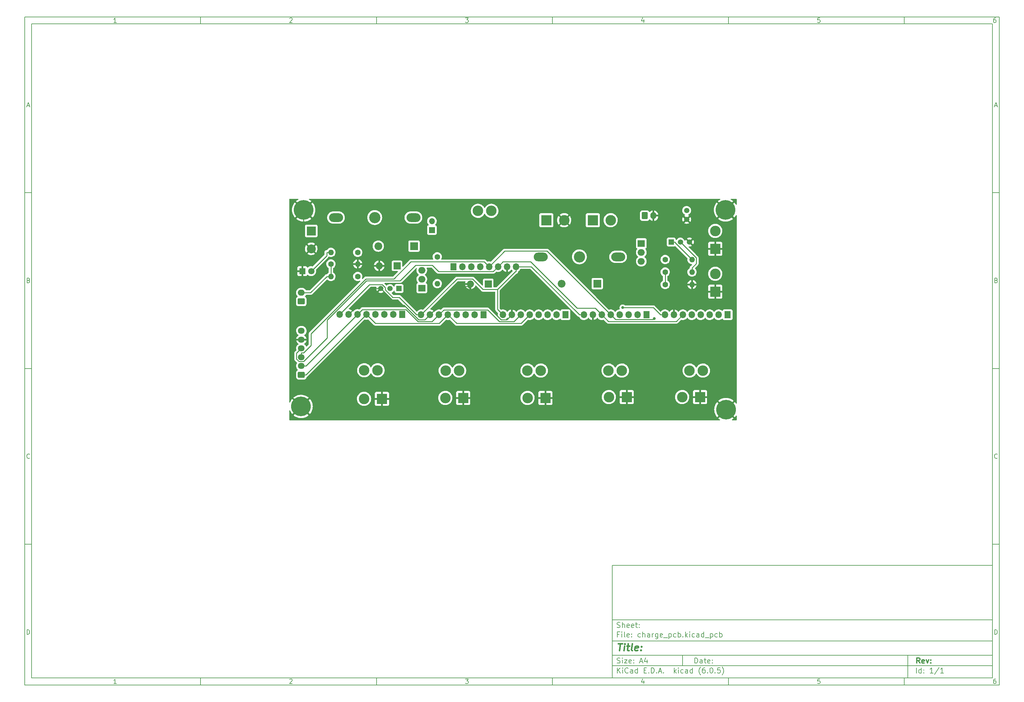
<source format=gbl>
G04 #@! TF.GenerationSoftware,KiCad,Pcbnew,(6.0.5)*
G04 #@! TF.CreationDate,2023-05-14T09:51:16+02:00*
G04 #@! TF.ProjectId,charge_pcb,63686172-6765-45f7-9063-622e6b696361,rev?*
G04 #@! TF.SameCoordinates,Original*
G04 #@! TF.FileFunction,Copper,L2,Bot*
G04 #@! TF.FilePolarity,Positive*
%FSLAX46Y46*%
G04 Gerber Fmt 4.6, Leading zero omitted, Abs format (unit mm)*
G04 Created by KiCad (PCBNEW (6.0.5)) date 2023-05-14 09:51:16*
%MOMM*%
%LPD*%
G01*
G04 APERTURE LIST*
G04 Aperture macros list*
%AMRoundRect*
0 Rectangle with rounded corners*
0 $1 Rounding radius*
0 $2 $3 $4 $5 $6 $7 $8 $9 X,Y pos of 4 corners*
0 Add a 4 corners polygon primitive as box body*
4,1,4,$2,$3,$4,$5,$6,$7,$8,$9,$2,$3,0*
0 Add four circle primitives for the rounded corners*
1,1,$1+$1,$2,$3*
1,1,$1+$1,$4,$5*
1,1,$1+$1,$6,$7*
1,1,$1+$1,$8,$9*
0 Add four rect primitives between the rounded corners*
20,1,$1+$1,$2,$3,$4,$5,0*
20,1,$1+$1,$4,$5,$6,$7,0*
20,1,$1+$1,$6,$7,$8,$9,0*
20,1,$1+$1,$8,$9,$2,$3,0*%
G04 Aperture macros list end*
%ADD10C,0.100000*%
%ADD11C,0.150000*%
%ADD12C,0.300000*%
%ADD13C,0.400000*%
G04 #@! TA.AperFunction,ComponentPad*
%ADD14R,2.540000X2.540000*%
G04 #@! TD*
G04 #@! TA.AperFunction,ComponentPad*
%ADD15C,2.540000*%
G04 #@! TD*
G04 #@! TA.AperFunction,ComponentPad*
%ADD16C,1.501140*%
G04 #@! TD*
G04 #@! TA.AperFunction,ComponentPad*
%ADD17R,2.000000X2.000000*%
G04 #@! TD*
G04 #@! TA.AperFunction,ComponentPad*
%ADD18O,2.000000X2.000000*%
G04 #@! TD*
G04 #@! TA.AperFunction,ComponentPad*
%ADD19O,4.000500X2.499360*%
G04 #@! TD*
G04 #@! TA.AperFunction,ComponentPad*
%ADD20C,3.200000*%
G04 #@! TD*
G04 #@! TA.AperFunction,ComponentPad*
%ADD21R,3.000000X3.000000*%
G04 #@! TD*
G04 #@! TA.AperFunction,ComponentPad*
%ADD22C,3.000000*%
G04 #@! TD*
G04 #@! TA.AperFunction,ComponentPad*
%ADD23R,1.500000X1.500000*%
G04 #@! TD*
G04 #@! TA.AperFunction,ComponentPad*
%ADD24C,1.500000*%
G04 #@! TD*
G04 #@! TA.AperFunction,ComponentPad*
%ADD25C,1.600000*%
G04 #@! TD*
G04 #@! TA.AperFunction,ComponentPad*
%ADD26O,1.600000X1.600000*%
G04 #@! TD*
G04 #@! TA.AperFunction,ConnectorPad*
%ADD27C,5.600000*%
G04 #@! TD*
G04 #@! TA.AperFunction,ComponentPad*
%ADD28C,3.600000*%
G04 #@! TD*
G04 #@! TA.AperFunction,ComponentPad*
%ADD29R,2.000000X1.905000*%
G04 #@! TD*
G04 #@! TA.AperFunction,ComponentPad*
%ADD30O,2.000000X1.905000*%
G04 #@! TD*
G04 #@! TA.AperFunction,ComponentPad*
%ADD31RoundRect,0.250000X0.725000X-0.600000X0.725000X0.600000X-0.725000X0.600000X-0.725000X-0.600000X0*%
G04 #@! TD*
G04 #@! TA.AperFunction,ComponentPad*
%ADD32O,1.950000X1.700000*%
G04 #@! TD*
G04 #@! TA.AperFunction,ComponentPad*
%ADD33RoundRect,0.250000X0.750000X-0.600000X0.750000X0.600000X-0.750000X0.600000X-0.750000X-0.600000X0*%
G04 #@! TD*
G04 #@! TA.AperFunction,ComponentPad*
%ADD34O,2.000000X1.700000*%
G04 #@! TD*
G04 #@! TA.AperFunction,ComponentPad*
%ADD35RoundRect,0.250000X-0.600000X-0.750000X0.600000X-0.750000X0.600000X0.750000X-0.600000X0.750000X0*%
G04 #@! TD*
G04 #@! TA.AperFunction,ComponentPad*
%ADD36O,1.700000X2.000000*%
G04 #@! TD*
G04 #@! TA.AperFunction,ComponentPad*
%ADD37R,1.800000X2.000000*%
G04 #@! TD*
G04 #@! TA.AperFunction,ComponentPad*
%ADD38O,1.800000X2.000000*%
G04 #@! TD*
G04 #@! TA.AperFunction,ComponentPad*
%ADD39O,3.000000X3.000000*%
G04 #@! TD*
G04 #@! TA.AperFunction,ComponentPad*
%ADD40R,1.700000X1.700000*%
G04 #@! TD*
G04 #@! TA.AperFunction,ComponentPad*
%ADD41O,1.700000X1.700000*%
G04 #@! TD*
G04 #@! TA.AperFunction,ComponentPad*
%ADD42R,1.800000X1.800000*%
G04 #@! TD*
G04 #@! TA.AperFunction,ComponentPad*
%ADD43C,1.800000*%
G04 #@! TD*
G04 #@! TA.AperFunction,ComponentPad*
%ADD44R,2.200000X2.200000*%
G04 #@! TD*
G04 #@! TA.AperFunction,ComponentPad*
%ADD45O,2.200000X2.200000*%
G04 #@! TD*
G04 #@! TA.AperFunction,ViaPad*
%ADD46C,0.800000*%
G04 #@! TD*
G04 #@! TA.AperFunction,Conductor*
%ADD47C,0.254000*%
G04 #@! TD*
G04 APERTURE END LIST*
D10*
D11*
X177002200Y-166007200D02*
X177002200Y-198007200D01*
X285002200Y-198007200D01*
X285002200Y-166007200D01*
X177002200Y-166007200D01*
D10*
D11*
X10000000Y-10000000D02*
X10000000Y-200007200D01*
X287002200Y-200007200D01*
X287002200Y-10000000D01*
X10000000Y-10000000D01*
D10*
D11*
X12000000Y-12000000D02*
X12000000Y-198007200D01*
X285002200Y-198007200D01*
X285002200Y-12000000D01*
X12000000Y-12000000D01*
D10*
D11*
X60000000Y-12000000D02*
X60000000Y-10000000D01*
D10*
D11*
X110000000Y-12000000D02*
X110000000Y-10000000D01*
D10*
D11*
X160000000Y-12000000D02*
X160000000Y-10000000D01*
D10*
D11*
X210000000Y-12000000D02*
X210000000Y-10000000D01*
D10*
D11*
X260000000Y-12000000D02*
X260000000Y-10000000D01*
D10*
D11*
X36065476Y-11588095D02*
X35322619Y-11588095D01*
X35694047Y-11588095D02*
X35694047Y-10288095D01*
X35570238Y-10473809D01*
X35446428Y-10597619D01*
X35322619Y-10659523D01*
D10*
D11*
X85322619Y-10411904D02*
X85384523Y-10350000D01*
X85508333Y-10288095D01*
X85817857Y-10288095D01*
X85941666Y-10350000D01*
X86003571Y-10411904D01*
X86065476Y-10535714D01*
X86065476Y-10659523D01*
X86003571Y-10845238D01*
X85260714Y-11588095D01*
X86065476Y-11588095D01*
D10*
D11*
X135260714Y-10288095D02*
X136065476Y-10288095D01*
X135632142Y-10783333D01*
X135817857Y-10783333D01*
X135941666Y-10845238D01*
X136003571Y-10907142D01*
X136065476Y-11030952D01*
X136065476Y-11340476D01*
X136003571Y-11464285D01*
X135941666Y-11526190D01*
X135817857Y-11588095D01*
X135446428Y-11588095D01*
X135322619Y-11526190D01*
X135260714Y-11464285D01*
D10*
D11*
X185941666Y-10721428D02*
X185941666Y-11588095D01*
X185632142Y-10226190D02*
X185322619Y-11154761D01*
X186127380Y-11154761D01*
D10*
D11*
X236003571Y-10288095D02*
X235384523Y-10288095D01*
X235322619Y-10907142D01*
X235384523Y-10845238D01*
X235508333Y-10783333D01*
X235817857Y-10783333D01*
X235941666Y-10845238D01*
X236003571Y-10907142D01*
X236065476Y-11030952D01*
X236065476Y-11340476D01*
X236003571Y-11464285D01*
X235941666Y-11526190D01*
X235817857Y-11588095D01*
X235508333Y-11588095D01*
X235384523Y-11526190D01*
X235322619Y-11464285D01*
D10*
D11*
X285941666Y-10288095D02*
X285694047Y-10288095D01*
X285570238Y-10350000D01*
X285508333Y-10411904D01*
X285384523Y-10597619D01*
X285322619Y-10845238D01*
X285322619Y-11340476D01*
X285384523Y-11464285D01*
X285446428Y-11526190D01*
X285570238Y-11588095D01*
X285817857Y-11588095D01*
X285941666Y-11526190D01*
X286003571Y-11464285D01*
X286065476Y-11340476D01*
X286065476Y-11030952D01*
X286003571Y-10907142D01*
X285941666Y-10845238D01*
X285817857Y-10783333D01*
X285570238Y-10783333D01*
X285446428Y-10845238D01*
X285384523Y-10907142D01*
X285322619Y-11030952D01*
D10*
D11*
X60000000Y-198007200D02*
X60000000Y-200007200D01*
D10*
D11*
X110000000Y-198007200D02*
X110000000Y-200007200D01*
D10*
D11*
X160000000Y-198007200D02*
X160000000Y-200007200D01*
D10*
D11*
X210000000Y-198007200D02*
X210000000Y-200007200D01*
D10*
D11*
X260000000Y-198007200D02*
X260000000Y-200007200D01*
D10*
D11*
X36065476Y-199595295D02*
X35322619Y-199595295D01*
X35694047Y-199595295D02*
X35694047Y-198295295D01*
X35570238Y-198481009D01*
X35446428Y-198604819D01*
X35322619Y-198666723D01*
D10*
D11*
X85322619Y-198419104D02*
X85384523Y-198357200D01*
X85508333Y-198295295D01*
X85817857Y-198295295D01*
X85941666Y-198357200D01*
X86003571Y-198419104D01*
X86065476Y-198542914D01*
X86065476Y-198666723D01*
X86003571Y-198852438D01*
X85260714Y-199595295D01*
X86065476Y-199595295D01*
D10*
D11*
X135260714Y-198295295D02*
X136065476Y-198295295D01*
X135632142Y-198790533D01*
X135817857Y-198790533D01*
X135941666Y-198852438D01*
X136003571Y-198914342D01*
X136065476Y-199038152D01*
X136065476Y-199347676D01*
X136003571Y-199471485D01*
X135941666Y-199533390D01*
X135817857Y-199595295D01*
X135446428Y-199595295D01*
X135322619Y-199533390D01*
X135260714Y-199471485D01*
D10*
D11*
X185941666Y-198728628D02*
X185941666Y-199595295D01*
X185632142Y-198233390D02*
X185322619Y-199161961D01*
X186127380Y-199161961D01*
D10*
D11*
X236003571Y-198295295D02*
X235384523Y-198295295D01*
X235322619Y-198914342D01*
X235384523Y-198852438D01*
X235508333Y-198790533D01*
X235817857Y-198790533D01*
X235941666Y-198852438D01*
X236003571Y-198914342D01*
X236065476Y-199038152D01*
X236065476Y-199347676D01*
X236003571Y-199471485D01*
X235941666Y-199533390D01*
X235817857Y-199595295D01*
X235508333Y-199595295D01*
X235384523Y-199533390D01*
X235322619Y-199471485D01*
D10*
D11*
X285941666Y-198295295D02*
X285694047Y-198295295D01*
X285570238Y-198357200D01*
X285508333Y-198419104D01*
X285384523Y-198604819D01*
X285322619Y-198852438D01*
X285322619Y-199347676D01*
X285384523Y-199471485D01*
X285446428Y-199533390D01*
X285570238Y-199595295D01*
X285817857Y-199595295D01*
X285941666Y-199533390D01*
X286003571Y-199471485D01*
X286065476Y-199347676D01*
X286065476Y-199038152D01*
X286003571Y-198914342D01*
X285941666Y-198852438D01*
X285817857Y-198790533D01*
X285570238Y-198790533D01*
X285446428Y-198852438D01*
X285384523Y-198914342D01*
X285322619Y-199038152D01*
D10*
D11*
X10000000Y-60000000D02*
X12000000Y-60000000D01*
D10*
D11*
X10000000Y-110000000D02*
X12000000Y-110000000D01*
D10*
D11*
X10000000Y-160000000D02*
X12000000Y-160000000D01*
D10*
D11*
X10690476Y-35216666D02*
X11309523Y-35216666D01*
X10566666Y-35588095D02*
X11000000Y-34288095D01*
X11433333Y-35588095D01*
D10*
D11*
X11092857Y-84907142D02*
X11278571Y-84969047D01*
X11340476Y-85030952D01*
X11402380Y-85154761D01*
X11402380Y-85340476D01*
X11340476Y-85464285D01*
X11278571Y-85526190D01*
X11154761Y-85588095D01*
X10659523Y-85588095D01*
X10659523Y-84288095D01*
X11092857Y-84288095D01*
X11216666Y-84350000D01*
X11278571Y-84411904D01*
X11340476Y-84535714D01*
X11340476Y-84659523D01*
X11278571Y-84783333D01*
X11216666Y-84845238D01*
X11092857Y-84907142D01*
X10659523Y-84907142D01*
D10*
D11*
X11402380Y-135464285D02*
X11340476Y-135526190D01*
X11154761Y-135588095D01*
X11030952Y-135588095D01*
X10845238Y-135526190D01*
X10721428Y-135402380D01*
X10659523Y-135278571D01*
X10597619Y-135030952D01*
X10597619Y-134845238D01*
X10659523Y-134597619D01*
X10721428Y-134473809D01*
X10845238Y-134350000D01*
X11030952Y-134288095D01*
X11154761Y-134288095D01*
X11340476Y-134350000D01*
X11402380Y-134411904D01*
D10*
D11*
X10659523Y-185588095D02*
X10659523Y-184288095D01*
X10969047Y-184288095D01*
X11154761Y-184350000D01*
X11278571Y-184473809D01*
X11340476Y-184597619D01*
X11402380Y-184845238D01*
X11402380Y-185030952D01*
X11340476Y-185278571D01*
X11278571Y-185402380D01*
X11154761Y-185526190D01*
X10969047Y-185588095D01*
X10659523Y-185588095D01*
D10*
D11*
X287002200Y-60000000D02*
X285002200Y-60000000D01*
D10*
D11*
X287002200Y-110000000D02*
X285002200Y-110000000D01*
D10*
D11*
X287002200Y-160000000D02*
X285002200Y-160000000D01*
D10*
D11*
X285692676Y-35216666D02*
X286311723Y-35216666D01*
X285568866Y-35588095D02*
X286002200Y-34288095D01*
X286435533Y-35588095D01*
D10*
D11*
X286095057Y-84907142D02*
X286280771Y-84969047D01*
X286342676Y-85030952D01*
X286404580Y-85154761D01*
X286404580Y-85340476D01*
X286342676Y-85464285D01*
X286280771Y-85526190D01*
X286156961Y-85588095D01*
X285661723Y-85588095D01*
X285661723Y-84288095D01*
X286095057Y-84288095D01*
X286218866Y-84350000D01*
X286280771Y-84411904D01*
X286342676Y-84535714D01*
X286342676Y-84659523D01*
X286280771Y-84783333D01*
X286218866Y-84845238D01*
X286095057Y-84907142D01*
X285661723Y-84907142D01*
D10*
D11*
X286404580Y-135464285D02*
X286342676Y-135526190D01*
X286156961Y-135588095D01*
X286033152Y-135588095D01*
X285847438Y-135526190D01*
X285723628Y-135402380D01*
X285661723Y-135278571D01*
X285599819Y-135030952D01*
X285599819Y-134845238D01*
X285661723Y-134597619D01*
X285723628Y-134473809D01*
X285847438Y-134350000D01*
X286033152Y-134288095D01*
X286156961Y-134288095D01*
X286342676Y-134350000D01*
X286404580Y-134411904D01*
D10*
D11*
X285661723Y-185588095D02*
X285661723Y-184288095D01*
X285971247Y-184288095D01*
X286156961Y-184350000D01*
X286280771Y-184473809D01*
X286342676Y-184597619D01*
X286404580Y-184845238D01*
X286404580Y-185030952D01*
X286342676Y-185278571D01*
X286280771Y-185402380D01*
X286156961Y-185526190D01*
X285971247Y-185588095D01*
X285661723Y-185588095D01*
D10*
D11*
X200434342Y-193785771D02*
X200434342Y-192285771D01*
X200791485Y-192285771D01*
X201005771Y-192357200D01*
X201148628Y-192500057D01*
X201220057Y-192642914D01*
X201291485Y-192928628D01*
X201291485Y-193142914D01*
X201220057Y-193428628D01*
X201148628Y-193571485D01*
X201005771Y-193714342D01*
X200791485Y-193785771D01*
X200434342Y-193785771D01*
X202577200Y-193785771D02*
X202577200Y-193000057D01*
X202505771Y-192857200D01*
X202362914Y-192785771D01*
X202077200Y-192785771D01*
X201934342Y-192857200D01*
X202577200Y-193714342D02*
X202434342Y-193785771D01*
X202077200Y-193785771D01*
X201934342Y-193714342D01*
X201862914Y-193571485D01*
X201862914Y-193428628D01*
X201934342Y-193285771D01*
X202077200Y-193214342D01*
X202434342Y-193214342D01*
X202577200Y-193142914D01*
X203077200Y-192785771D02*
X203648628Y-192785771D01*
X203291485Y-192285771D02*
X203291485Y-193571485D01*
X203362914Y-193714342D01*
X203505771Y-193785771D01*
X203648628Y-193785771D01*
X204720057Y-193714342D02*
X204577200Y-193785771D01*
X204291485Y-193785771D01*
X204148628Y-193714342D01*
X204077200Y-193571485D01*
X204077200Y-193000057D01*
X204148628Y-192857200D01*
X204291485Y-192785771D01*
X204577200Y-192785771D01*
X204720057Y-192857200D01*
X204791485Y-193000057D01*
X204791485Y-193142914D01*
X204077200Y-193285771D01*
X205434342Y-193642914D02*
X205505771Y-193714342D01*
X205434342Y-193785771D01*
X205362914Y-193714342D01*
X205434342Y-193642914D01*
X205434342Y-193785771D01*
X205434342Y-192857200D02*
X205505771Y-192928628D01*
X205434342Y-193000057D01*
X205362914Y-192928628D01*
X205434342Y-192857200D01*
X205434342Y-193000057D01*
D10*
D11*
X177002200Y-194507200D02*
X285002200Y-194507200D01*
D10*
D11*
X178434342Y-196585771D02*
X178434342Y-195085771D01*
X179291485Y-196585771D02*
X178648628Y-195728628D01*
X179291485Y-195085771D02*
X178434342Y-195942914D01*
X179934342Y-196585771D02*
X179934342Y-195585771D01*
X179934342Y-195085771D02*
X179862914Y-195157200D01*
X179934342Y-195228628D01*
X180005771Y-195157200D01*
X179934342Y-195085771D01*
X179934342Y-195228628D01*
X181505771Y-196442914D02*
X181434342Y-196514342D01*
X181220057Y-196585771D01*
X181077200Y-196585771D01*
X180862914Y-196514342D01*
X180720057Y-196371485D01*
X180648628Y-196228628D01*
X180577200Y-195942914D01*
X180577200Y-195728628D01*
X180648628Y-195442914D01*
X180720057Y-195300057D01*
X180862914Y-195157200D01*
X181077200Y-195085771D01*
X181220057Y-195085771D01*
X181434342Y-195157200D01*
X181505771Y-195228628D01*
X182791485Y-196585771D02*
X182791485Y-195800057D01*
X182720057Y-195657200D01*
X182577200Y-195585771D01*
X182291485Y-195585771D01*
X182148628Y-195657200D01*
X182791485Y-196514342D02*
X182648628Y-196585771D01*
X182291485Y-196585771D01*
X182148628Y-196514342D01*
X182077200Y-196371485D01*
X182077200Y-196228628D01*
X182148628Y-196085771D01*
X182291485Y-196014342D01*
X182648628Y-196014342D01*
X182791485Y-195942914D01*
X184148628Y-196585771D02*
X184148628Y-195085771D01*
X184148628Y-196514342D02*
X184005771Y-196585771D01*
X183720057Y-196585771D01*
X183577200Y-196514342D01*
X183505771Y-196442914D01*
X183434342Y-196300057D01*
X183434342Y-195871485D01*
X183505771Y-195728628D01*
X183577200Y-195657200D01*
X183720057Y-195585771D01*
X184005771Y-195585771D01*
X184148628Y-195657200D01*
X186005771Y-195800057D02*
X186505771Y-195800057D01*
X186720057Y-196585771D02*
X186005771Y-196585771D01*
X186005771Y-195085771D01*
X186720057Y-195085771D01*
X187362914Y-196442914D02*
X187434342Y-196514342D01*
X187362914Y-196585771D01*
X187291485Y-196514342D01*
X187362914Y-196442914D01*
X187362914Y-196585771D01*
X188077200Y-196585771D02*
X188077200Y-195085771D01*
X188434342Y-195085771D01*
X188648628Y-195157200D01*
X188791485Y-195300057D01*
X188862914Y-195442914D01*
X188934342Y-195728628D01*
X188934342Y-195942914D01*
X188862914Y-196228628D01*
X188791485Y-196371485D01*
X188648628Y-196514342D01*
X188434342Y-196585771D01*
X188077200Y-196585771D01*
X189577200Y-196442914D02*
X189648628Y-196514342D01*
X189577200Y-196585771D01*
X189505771Y-196514342D01*
X189577200Y-196442914D01*
X189577200Y-196585771D01*
X190220057Y-196157200D02*
X190934342Y-196157200D01*
X190077200Y-196585771D02*
X190577200Y-195085771D01*
X191077200Y-196585771D01*
X191577200Y-196442914D02*
X191648628Y-196514342D01*
X191577200Y-196585771D01*
X191505771Y-196514342D01*
X191577200Y-196442914D01*
X191577200Y-196585771D01*
X194577200Y-196585771D02*
X194577200Y-195085771D01*
X194720057Y-196014342D02*
X195148628Y-196585771D01*
X195148628Y-195585771D02*
X194577200Y-196157200D01*
X195791485Y-196585771D02*
X195791485Y-195585771D01*
X195791485Y-195085771D02*
X195720057Y-195157200D01*
X195791485Y-195228628D01*
X195862914Y-195157200D01*
X195791485Y-195085771D01*
X195791485Y-195228628D01*
X197148628Y-196514342D02*
X197005771Y-196585771D01*
X196720057Y-196585771D01*
X196577200Y-196514342D01*
X196505771Y-196442914D01*
X196434342Y-196300057D01*
X196434342Y-195871485D01*
X196505771Y-195728628D01*
X196577200Y-195657200D01*
X196720057Y-195585771D01*
X197005771Y-195585771D01*
X197148628Y-195657200D01*
X198434342Y-196585771D02*
X198434342Y-195800057D01*
X198362914Y-195657200D01*
X198220057Y-195585771D01*
X197934342Y-195585771D01*
X197791485Y-195657200D01*
X198434342Y-196514342D02*
X198291485Y-196585771D01*
X197934342Y-196585771D01*
X197791485Y-196514342D01*
X197720057Y-196371485D01*
X197720057Y-196228628D01*
X197791485Y-196085771D01*
X197934342Y-196014342D01*
X198291485Y-196014342D01*
X198434342Y-195942914D01*
X199791485Y-196585771D02*
X199791485Y-195085771D01*
X199791485Y-196514342D02*
X199648628Y-196585771D01*
X199362914Y-196585771D01*
X199220057Y-196514342D01*
X199148628Y-196442914D01*
X199077200Y-196300057D01*
X199077200Y-195871485D01*
X199148628Y-195728628D01*
X199220057Y-195657200D01*
X199362914Y-195585771D01*
X199648628Y-195585771D01*
X199791485Y-195657200D01*
X202077200Y-197157200D02*
X202005771Y-197085771D01*
X201862914Y-196871485D01*
X201791485Y-196728628D01*
X201720057Y-196514342D01*
X201648628Y-196157200D01*
X201648628Y-195871485D01*
X201720057Y-195514342D01*
X201791485Y-195300057D01*
X201862914Y-195157200D01*
X202005771Y-194942914D01*
X202077200Y-194871485D01*
X203291485Y-195085771D02*
X203005771Y-195085771D01*
X202862914Y-195157200D01*
X202791485Y-195228628D01*
X202648628Y-195442914D01*
X202577200Y-195728628D01*
X202577200Y-196300057D01*
X202648628Y-196442914D01*
X202720057Y-196514342D01*
X202862914Y-196585771D01*
X203148628Y-196585771D01*
X203291485Y-196514342D01*
X203362914Y-196442914D01*
X203434342Y-196300057D01*
X203434342Y-195942914D01*
X203362914Y-195800057D01*
X203291485Y-195728628D01*
X203148628Y-195657200D01*
X202862914Y-195657200D01*
X202720057Y-195728628D01*
X202648628Y-195800057D01*
X202577200Y-195942914D01*
X204077200Y-196442914D02*
X204148628Y-196514342D01*
X204077200Y-196585771D01*
X204005771Y-196514342D01*
X204077200Y-196442914D01*
X204077200Y-196585771D01*
X205077200Y-195085771D02*
X205220057Y-195085771D01*
X205362914Y-195157200D01*
X205434342Y-195228628D01*
X205505771Y-195371485D01*
X205577200Y-195657200D01*
X205577200Y-196014342D01*
X205505771Y-196300057D01*
X205434342Y-196442914D01*
X205362914Y-196514342D01*
X205220057Y-196585771D01*
X205077200Y-196585771D01*
X204934342Y-196514342D01*
X204862914Y-196442914D01*
X204791485Y-196300057D01*
X204720057Y-196014342D01*
X204720057Y-195657200D01*
X204791485Y-195371485D01*
X204862914Y-195228628D01*
X204934342Y-195157200D01*
X205077200Y-195085771D01*
X206220057Y-196442914D02*
X206291485Y-196514342D01*
X206220057Y-196585771D01*
X206148628Y-196514342D01*
X206220057Y-196442914D01*
X206220057Y-196585771D01*
X207648628Y-195085771D02*
X206934342Y-195085771D01*
X206862914Y-195800057D01*
X206934342Y-195728628D01*
X207077200Y-195657200D01*
X207434342Y-195657200D01*
X207577200Y-195728628D01*
X207648628Y-195800057D01*
X207720057Y-195942914D01*
X207720057Y-196300057D01*
X207648628Y-196442914D01*
X207577200Y-196514342D01*
X207434342Y-196585771D01*
X207077200Y-196585771D01*
X206934342Y-196514342D01*
X206862914Y-196442914D01*
X208220057Y-197157200D02*
X208291485Y-197085771D01*
X208434342Y-196871485D01*
X208505771Y-196728628D01*
X208577200Y-196514342D01*
X208648628Y-196157200D01*
X208648628Y-195871485D01*
X208577200Y-195514342D01*
X208505771Y-195300057D01*
X208434342Y-195157200D01*
X208291485Y-194942914D01*
X208220057Y-194871485D01*
D10*
D11*
X177002200Y-191507200D02*
X285002200Y-191507200D01*
D10*
D12*
X264411485Y-193785771D02*
X263911485Y-193071485D01*
X263554342Y-193785771D02*
X263554342Y-192285771D01*
X264125771Y-192285771D01*
X264268628Y-192357200D01*
X264340057Y-192428628D01*
X264411485Y-192571485D01*
X264411485Y-192785771D01*
X264340057Y-192928628D01*
X264268628Y-193000057D01*
X264125771Y-193071485D01*
X263554342Y-193071485D01*
X265625771Y-193714342D02*
X265482914Y-193785771D01*
X265197200Y-193785771D01*
X265054342Y-193714342D01*
X264982914Y-193571485D01*
X264982914Y-193000057D01*
X265054342Y-192857200D01*
X265197200Y-192785771D01*
X265482914Y-192785771D01*
X265625771Y-192857200D01*
X265697200Y-193000057D01*
X265697200Y-193142914D01*
X264982914Y-193285771D01*
X266197200Y-192785771D02*
X266554342Y-193785771D01*
X266911485Y-192785771D01*
X267482914Y-193642914D02*
X267554342Y-193714342D01*
X267482914Y-193785771D01*
X267411485Y-193714342D01*
X267482914Y-193642914D01*
X267482914Y-193785771D01*
X267482914Y-192857200D02*
X267554342Y-192928628D01*
X267482914Y-193000057D01*
X267411485Y-192928628D01*
X267482914Y-192857200D01*
X267482914Y-193000057D01*
D10*
D11*
X178362914Y-193714342D02*
X178577200Y-193785771D01*
X178934342Y-193785771D01*
X179077200Y-193714342D01*
X179148628Y-193642914D01*
X179220057Y-193500057D01*
X179220057Y-193357200D01*
X179148628Y-193214342D01*
X179077200Y-193142914D01*
X178934342Y-193071485D01*
X178648628Y-193000057D01*
X178505771Y-192928628D01*
X178434342Y-192857200D01*
X178362914Y-192714342D01*
X178362914Y-192571485D01*
X178434342Y-192428628D01*
X178505771Y-192357200D01*
X178648628Y-192285771D01*
X179005771Y-192285771D01*
X179220057Y-192357200D01*
X179862914Y-193785771D02*
X179862914Y-192785771D01*
X179862914Y-192285771D02*
X179791485Y-192357200D01*
X179862914Y-192428628D01*
X179934342Y-192357200D01*
X179862914Y-192285771D01*
X179862914Y-192428628D01*
X180434342Y-192785771D02*
X181220057Y-192785771D01*
X180434342Y-193785771D01*
X181220057Y-193785771D01*
X182362914Y-193714342D02*
X182220057Y-193785771D01*
X181934342Y-193785771D01*
X181791485Y-193714342D01*
X181720057Y-193571485D01*
X181720057Y-193000057D01*
X181791485Y-192857200D01*
X181934342Y-192785771D01*
X182220057Y-192785771D01*
X182362914Y-192857200D01*
X182434342Y-193000057D01*
X182434342Y-193142914D01*
X181720057Y-193285771D01*
X183077200Y-193642914D02*
X183148628Y-193714342D01*
X183077200Y-193785771D01*
X183005771Y-193714342D01*
X183077200Y-193642914D01*
X183077200Y-193785771D01*
X183077200Y-192857200D02*
X183148628Y-192928628D01*
X183077200Y-193000057D01*
X183005771Y-192928628D01*
X183077200Y-192857200D01*
X183077200Y-193000057D01*
X184862914Y-193357200D02*
X185577200Y-193357200D01*
X184720057Y-193785771D02*
X185220057Y-192285771D01*
X185720057Y-193785771D01*
X186862914Y-192785771D02*
X186862914Y-193785771D01*
X186505771Y-192214342D02*
X186148628Y-193285771D01*
X187077200Y-193285771D01*
D10*
D11*
X263434342Y-196585771D02*
X263434342Y-195085771D01*
X264791485Y-196585771D02*
X264791485Y-195085771D01*
X264791485Y-196514342D02*
X264648628Y-196585771D01*
X264362914Y-196585771D01*
X264220057Y-196514342D01*
X264148628Y-196442914D01*
X264077200Y-196300057D01*
X264077200Y-195871485D01*
X264148628Y-195728628D01*
X264220057Y-195657200D01*
X264362914Y-195585771D01*
X264648628Y-195585771D01*
X264791485Y-195657200D01*
X265505771Y-196442914D02*
X265577200Y-196514342D01*
X265505771Y-196585771D01*
X265434342Y-196514342D01*
X265505771Y-196442914D01*
X265505771Y-196585771D01*
X265505771Y-195657200D02*
X265577200Y-195728628D01*
X265505771Y-195800057D01*
X265434342Y-195728628D01*
X265505771Y-195657200D01*
X265505771Y-195800057D01*
X268148628Y-196585771D02*
X267291485Y-196585771D01*
X267720057Y-196585771D02*
X267720057Y-195085771D01*
X267577200Y-195300057D01*
X267434342Y-195442914D01*
X267291485Y-195514342D01*
X269862914Y-195014342D02*
X268577200Y-196942914D01*
X271148628Y-196585771D02*
X270291485Y-196585771D01*
X270720057Y-196585771D02*
X270720057Y-195085771D01*
X270577200Y-195300057D01*
X270434342Y-195442914D01*
X270291485Y-195514342D01*
D10*
D11*
X177002200Y-187507200D02*
X285002200Y-187507200D01*
D10*
D13*
X178714580Y-188211961D02*
X179857438Y-188211961D01*
X179036009Y-190211961D02*
X179286009Y-188211961D01*
X180274104Y-190211961D02*
X180440771Y-188878628D01*
X180524104Y-188211961D02*
X180416961Y-188307200D01*
X180500295Y-188402438D01*
X180607438Y-188307200D01*
X180524104Y-188211961D01*
X180500295Y-188402438D01*
X181107438Y-188878628D02*
X181869342Y-188878628D01*
X181476485Y-188211961D02*
X181262200Y-189926247D01*
X181333628Y-190116723D01*
X181512200Y-190211961D01*
X181702676Y-190211961D01*
X182655057Y-190211961D02*
X182476485Y-190116723D01*
X182405057Y-189926247D01*
X182619342Y-188211961D01*
X184190771Y-190116723D02*
X183988390Y-190211961D01*
X183607438Y-190211961D01*
X183428866Y-190116723D01*
X183357438Y-189926247D01*
X183452676Y-189164342D01*
X183571723Y-188973866D01*
X183774104Y-188878628D01*
X184155057Y-188878628D01*
X184333628Y-188973866D01*
X184405057Y-189164342D01*
X184381247Y-189354819D01*
X183405057Y-189545295D01*
X185155057Y-190021485D02*
X185238390Y-190116723D01*
X185131247Y-190211961D01*
X185047914Y-190116723D01*
X185155057Y-190021485D01*
X185131247Y-190211961D01*
X185286009Y-188973866D02*
X185369342Y-189069104D01*
X185262200Y-189164342D01*
X185178866Y-189069104D01*
X185286009Y-188973866D01*
X185262200Y-189164342D01*
D10*
D11*
X178934342Y-185600057D02*
X178434342Y-185600057D01*
X178434342Y-186385771D02*
X178434342Y-184885771D01*
X179148628Y-184885771D01*
X179720057Y-186385771D02*
X179720057Y-185385771D01*
X179720057Y-184885771D02*
X179648628Y-184957200D01*
X179720057Y-185028628D01*
X179791485Y-184957200D01*
X179720057Y-184885771D01*
X179720057Y-185028628D01*
X180648628Y-186385771D02*
X180505771Y-186314342D01*
X180434342Y-186171485D01*
X180434342Y-184885771D01*
X181791485Y-186314342D02*
X181648628Y-186385771D01*
X181362914Y-186385771D01*
X181220057Y-186314342D01*
X181148628Y-186171485D01*
X181148628Y-185600057D01*
X181220057Y-185457200D01*
X181362914Y-185385771D01*
X181648628Y-185385771D01*
X181791485Y-185457200D01*
X181862914Y-185600057D01*
X181862914Y-185742914D01*
X181148628Y-185885771D01*
X182505771Y-186242914D02*
X182577200Y-186314342D01*
X182505771Y-186385771D01*
X182434342Y-186314342D01*
X182505771Y-186242914D01*
X182505771Y-186385771D01*
X182505771Y-185457200D02*
X182577200Y-185528628D01*
X182505771Y-185600057D01*
X182434342Y-185528628D01*
X182505771Y-185457200D01*
X182505771Y-185600057D01*
X185005771Y-186314342D02*
X184862914Y-186385771D01*
X184577200Y-186385771D01*
X184434342Y-186314342D01*
X184362914Y-186242914D01*
X184291485Y-186100057D01*
X184291485Y-185671485D01*
X184362914Y-185528628D01*
X184434342Y-185457200D01*
X184577200Y-185385771D01*
X184862914Y-185385771D01*
X185005771Y-185457200D01*
X185648628Y-186385771D02*
X185648628Y-184885771D01*
X186291485Y-186385771D02*
X186291485Y-185600057D01*
X186220057Y-185457200D01*
X186077200Y-185385771D01*
X185862914Y-185385771D01*
X185720057Y-185457200D01*
X185648628Y-185528628D01*
X187648628Y-186385771D02*
X187648628Y-185600057D01*
X187577200Y-185457200D01*
X187434342Y-185385771D01*
X187148628Y-185385771D01*
X187005771Y-185457200D01*
X187648628Y-186314342D02*
X187505771Y-186385771D01*
X187148628Y-186385771D01*
X187005771Y-186314342D01*
X186934342Y-186171485D01*
X186934342Y-186028628D01*
X187005771Y-185885771D01*
X187148628Y-185814342D01*
X187505771Y-185814342D01*
X187648628Y-185742914D01*
X188362914Y-186385771D02*
X188362914Y-185385771D01*
X188362914Y-185671485D02*
X188434342Y-185528628D01*
X188505771Y-185457200D01*
X188648628Y-185385771D01*
X188791485Y-185385771D01*
X189934342Y-185385771D02*
X189934342Y-186600057D01*
X189862914Y-186742914D01*
X189791485Y-186814342D01*
X189648628Y-186885771D01*
X189434342Y-186885771D01*
X189291485Y-186814342D01*
X189934342Y-186314342D02*
X189791485Y-186385771D01*
X189505771Y-186385771D01*
X189362914Y-186314342D01*
X189291485Y-186242914D01*
X189220057Y-186100057D01*
X189220057Y-185671485D01*
X189291485Y-185528628D01*
X189362914Y-185457200D01*
X189505771Y-185385771D01*
X189791485Y-185385771D01*
X189934342Y-185457200D01*
X191220057Y-186314342D02*
X191077200Y-186385771D01*
X190791485Y-186385771D01*
X190648628Y-186314342D01*
X190577200Y-186171485D01*
X190577200Y-185600057D01*
X190648628Y-185457200D01*
X190791485Y-185385771D01*
X191077200Y-185385771D01*
X191220057Y-185457200D01*
X191291485Y-185600057D01*
X191291485Y-185742914D01*
X190577200Y-185885771D01*
X191577200Y-186528628D02*
X192720057Y-186528628D01*
X193077200Y-185385771D02*
X193077200Y-186885771D01*
X193077200Y-185457200D02*
X193220057Y-185385771D01*
X193505771Y-185385771D01*
X193648628Y-185457200D01*
X193720057Y-185528628D01*
X193791485Y-185671485D01*
X193791485Y-186100057D01*
X193720057Y-186242914D01*
X193648628Y-186314342D01*
X193505771Y-186385771D01*
X193220057Y-186385771D01*
X193077200Y-186314342D01*
X195077200Y-186314342D02*
X194934342Y-186385771D01*
X194648628Y-186385771D01*
X194505771Y-186314342D01*
X194434342Y-186242914D01*
X194362914Y-186100057D01*
X194362914Y-185671485D01*
X194434342Y-185528628D01*
X194505771Y-185457200D01*
X194648628Y-185385771D01*
X194934342Y-185385771D01*
X195077200Y-185457200D01*
X195720057Y-186385771D02*
X195720057Y-184885771D01*
X195720057Y-185457200D02*
X195862914Y-185385771D01*
X196148628Y-185385771D01*
X196291485Y-185457200D01*
X196362914Y-185528628D01*
X196434342Y-185671485D01*
X196434342Y-186100057D01*
X196362914Y-186242914D01*
X196291485Y-186314342D01*
X196148628Y-186385771D01*
X195862914Y-186385771D01*
X195720057Y-186314342D01*
X197077200Y-186242914D02*
X197148628Y-186314342D01*
X197077200Y-186385771D01*
X197005771Y-186314342D01*
X197077200Y-186242914D01*
X197077200Y-186385771D01*
X197791485Y-186385771D02*
X197791485Y-184885771D01*
X197934342Y-185814342D02*
X198362914Y-186385771D01*
X198362914Y-185385771D02*
X197791485Y-185957200D01*
X199005771Y-186385771D02*
X199005771Y-185385771D01*
X199005771Y-184885771D02*
X198934342Y-184957200D01*
X199005771Y-185028628D01*
X199077200Y-184957200D01*
X199005771Y-184885771D01*
X199005771Y-185028628D01*
X200362914Y-186314342D02*
X200220057Y-186385771D01*
X199934342Y-186385771D01*
X199791485Y-186314342D01*
X199720057Y-186242914D01*
X199648628Y-186100057D01*
X199648628Y-185671485D01*
X199720057Y-185528628D01*
X199791485Y-185457200D01*
X199934342Y-185385771D01*
X200220057Y-185385771D01*
X200362914Y-185457200D01*
X201648628Y-186385771D02*
X201648628Y-185600057D01*
X201577200Y-185457200D01*
X201434342Y-185385771D01*
X201148628Y-185385771D01*
X201005771Y-185457200D01*
X201648628Y-186314342D02*
X201505771Y-186385771D01*
X201148628Y-186385771D01*
X201005771Y-186314342D01*
X200934342Y-186171485D01*
X200934342Y-186028628D01*
X201005771Y-185885771D01*
X201148628Y-185814342D01*
X201505771Y-185814342D01*
X201648628Y-185742914D01*
X203005771Y-186385771D02*
X203005771Y-184885771D01*
X203005771Y-186314342D02*
X202862914Y-186385771D01*
X202577200Y-186385771D01*
X202434342Y-186314342D01*
X202362914Y-186242914D01*
X202291485Y-186100057D01*
X202291485Y-185671485D01*
X202362914Y-185528628D01*
X202434342Y-185457200D01*
X202577200Y-185385771D01*
X202862914Y-185385771D01*
X203005771Y-185457200D01*
X203362914Y-186528628D02*
X204505771Y-186528628D01*
X204862914Y-185385771D02*
X204862914Y-186885771D01*
X204862914Y-185457200D02*
X205005771Y-185385771D01*
X205291485Y-185385771D01*
X205434342Y-185457200D01*
X205505771Y-185528628D01*
X205577200Y-185671485D01*
X205577200Y-186100057D01*
X205505771Y-186242914D01*
X205434342Y-186314342D01*
X205291485Y-186385771D01*
X205005771Y-186385771D01*
X204862914Y-186314342D01*
X206862914Y-186314342D02*
X206720057Y-186385771D01*
X206434342Y-186385771D01*
X206291485Y-186314342D01*
X206220057Y-186242914D01*
X206148628Y-186100057D01*
X206148628Y-185671485D01*
X206220057Y-185528628D01*
X206291485Y-185457200D01*
X206434342Y-185385771D01*
X206720057Y-185385771D01*
X206862914Y-185457200D01*
X207505771Y-186385771D02*
X207505771Y-184885771D01*
X207505771Y-185457200D02*
X207648628Y-185385771D01*
X207934342Y-185385771D01*
X208077200Y-185457200D01*
X208148628Y-185528628D01*
X208220057Y-185671485D01*
X208220057Y-186100057D01*
X208148628Y-186242914D01*
X208077200Y-186314342D01*
X207934342Y-186385771D01*
X207648628Y-186385771D01*
X207505771Y-186314342D01*
D10*
D11*
X177002200Y-181507200D02*
X285002200Y-181507200D01*
D10*
D11*
X178362914Y-183614342D02*
X178577200Y-183685771D01*
X178934342Y-183685771D01*
X179077200Y-183614342D01*
X179148628Y-183542914D01*
X179220057Y-183400057D01*
X179220057Y-183257200D01*
X179148628Y-183114342D01*
X179077200Y-183042914D01*
X178934342Y-182971485D01*
X178648628Y-182900057D01*
X178505771Y-182828628D01*
X178434342Y-182757200D01*
X178362914Y-182614342D01*
X178362914Y-182471485D01*
X178434342Y-182328628D01*
X178505771Y-182257200D01*
X178648628Y-182185771D01*
X179005771Y-182185771D01*
X179220057Y-182257200D01*
X179862914Y-183685771D02*
X179862914Y-182185771D01*
X180505771Y-183685771D02*
X180505771Y-182900057D01*
X180434342Y-182757200D01*
X180291485Y-182685771D01*
X180077200Y-182685771D01*
X179934342Y-182757200D01*
X179862914Y-182828628D01*
X181791485Y-183614342D02*
X181648628Y-183685771D01*
X181362914Y-183685771D01*
X181220057Y-183614342D01*
X181148628Y-183471485D01*
X181148628Y-182900057D01*
X181220057Y-182757200D01*
X181362914Y-182685771D01*
X181648628Y-182685771D01*
X181791485Y-182757200D01*
X181862914Y-182900057D01*
X181862914Y-183042914D01*
X181148628Y-183185771D01*
X183077200Y-183614342D02*
X182934342Y-183685771D01*
X182648628Y-183685771D01*
X182505771Y-183614342D01*
X182434342Y-183471485D01*
X182434342Y-182900057D01*
X182505771Y-182757200D01*
X182648628Y-182685771D01*
X182934342Y-182685771D01*
X183077200Y-182757200D01*
X183148628Y-182900057D01*
X183148628Y-183042914D01*
X182434342Y-183185771D01*
X183577200Y-182685771D02*
X184148628Y-182685771D01*
X183791485Y-182185771D02*
X183791485Y-183471485D01*
X183862914Y-183614342D01*
X184005771Y-183685771D01*
X184148628Y-183685771D01*
X184648628Y-183542914D02*
X184720057Y-183614342D01*
X184648628Y-183685771D01*
X184577200Y-183614342D01*
X184648628Y-183542914D01*
X184648628Y-183685771D01*
X184648628Y-182757200D02*
X184720057Y-182828628D01*
X184648628Y-182900057D01*
X184577200Y-182828628D01*
X184648628Y-182757200D01*
X184648628Y-182900057D01*
D10*
D12*
D10*
D11*
D10*
D11*
D10*
D11*
D10*
D11*
D10*
D11*
X197002200Y-191507200D02*
X197002200Y-194507200D01*
D10*
D11*
X261002200Y-191507200D02*
X261002200Y-198007200D01*
D14*
X91440000Y-70866000D03*
D15*
X91440000Y-75946000D03*
D16*
X198120000Y-65024000D03*
X198120000Y-67564000D03*
D17*
X115824000Y-80772000D03*
D18*
X110744000Y-80772000D03*
D19*
X98473260Y-67056000D03*
X120474740Y-67056000D03*
D20*
X109474000Y-67056000D03*
D19*
X178640740Y-78232000D03*
X156639260Y-78232000D03*
D20*
X167640000Y-78232000D03*
D21*
X111530000Y-118618000D03*
D22*
X106450000Y-118618000D03*
D23*
X116392000Y-87255000D03*
D24*
X113792000Y-87255000D03*
X111192000Y-87255000D03*
D23*
X193742000Y-74035000D03*
D24*
X196342000Y-74035000D03*
X198942000Y-74035000D03*
D25*
X104648000Y-83820000D03*
D26*
X97028000Y-83820000D03*
D25*
X127254000Y-78232000D03*
D26*
X127254000Y-85852000D03*
D25*
X192024000Y-86106000D03*
D26*
X199644000Y-86106000D03*
D25*
X192024000Y-82550000D03*
D26*
X199644000Y-82550000D03*
D27*
X89289000Y-64897000D03*
D28*
X89289000Y-64897000D03*
D27*
X209169000Y-64897000D03*
D28*
X209169000Y-64897000D03*
X209296000Y-121666000D03*
D27*
X209296000Y-121666000D03*
D28*
X88550000Y-120780000D03*
D27*
X88550000Y-120780000D03*
D21*
X181102000Y-118110000D03*
D22*
X176022000Y-118110000D03*
D29*
X185237000Y-74422000D03*
D30*
X185237000Y-76962000D03*
X185237000Y-79502000D03*
D29*
X122865000Y-87122000D03*
D30*
X122865000Y-84582000D03*
X122865000Y-82042000D03*
D31*
X88629000Y-111760000D03*
D32*
X88629000Y-109260000D03*
X88629000Y-106760000D03*
X88629000Y-104260000D03*
X88629000Y-101760000D03*
X88629000Y-99260000D03*
D21*
X134620000Y-118364000D03*
D22*
X129540000Y-118364000D03*
D21*
X158242000Y-67818000D03*
D22*
X163322000Y-67818000D03*
D33*
X88629000Y-90912000D03*
D34*
X88629000Y-88412000D03*
D21*
X171450000Y-67818000D03*
D22*
X176530000Y-67818000D03*
D21*
X157988000Y-118364000D03*
D22*
X152908000Y-118364000D03*
D35*
X186202000Y-66531000D03*
D36*
X188702000Y-66531000D03*
D21*
X201930000Y-118110000D03*
D22*
X196850000Y-118110000D03*
D21*
X206248000Y-75946000D03*
D22*
X206248000Y-70866000D03*
D21*
X206248000Y-88138000D03*
D22*
X206248000Y-83058000D03*
D37*
X140450000Y-94700000D03*
D38*
X137910000Y-94700000D03*
X135370000Y-94700000D03*
X132830000Y-94700000D03*
X130290000Y-94700000D03*
X127750000Y-94700000D03*
X125210000Y-94700000D03*
X122670000Y-94700000D03*
D39*
X133465000Y-110575000D03*
X129655000Y-110575000D03*
D37*
X131826000Y-81026000D03*
D38*
X134366000Y-81026000D03*
X136906000Y-81026000D03*
X139446000Y-81026000D03*
X141986000Y-81026000D03*
X144526000Y-81026000D03*
X147066000Y-81026000D03*
X149606000Y-81026000D03*
D39*
X138811000Y-65151000D03*
X142621000Y-65151000D03*
D37*
X163680000Y-94700000D03*
D38*
X161140000Y-94700000D03*
X158600000Y-94700000D03*
X156060000Y-94700000D03*
X153520000Y-94700000D03*
X150980000Y-94700000D03*
X148440000Y-94700000D03*
X145900000Y-94700000D03*
D39*
X156695000Y-110575000D03*
X152885000Y-110575000D03*
D37*
X186720000Y-94700000D03*
D38*
X184180000Y-94700000D03*
X181640000Y-94700000D03*
X179100000Y-94700000D03*
X176560000Y-94700000D03*
X174020000Y-94700000D03*
X171480000Y-94700000D03*
X168940000Y-94700000D03*
D39*
X179735000Y-110575000D03*
X175925000Y-110575000D03*
D37*
X209750000Y-94700000D03*
D38*
X207210000Y-94700000D03*
X204670000Y-94700000D03*
X202130000Y-94700000D03*
X199590000Y-94700000D03*
X197050000Y-94700000D03*
X194510000Y-94700000D03*
X191970000Y-94700000D03*
D39*
X202765000Y-110575000D03*
X198955000Y-110575000D03*
D25*
X192024000Y-78994000D03*
D26*
X199644000Y-78994000D03*
D25*
X104648000Y-76962000D03*
D26*
X97028000Y-76962000D03*
D40*
X125730000Y-70617000D03*
D41*
X125730000Y-68077000D03*
D17*
X141732000Y-85923000D03*
D18*
X136652000Y-85923000D03*
D37*
X117280000Y-94620000D03*
D38*
X114740000Y-94620000D03*
X112200000Y-94620000D03*
X109660000Y-94620000D03*
X107120000Y-94620000D03*
X104580000Y-94620000D03*
X102040000Y-94620000D03*
X99500000Y-94620000D03*
D39*
X110295000Y-110495000D03*
X106485000Y-110495000D03*
D42*
X88895000Y-82296000D03*
D43*
X91435000Y-82296000D03*
D25*
X97028000Y-80264000D03*
D26*
X104648000Y-80264000D03*
D44*
X172720000Y-85852000D03*
D45*
X162560000Y-85852000D03*
D44*
X120650000Y-75184000D03*
D45*
X110490000Y-75184000D03*
D46*
X179957500Y-92692000D03*
X188894300Y-95805800D03*
D47*
X123764200Y-96145800D02*
X125210000Y-94700000D01*
X109405000Y-87255000D02*
X111192000Y-87255000D01*
X148440000Y-94700000D02*
X147007200Y-96132800D01*
X89289000Y-73795000D02*
X91440000Y-75946000D01*
X117805400Y-91966000D02*
X121985200Y-96145800D01*
X121985200Y-96145800D02*
X123764200Y-96145800D01*
X115903000Y-91966000D02*
X117805400Y-91966000D01*
X111192000Y-87255000D02*
X115903000Y-91966000D01*
X89289000Y-64897000D02*
X89289000Y-73795000D01*
X102040000Y-94620000D02*
X109405000Y-87255000D01*
X145378400Y-96132800D02*
X135910300Y-86664700D01*
X147007200Y-96132800D02*
X145378400Y-96132800D01*
X194510000Y-92421300D02*
X199644000Y-87287300D01*
X199644000Y-86106000D02*
X199644000Y-87287300D01*
X194510000Y-94700000D02*
X194510000Y-92421300D01*
X136652000Y-85923000D02*
X135910300Y-86664700D01*
X133245300Y-86664700D02*
X135910300Y-86664700D01*
X125210000Y-94700000D02*
X133245300Y-86664700D01*
X91254700Y-88412000D02*
X95846700Y-83820000D01*
X88629000Y-88412000D02*
X91254700Y-88412000D01*
X97028000Y-80264000D02*
X97028000Y-83820000D01*
X97028000Y-83820000D02*
X95846700Y-83820000D01*
X192024000Y-82550000D02*
X192024000Y-86106000D01*
X199644000Y-81368700D02*
X200865500Y-80147200D01*
X200865500Y-80147200D02*
X200865500Y-78541500D01*
X196359000Y-74035000D02*
X196342000Y-74035000D01*
X199644000Y-82550000D02*
X199644000Y-81368700D01*
X200865500Y-78541500D02*
X196359000Y-74035000D01*
X99500000Y-94620000D02*
X107997800Y-86122200D01*
X132834500Y-84535500D02*
X122670000Y-94700000D01*
X191970000Y-94700000D02*
X190688700Y-94700000D01*
X190688700Y-94700000D02*
X188680700Y-92692000D01*
X144379500Y-87504100D02*
X144379500Y-93179500D01*
X122670000Y-94700000D02*
X121388700Y-94700000D01*
X111661900Y-86122200D02*
X112492000Y-86952300D01*
X188680700Y-92692000D02*
X179957500Y-92692000D01*
X140245800Y-87504100D02*
X137277200Y-84535500D01*
X144379500Y-87504100D02*
X140245800Y-87504100D01*
X168940000Y-94700000D02*
X167658700Y-94700000D01*
X167658700Y-94700000D02*
X153984700Y-81026000D01*
X149606000Y-82407300D02*
X149476300Y-82407300D01*
X144379500Y-93179500D02*
X145900000Y-94700000D01*
X116430900Y-89742200D02*
X121388700Y-94700000D01*
X153984700Y-81026000D02*
X149606000Y-81026000D01*
X107997800Y-86122200D02*
X111661900Y-86122200D01*
X114619100Y-89742200D02*
X116430900Y-89742200D01*
X112492000Y-86952300D02*
X112492000Y-87615100D01*
X149606000Y-81026000D02*
X149606000Y-82407300D01*
X137277200Y-84535500D02*
X132834500Y-84535500D01*
X112492000Y-87615100D02*
X114619100Y-89742200D01*
X149476300Y-82407300D02*
X144379500Y-87504100D01*
X88011300Y-108010000D02*
X87262300Y-107261000D01*
X95980600Y-101276700D02*
X89247300Y-108010000D01*
X166959000Y-92813500D02*
X153781400Y-79635900D01*
X195152200Y-96597800D02*
X175917800Y-96597800D01*
X143144600Y-82407400D02*
X127623400Y-82407400D01*
X174020000Y-94700000D02*
X172133500Y-92813500D01*
X116732900Y-85001500D02*
X107164000Y-85001500D01*
X125871200Y-80655200D02*
X121079200Y-80655200D01*
X145916100Y-79635900D02*
X144526000Y-81026000D01*
X95980600Y-96184900D02*
X95980600Y-101276700D01*
X121079200Y-80655200D02*
X116732900Y-85001500D01*
X89247300Y-108010000D02*
X88011300Y-108010000D01*
X153781400Y-79635900D02*
X145916100Y-79635900D01*
X87262300Y-107261000D02*
X87262300Y-105626700D01*
X87262300Y-105626700D02*
X88629000Y-104260000D01*
X172133500Y-92813500D02*
X166959000Y-92813500D01*
X107164000Y-85001500D02*
X95980600Y-96184900D01*
X175917800Y-96597800D02*
X174020000Y-94700000D01*
X144526000Y-81026000D02*
X143144600Y-82407400D01*
X127623400Y-82407400D02*
X125871200Y-80655200D01*
X197050000Y-94700000D02*
X195152200Y-96597800D01*
X188617700Y-96082400D02*
X188894300Y-95805800D01*
X91381100Y-100065600D02*
X91381100Y-103411800D01*
X140604600Y-79644600D02*
X119788400Y-79644600D01*
X141986000Y-81026000D02*
X140604600Y-79644600D01*
X176560000Y-94700000D02*
X177942400Y-96082400D01*
X91381100Y-103411800D02*
X89264200Y-105528700D01*
X106953600Y-84493100D02*
X91381100Y-100065600D01*
X158437600Y-76577600D02*
X146434400Y-76577600D01*
X146434400Y-76577600D02*
X141986000Y-81026000D01*
X176560000Y-94700000D02*
X158437600Y-76577600D01*
X89264200Y-105528700D02*
X88629000Y-105528700D01*
X119788400Y-79644600D02*
X114939900Y-84493100D01*
X114939900Y-84493100D02*
X106953600Y-84493100D01*
X88629000Y-106760000D02*
X88629000Y-105528700D01*
X177942400Y-96082400D02*
X188617700Y-96082400D01*
X149005700Y-96674300D02*
X150980000Y-94700000D01*
X141553200Y-93318600D02*
X144908900Y-96674300D01*
X118359000Y-93238600D02*
X121774600Y-96654200D01*
X127750000Y-94700000D02*
X129131400Y-93318600D01*
X125795800Y-96654200D02*
X127750000Y-94700000D01*
X104580000Y-94620000D02*
X105961400Y-93238600D01*
X89985300Y-109214700D02*
X104580000Y-94620000D01*
X121774600Y-96654200D02*
X125795800Y-96654200D01*
X88629000Y-109260000D02*
X89985300Y-109260000D01*
X129131400Y-93318600D02*
X141553200Y-93318600D01*
X89985300Y-109260000D02*
X89985300Y-109214700D01*
X144908900Y-96674300D02*
X149005700Y-96674300D01*
X105961400Y-93238600D02*
X118359000Y-93238600D01*
X89980000Y-111760000D02*
X88629000Y-111760000D01*
X151037300Y-97182700D02*
X153520000Y-94700000D01*
X132772700Y-97182700D02*
X151037300Y-97182700D01*
X109665000Y-97165000D02*
X107120000Y-94620000D01*
X130290000Y-94700000D02*
X127825000Y-97165000D01*
X130290000Y-94700000D02*
X132772700Y-97182700D01*
X127825000Y-97165000D02*
X109665000Y-97165000D01*
X107120000Y-94620000D02*
X89980000Y-111760000D01*
X97028000Y-76962000D02*
X95846700Y-76962000D01*
X95846700Y-77884300D02*
X95846700Y-76962000D01*
X91435000Y-82296000D02*
X95846700Y-77884300D01*
X193742000Y-74035000D02*
X194873300Y-74035000D01*
X194873300Y-74035000D02*
X194873300Y-74223300D01*
X194873300Y-74223300D02*
X199644000Y-78994000D01*
G04 #@! TA.AperFunction,Conductor*
G36*
X87760562Y-61745502D02*
G01*
X87807055Y-61799158D01*
X87817159Y-61869432D01*
X87787665Y-61934012D01*
X87749576Y-61962609D01*
X87750042Y-61963493D01*
X87740991Y-61968265D01*
X87439401Y-62148763D01*
X87433755Y-62152571D01*
X87153408Y-62364596D01*
X87148211Y-62368987D01*
X87146972Y-62370155D01*
X87138950Y-62383862D01*
X87138986Y-62384704D01*
X87144037Y-62392826D01*
X88420304Y-63669094D01*
X89276190Y-64524980D01*
X89290131Y-64532592D01*
X89291966Y-64532461D01*
X89298580Y-64528210D01*
X91431798Y-62394991D01*
X91439412Y-62381047D01*
X91439344Y-62380089D01*
X91434836Y-62373272D01*
X91433418Y-62372065D01*
X91153813Y-62159064D01*
X91148187Y-62155240D01*
X90847214Y-61973681D01*
X90841187Y-61970476D01*
X90831085Y-61965787D01*
X90777718Y-61918963D01*
X90758138Y-61850720D01*
X90778562Y-61782724D01*
X90832504Y-61736565D01*
X90884136Y-61725500D01*
X207572441Y-61725500D01*
X207640562Y-61745502D01*
X207687055Y-61799158D01*
X207697159Y-61869432D01*
X207667665Y-61934012D01*
X207629576Y-61962609D01*
X207630042Y-61963493D01*
X207620991Y-61968265D01*
X207319401Y-62148763D01*
X207313755Y-62152571D01*
X207033408Y-62364596D01*
X207028211Y-62368987D01*
X207026972Y-62370155D01*
X207018950Y-62383862D01*
X207018986Y-62384704D01*
X207024037Y-62392826D01*
X208300304Y-63669094D01*
X209156190Y-64524980D01*
X209170131Y-64532592D01*
X209171966Y-64532461D01*
X209178580Y-64528210D01*
X210037696Y-63669094D01*
X211311798Y-62394991D01*
X211319412Y-62381047D01*
X211319344Y-62380090D01*
X211314834Y-62373271D01*
X211313418Y-62372065D01*
X211033813Y-62159064D01*
X211028187Y-62155240D01*
X210727214Y-61973681D01*
X210721187Y-61970476D01*
X210711085Y-61965787D01*
X210657718Y-61918963D01*
X210638138Y-61850720D01*
X210658562Y-61782724D01*
X210712504Y-61736565D01*
X210764136Y-61725500D01*
X212217500Y-61725500D01*
X212285621Y-61745502D01*
X212332114Y-61799158D01*
X212343500Y-61851500D01*
X212343500Y-63315884D01*
X212323498Y-63384005D01*
X212269842Y-63430498D01*
X212199568Y-63440602D01*
X212134988Y-63411108D01*
X212106146Y-63374843D01*
X212010269Y-63193763D01*
X212006769Y-63187937D01*
X211809697Y-62896862D01*
X211805590Y-62891453D01*
X211692565Y-62758179D01*
X211679740Y-62749743D01*
X211669416Y-62755795D01*
X209541020Y-64884190D01*
X209533408Y-64898131D01*
X209533539Y-64899966D01*
X209537790Y-64906580D01*
X211668009Y-67036798D01*
X211681605Y-67044223D01*
X211691218Y-67037522D01*
X211791518Y-66920912D01*
X211795676Y-66915514D01*
X211994762Y-66625840D01*
X211998310Y-66620029D01*
X212106560Y-66418986D01*
X212156466Y-66368490D01*
X212225751Y-66352991D01*
X212292416Y-66377411D01*
X212335295Y-66433996D01*
X212343500Y-66478721D01*
X212343500Y-119855863D01*
X212323498Y-119923984D01*
X212269842Y-119970477D01*
X212199568Y-119980581D01*
X212134988Y-119951087D01*
X212113164Y-119926503D01*
X211936703Y-119665871D01*
X211932590Y-119660453D01*
X211819565Y-119527179D01*
X211806740Y-119518743D01*
X211796416Y-119524795D01*
X209668020Y-121653190D01*
X209660408Y-121667131D01*
X209660539Y-121668966D01*
X209664790Y-121675580D01*
X211795009Y-123805798D01*
X211808605Y-123813223D01*
X211818218Y-123806522D01*
X211918518Y-123689912D01*
X211922676Y-123684514D01*
X212113660Y-123406629D01*
X212168728Y-123361818D01*
X212239281Y-123353893D01*
X212302919Y-123385369D01*
X212339436Y-123446254D01*
X212343500Y-123477996D01*
X212343500Y-124582500D01*
X212323498Y-124650621D01*
X212269842Y-124697114D01*
X212217500Y-124708500D01*
X211110249Y-124708500D01*
X211042128Y-124688498D01*
X210995635Y-124634842D01*
X210985531Y-124564568D01*
X211015025Y-124499988D01*
X211045920Y-124474159D01*
X211135995Y-124420676D01*
X211141659Y-124416884D01*
X211422732Y-124205849D01*
X211427958Y-124201464D01*
X211437613Y-124192428D01*
X211445682Y-124178750D01*
X211445654Y-124178024D01*
X211440512Y-124169723D01*
X209308810Y-122038020D01*
X209294869Y-122030408D01*
X209293034Y-122030539D01*
X209286420Y-122034790D01*
X207152774Y-124168437D01*
X207145160Y-124182381D01*
X207145237Y-124183470D01*
X207147698Y-124187206D01*
X207421632Y-124397404D01*
X207427262Y-124401259D01*
X207548278Y-124474838D01*
X207596093Y-124527319D01*
X207607944Y-124597320D01*
X207580069Y-124662615D01*
X207521318Y-124702474D01*
X207482819Y-124708500D01*
X85343500Y-124708500D01*
X85275379Y-124688498D01*
X85228886Y-124634842D01*
X85217500Y-124582500D01*
X85217500Y-123296381D01*
X86399160Y-123296381D01*
X86399237Y-123297470D01*
X86401698Y-123301206D01*
X86675632Y-123511404D01*
X86681262Y-123515259D01*
X86981591Y-123697862D01*
X86987593Y-123701080D01*
X87305897Y-123850184D01*
X87312202Y-123852732D01*
X87644743Y-123966587D01*
X87651313Y-123968446D01*
X87994183Y-124045714D01*
X88000912Y-124046853D01*
X88350143Y-124086643D01*
X88356933Y-124087046D01*
X88708419Y-124088886D01*
X88715220Y-124088554D01*
X89064853Y-124052423D01*
X89071581Y-124051357D01*
X89415274Y-123977676D01*
X89421822Y-123975897D01*
X89755549Y-123865527D01*
X89761891Y-123863041D01*
X90081718Y-123717288D01*
X90087777Y-123714121D01*
X90389995Y-123534676D01*
X90395659Y-123530884D01*
X90676732Y-123319849D01*
X90681958Y-123315464D01*
X90691613Y-123306428D01*
X90699682Y-123292750D01*
X90699654Y-123292024D01*
X90694512Y-123283723D01*
X88562810Y-121152020D01*
X88548869Y-121144408D01*
X88547034Y-121144539D01*
X88540420Y-121148790D01*
X86406774Y-123282437D01*
X86399160Y-123296381D01*
X85217500Y-123296381D01*
X85217500Y-122009539D01*
X85237502Y-121941418D01*
X85291158Y-121894925D01*
X85361432Y-121884821D01*
X85426012Y-121914315D01*
X85460733Y-121963360D01*
X85536581Y-122155912D01*
X85539412Y-122162095D01*
X85702803Y-122473310D01*
X85706286Y-122479152D01*
X85902330Y-122770896D01*
X85906433Y-122776340D01*
X86026425Y-122918836D01*
X86039164Y-122927279D01*
X86049608Y-122921181D01*
X88177980Y-120792810D01*
X88184357Y-120781131D01*
X88914408Y-120781131D01*
X88914539Y-120782966D01*
X88918790Y-120789580D01*
X91049009Y-122919798D01*
X91062605Y-122927223D01*
X91072218Y-122920522D01*
X91172518Y-122803912D01*
X91176676Y-122798514D01*
X91375762Y-122508840D01*
X91379310Y-122503029D01*
X91545942Y-122193559D01*
X91548849Y-122187381D01*
X91681090Y-121861713D01*
X91683304Y-121855283D01*
X91739549Y-121657832D01*
X205983333Y-121657832D01*
X206001117Y-122008893D01*
X206001827Y-122015649D01*
X206057420Y-122362723D01*
X206058859Y-122369378D01*
X206151608Y-122708410D01*
X206153757Y-122714871D01*
X206282581Y-123041912D01*
X206285412Y-123048095D01*
X206448803Y-123359310D01*
X206452286Y-123365152D01*
X206648330Y-123656896D01*
X206652433Y-123662340D01*
X206772425Y-123804836D01*
X206785164Y-123813279D01*
X206795608Y-123807181D01*
X208923980Y-121678810D01*
X208931592Y-121664869D01*
X208931461Y-121663034D01*
X208927210Y-121656420D01*
X206796992Y-119526203D01*
X206783455Y-119518811D01*
X206773753Y-119525599D01*
X206666430Y-119651257D01*
X206662296Y-119656664D01*
X206464215Y-119947041D01*
X206460697Y-119952851D01*
X206295134Y-120262922D01*
X206292259Y-120269087D01*
X206161155Y-120595218D01*
X206158962Y-120601658D01*
X206063846Y-120940044D01*
X206062363Y-120946679D01*
X206004350Y-121293354D01*
X206003591Y-121300126D01*
X205983357Y-121651037D01*
X205983333Y-121657832D01*
X91739549Y-121657832D01*
X91779598Y-121517237D01*
X91781105Y-121510607D01*
X91840332Y-121164118D01*
X91841112Y-121157378D01*
X91862668Y-120804925D01*
X91862784Y-120801323D01*
X91862853Y-120781819D01*
X91862761Y-120778194D01*
X91843666Y-120425615D01*
X91842931Y-120418849D01*
X91786130Y-120071985D01*
X91784663Y-120065313D01*
X91690736Y-119726627D01*
X91688562Y-119720163D01*
X91558598Y-119393578D01*
X91555742Y-119387398D01*
X91391269Y-119076763D01*
X91387769Y-119070937D01*
X91190697Y-118779862D01*
X91186590Y-118774453D01*
X91073565Y-118641179D01*
X91060740Y-118632743D01*
X91050416Y-118638795D01*
X88922020Y-120767190D01*
X88914408Y-120781131D01*
X88184357Y-120781131D01*
X88185592Y-120778869D01*
X88185461Y-120777034D01*
X88181210Y-120770420D01*
X86050992Y-118640203D01*
X86037455Y-118632811D01*
X86027753Y-118639599D01*
X85920430Y-118765257D01*
X85916296Y-118770664D01*
X85718215Y-119061041D01*
X85714697Y-119066851D01*
X85549134Y-119376922D01*
X85546259Y-119383087D01*
X85460407Y-119596650D01*
X85416440Y-119652394D01*
X85349316Y-119675519D01*
X85280344Y-119658682D01*
X85231424Y-119607230D01*
X85217500Y-119549653D01*
X85217500Y-118266862D01*
X86399950Y-118266862D01*
X86399986Y-118267704D01*
X86405037Y-118275826D01*
X88537190Y-120407980D01*
X88551131Y-120415592D01*
X88552966Y-120415461D01*
X88559580Y-120411210D01*
X89407747Y-119563043D01*
X90373871Y-118596918D01*
X104436917Y-118596918D01*
X104452682Y-118870320D01*
X104453507Y-118874525D01*
X104453508Y-118874533D01*
X104483917Y-119029526D01*
X104505405Y-119139053D01*
X104506792Y-119143103D01*
X104506793Y-119143108D01*
X104592723Y-119394088D01*
X104594112Y-119398144D01*
X104621217Y-119452036D01*
X104693950Y-119596650D01*
X104717160Y-119642799D01*
X104719586Y-119646328D01*
X104719589Y-119646334D01*
X104868947Y-119863649D01*
X104872274Y-119868490D01*
X104875161Y-119871663D01*
X104875162Y-119871664D01*
X105041789Y-120054786D01*
X105056582Y-120071043D01*
X105059877Y-120073798D01*
X105059878Y-120073799D01*
X105112301Y-120117631D01*
X105266675Y-120246707D01*
X105270316Y-120248991D01*
X105495024Y-120389951D01*
X105495028Y-120389953D01*
X105498664Y-120392234D01*
X105623461Y-120448582D01*
X105744345Y-120503164D01*
X105744349Y-120503166D01*
X105748257Y-120504930D01*
X105752377Y-120506150D01*
X105752376Y-120506150D01*
X106006723Y-120581491D01*
X106006727Y-120581492D01*
X106010836Y-120582709D01*
X106015070Y-120583357D01*
X106015075Y-120583358D01*
X106277298Y-120623483D01*
X106277300Y-120623483D01*
X106281540Y-120624132D01*
X106420912Y-120626322D01*
X106551071Y-120628367D01*
X106551077Y-120628367D01*
X106555362Y-120628434D01*
X106827235Y-120595534D01*
X107092127Y-120526041D01*
X107096087Y-120524401D01*
X107096092Y-120524399D01*
X107218632Y-120473641D01*
X107345136Y-120421241D01*
X107505570Y-120327491D01*
X107577879Y-120285237D01*
X107577880Y-120285236D01*
X107581582Y-120283073D01*
X107735139Y-120162669D01*
X109522001Y-120162669D01*
X109522371Y-120169490D01*
X109527895Y-120220352D01*
X109531521Y-120235604D01*
X109576676Y-120356054D01*
X109585214Y-120371649D01*
X109661715Y-120473724D01*
X109674276Y-120486285D01*
X109776351Y-120562786D01*
X109791946Y-120571324D01*
X109912394Y-120616478D01*
X109927649Y-120620105D01*
X109978514Y-120625631D01*
X109985328Y-120626000D01*
X111257885Y-120626000D01*
X111273124Y-120621525D01*
X111274329Y-120620135D01*
X111276000Y-120612452D01*
X111276000Y-120607884D01*
X111784000Y-120607884D01*
X111788475Y-120623123D01*
X111789865Y-120624328D01*
X111797548Y-120625999D01*
X113074669Y-120625999D01*
X113081490Y-120625629D01*
X113132352Y-120620105D01*
X113147604Y-120616479D01*
X113268054Y-120571324D01*
X113283649Y-120562786D01*
X113385724Y-120486285D01*
X113398285Y-120473724D01*
X113474786Y-120371649D01*
X113483324Y-120356054D01*
X113528478Y-120235606D01*
X113532105Y-120220351D01*
X113537631Y-120169486D01*
X113538000Y-120162672D01*
X113538000Y-118890115D01*
X113533525Y-118874876D01*
X113532135Y-118873671D01*
X113524452Y-118872000D01*
X111802115Y-118872000D01*
X111786876Y-118876475D01*
X111785671Y-118877865D01*
X111784000Y-118885548D01*
X111784000Y-120607884D01*
X111276000Y-120607884D01*
X111276000Y-118890115D01*
X111271525Y-118874876D01*
X111270135Y-118873671D01*
X111262452Y-118872000D01*
X109540116Y-118872000D01*
X109524877Y-118876475D01*
X109523672Y-118877865D01*
X109522001Y-118885548D01*
X109522001Y-120162669D01*
X107735139Y-120162669D01*
X107797089Y-120114094D01*
X107802531Y-120108479D01*
X107940870Y-119965724D01*
X107987669Y-119917431D01*
X107990202Y-119913983D01*
X107990206Y-119913978D01*
X108147257Y-119700178D01*
X108149795Y-119696723D01*
X108177154Y-119646334D01*
X108278418Y-119459830D01*
X108278419Y-119459828D01*
X108280468Y-119456054D01*
X108377269Y-119199877D01*
X108434944Y-118948054D01*
X108437449Y-118937117D01*
X108437450Y-118937113D01*
X108438407Y-118932933D01*
X108442229Y-118890115D01*
X108462531Y-118662627D01*
X108462531Y-118662625D01*
X108462751Y-118660161D01*
X108463193Y-118618000D01*
X108460923Y-118584702D01*
X108444859Y-118349055D01*
X108444858Y-118349049D01*
X108444642Y-118345885D01*
X109522000Y-118345885D01*
X109526475Y-118361124D01*
X109527865Y-118362329D01*
X109535548Y-118364000D01*
X111257885Y-118364000D01*
X111273124Y-118359525D01*
X111274329Y-118358135D01*
X111276000Y-118350452D01*
X111276000Y-118345885D01*
X111784000Y-118345885D01*
X111788475Y-118361124D01*
X111789865Y-118362329D01*
X111797548Y-118364000D01*
X113519884Y-118364000D01*
X113535123Y-118359525D01*
X113536328Y-118358135D01*
X113537999Y-118350452D01*
X113537999Y-118342918D01*
X127526917Y-118342918D01*
X127542682Y-118616320D01*
X127543507Y-118620525D01*
X127543508Y-118620533D01*
X127558294Y-118695895D01*
X127595405Y-118885053D01*
X127596792Y-118889103D01*
X127596793Y-118889108D01*
X127682369Y-119139053D01*
X127684112Y-119144144D01*
X127715137Y-119205830D01*
X127801187Y-119376922D01*
X127807160Y-119388799D01*
X127809586Y-119392328D01*
X127809589Y-119392334D01*
X127959843Y-119610953D01*
X127962274Y-119614490D01*
X127965161Y-119617663D01*
X127965162Y-119617664D01*
X128143692Y-119813867D01*
X128146582Y-119817043D01*
X128356675Y-119992707D01*
X128360316Y-119994991D01*
X128585024Y-120135951D01*
X128585028Y-120135953D01*
X128588664Y-120138234D01*
X128657888Y-120169490D01*
X128834345Y-120249164D01*
X128834349Y-120249166D01*
X128838257Y-120250930D01*
X128842377Y-120252150D01*
X128842376Y-120252150D01*
X129096723Y-120327491D01*
X129096727Y-120327492D01*
X129100836Y-120328709D01*
X129105070Y-120329357D01*
X129105075Y-120329358D01*
X129367298Y-120369483D01*
X129367300Y-120369483D01*
X129371540Y-120370132D01*
X129510912Y-120372322D01*
X129641071Y-120374367D01*
X129641077Y-120374367D01*
X129645362Y-120374434D01*
X129917235Y-120341534D01*
X130182127Y-120272041D01*
X130186087Y-120270401D01*
X130186092Y-120270399D01*
X130429706Y-120169490D01*
X130435136Y-120167241D01*
X130609565Y-120065313D01*
X130667879Y-120031237D01*
X130667880Y-120031236D01*
X130671582Y-120029073D01*
X130825139Y-119908669D01*
X132612001Y-119908669D01*
X132612371Y-119915490D01*
X132617895Y-119966352D01*
X132621521Y-119981604D01*
X132666676Y-120102054D01*
X132675214Y-120117649D01*
X132751715Y-120219724D01*
X132764276Y-120232285D01*
X132866351Y-120308786D01*
X132881946Y-120317324D01*
X133002394Y-120362478D01*
X133017649Y-120366105D01*
X133068514Y-120371631D01*
X133075328Y-120372000D01*
X134347885Y-120372000D01*
X134363124Y-120367525D01*
X134364329Y-120366135D01*
X134366000Y-120358452D01*
X134366000Y-120353884D01*
X134874000Y-120353884D01*
X134878475Y-120369123D01*
X134879865Y-120370328D01*
X134887548Y-120371999D01*
X136164669Y-120371999D01*
X136171490Y-120371629D01*
X136222352Y-120366105D01*
X136237604Y-120362479D01*
X136358054Y-120317324D01*
X136373649Y-120308786D01*
X136475724Y-120232285D01*
X136488285Y-120219724D01*
X136564786Y-120117649D01*
X136573324Y-120102054D01*
X136618478Y-119981606D01*
X136622105Y-119966351D01*
X136627631Y-119915486D01*
X136628000Y-119908672D01*
X136628000Y-118636115D01*
X136623525Y-118620876D01*
X136622135Y-118619671D01*
X136614452Y-118618000D01*
X134892115Y-118618000D01*
X134876876Y-118622475D01*
X134875671Y-118623865D01*
X134874000Y-118631548D01*
X134874000Y-120353884D01*
X134366000Y-120353884D01*
X134366000Y-118636115D01*
X134361525Y-118620876D01*
X134360135Y-118619671D01*
X134352452Y-118618000D01*
X132630116Y-118618000D01*
X132614877Y-118622475D01*
X132613672Y-118623865D01*
X132612001Y-118631548D01*
X132612001Y-119908669D01*
X130825139Y-119908669D01*
X130887089Y-119860094D01*
X130891190Y-119855863D01*
X131074686Y-119666509D01*
X131077669Y-119663431D01*
X131080202Y-119659983D01*
X131080206Y-119659978D01*
X131237257Y-119446178D01*
X131239795Y-119442723D01*
X131259746Y-119405978D01*
X131368418Y-119205830D01*
X131368419Y-119205828D01*
X131370468Y-119202054D01*
X131467269Y-118945877D01*
X131524522Y-118695895D01*
X131527449Y-118683117D01*
X131527450Y-118683113D01*
X131528407Y-118678933D01*
X131529863Y-118662627D01*
X131552531Y-118408627D01*
X131552531Y-118408625D01*
X131552751Y-118406161D01*
X131552853Y-118396482D01*
X131553167Y-118366484D01*
X131553167Y-118366483D01*
X131553193Y-118364000D01*
X131552830Y-118358680D01*
X131551756Y-118342918D01*
X150894917Y-118342918D01*
X150910682Y-118616320D01*
X150911507Y-118620525D01*
X150911508Y-118620533D01*
X150926294Y-118695895D01*
X150963405Y-118885053D01*
X150964792Y-118889103D01*
X150964793Y-118889108D01*
X151050369Y-119139053D01*
X151052112Y-119144144D01*
X151083137Y-119205830D01*
X151169187Y-119376922D01*
X151175160Y-119388799D01*
X151177586Y-119392328D01*
X151177589Y-119392334D01*
X151327843Y-119610953D01*
X151330274Y-119614490D01*
X151333161Y-119617663D01*
X151333162Y-119617664D01*
X151511692Y-119813867D01*
X151514582Y-119817043D01*
X151724675Y-119992707D01*
X151728316Y-119994991D01*
X151953024Y-120135951D01*
X151953028Y-120135953D01*
X151956664Y-120138234D01*
X152025888Y-120169490D01*
X152202345Y-120249164D01*
X152202349Y-120249166D01*
X152206257Y-120250930D01*
X152210377Y-120252150D01*
X152210376Y-120252150D01*
X152464723Y-120327491D01*
X152464727Y-120327492D01*
X152468836Y-120328709D01*
X152473070Y-120329357D01*
X152473075Y-120329358D01*
X152735298Y-120369483D01*
X152735300Y-120369483D01*
X152739540Y-120370132D01*
X152878912Y-120372322D01*
X153009071Y-120374367D01*
X153009077Y-120374367D01*
X153013362Y-120374434D01*
X153285235Y-120341534D01*
X153550127Y-120272041D01*
X153554087Y-120270401D01*
X153554092Y-120270399D01*
X153797706Y-120169490D01*
X153803136Y-120167241D01*
X153977565Y-120065313D01*
X154035879Y-120031237D01*
X154035880Y-120031236D01*
X154039582Y-120029073D01*
X154193139Y-119908669D01*
X155980001Y-119908669D01*
X155980371Y-119915490D01*
X155985895Y-119966352D01*
X155989521Y-119981604D01*
X156034676Y-120102054D01*
X156043214Y-120117649D01*
X156119715Y-120219724D01*
X156132276Y-120232285D01*
X156234351Y-120308786D01*
X156249946Y-120317324D01*
X156370394Y-120362478D01*
X156385649Y-120366105D01*
X156436514Y-120371631D01*
X156443328Y-120372000D01*
X157715885Y-120372000D01*
X157731124Y-120367525D01*
X157732329Y-120366135D01*
X157734000Y-120358452D01*
X157734000Y-120353884D01*
X158242000Y-120353884D01*
X158246475Y-120369123D01*
X158247865Y-120370328D01*
X158255548Y-120371999D01*
X159532669Y-120371999D01*
X159539490Y-120371629D01*
X159590352Y-120366105D01*
X159605604Y-120362479D01*
X159726054Y-120317324D01*
X159741649Y-120308786D01*
X159843724Y-120232285D01*
X159856285Y-120219724D01*
X159932786Y-120117649D01*
X159941324Y-120102054D01*
X159986478Y-119981606D01*
X159990105Y-119966351D01*
X159995631Y-119915486D01*
X159996000Y-119908672D01*
X159996000Y-118636115D01*
X159991525Y-118620876D01*
X159990135Y-118619671D01*
X159982452Y-118618000D01*
X158260115Y-118618000D01*
X158244876Y-118622475D01*
X158243671Y-118623865D01*
X158242000Y-118631548D01*
X158242000Y-120353884D01*
X157734000Y-120353884D01*
X157734000Y-118636115D01*
X157729525Y-118620876D01*
X157728135Y-118619671D01*
X157720452Y-118618000D01*
X155998116Y-118618000D01*
X155982877Y-118622475D01*
X155981672Y-118623865D01*
X155980001Y-118631548D01*
X155980001Y-119908669D01*
X154193139Y-119908669D01*
X154255089Y-119860094D01*
X154259190Y-119855863D01*
X154442686Y-119666509D01*
X154445669Y-119663431D01*
X154448202Y-119659983D01*
X154448206Y-119659978D01*
X154605257Y-119446178D01*
X154607795Y-119442723D01*
X154627746Y-119405978D01*
X154736418Y-119205830D01*
X154736419Y-119205828D01*
X154738468Y-119202054D01*
X154835269Y-118945877D01*
X154892522Y-118695895D01*
X154895449Y-118683117D01*
X154895450Y-118683113D01*
X154896407Y-118678933D01*
X154897863Y-118662627D01*
X154920531Y-118408627D01*
X154920531Y-118408625D01*
X154920751Y-118406161D01*
X154920853Y-118396482D01*
X154921167Y-118366484D01*
X154921167Y-118366483D01*
X154921193Y-118364000D01*
X154920830Y-118358680D01*
X154902859Y-118095055D01*
X154902858Y-118095049D01*
X154902642Y-118091885D01*
X155980000Y-118091885D01*
X155984475Y-118107124D01*
X155985865Y-118108329D01*
X155993548Y-118110000D01*
X157715885Y-118110000D01*
X157731124Y-118105525D01*
X157732329Y-118104135D01*
X157734000Y-118096452D01*
X157734000Y-118091885D01*
X158242000Y-118091885D01*
X158246475Y-118107124D01*
X158247865Y-118108329D01*
X158255548Y-118110000D01*
X159977884Y-118110000D01*
X159993123Y-118105525D01*
X159994328Y-118104135D01*
X159995999Y-118096452D01*
X159995999Y-118088918D01*
X174008917Y-118088918D01*
X174024682Y-118362320D01*
X174025507Y-118366525D01*
X174025508Y-118366533D01*
X174055917Y-118521526D01*
X174077405Y-118631053D01*
X174078792Y-118635103D01*
X174078793Y-118635108D01*
X174164369Y-118885053D01*
X174166112Y-118890144D01*
X174289160Y-119134799D01*
X174291586Y-119138328D01*
X174291589Y-119138334D01*
X174441843Y-119356953D01*
X174444274Y-119360490D01*
X174447161Y-119363663D01*
X174447162Y-119363664D01*
X174474846Y-119394088D01*
X174628582Y-119563043D01*
X174838675Y-119738707D01*
X174842316Y-119740991D01*
X175067024Y-119881951D01*
X175067028Y-119881953D01*
X175070664Y-119884234D01*
X175139888Y-119915490D01*
X175316345Y-119995164D01*
X175316349Y-119995166D01*
X175320257Y-119996930D01*
X175324377Y-119998150D01*
X175324376Y-119998150D01*
X175578723Y-120073491D01*
X175578727Y-120073492D01*
X175582836Y-120074709D01*
X175587070Y-120075357D01*
X175587075Y-120075358D01*
X175849298Y-120115483D01*
X175849300Y-120115483D01*
X175853540Y-120116132D01*
X175992912Y-120118322D01*
X176123071Y-120120367D01*
X176123077Y-120120367D01*
X176127362Y-120120434D01*
X176399235Y-120087534D01*
X176664127Y-120018041D01*
X176668087Y-120016401D01*
X176668092Y-120016399D01*
X176825768Y-119951087D01*
X176917136Y-119913241D01*
X177153582Y-119775073D01*
X177307139Y-119654669D01*
X179094001Y-119654669D01*
X179094371Y-119661490D01*
X179099895Y-119712352D01*
X179103521Y-119727604D01*
X179148676Y-119848054D01*
X179157214Y-119863649D01*
X179233715Y-119965724D01*
X179246276Y-119978285D01*
X179348351Y-120054786D01*
X179363946Y-120063324D01*
X179484394Y-120108478D01*
X179499649Y-120112105D01*
X179550514Y-120117631D01*
X179557328Y-120118000D01*
X180829885Y-120118000D01*
X180845124Y-120113525D01*
X180846329Y-120112135D01*
X180848000Y-120104452D01*
X180848000Y-120099884D01*
X181356000Y-120099884D01*
X181360475Y-120115123D01*
X181361865Y-120116328D01*
X181369548Y-120117999D01*
X182646669Y-120117999D01*
X182653490Y-120117629D01*
X182704352Y-120112105D01*
X182719604Y-120108479D01*
X182840054Y-120063324D01*
X182855649Y-120054786D01*
X182957724Y-119978285D01*
X182970285Y-119965724D01*
X183046786Y-119863649D01*
X183055324Y-119848054D01*
X183100478Y-119727606D01*
X183104105Y-119712351D01*
X183109631Y-119661486D01*
X183110000Y-119654672D01*
X183110000Y-118382115D01*
X183105525Y-118366876D01*
X183104135Y-118365671D01*
X183096452Y-118364000D01*
X181374115Y-118364000D01*
X181358876Y-118368475D01*
X181357671Y-118369865D01*
X181356000Y-118377548D01*
X181356000Y-120099884D01*
X180848000Y-120099884D01*
X180848000Y-118382115D01*
X180843525Y-118366876D01*
X180842135Y-118365671D01*
X180834452Y-118364000D01*
X179112116Y-118364000D01*
X179096877Y-118368475D01*
X179095672Y-118369865D01*
X179094001Y-118377548D01*
X179094001Y-119654669D01*
X177307139Y-119654669D01*
X177369089Y-119606094D01*
X177410809Y-119563043D01*
X177556686Y-119412509D01*
X177559669Y-119409431D01*
X177562202Y-119405983D01*
X177562206Y-119405978D01*
X177719257Y-119192178D01*
X177721795Y-119188723D01*
X177723841Y-119184955D01*
X177850418Y-118951830D01*
X177850419Y-118951828D01*
X177852468Y-118948054D01*
X177931280Y-118739484D01*
X177947751Y-118695895D01*
X177947752Y-118695891D01*
X177949269Y-118691877D01*
X178010407Y-118424933D01*
X178011863Y-118408627D01*
X178034531Y-118154627D01*
X178034531Y-118154625D01*
X178034751Y-118152161D01*
X178035193Y-118110000D01*
X178034793Y-118104135D01*
X178033756Y-118088918D01*
X194836917Y-118088918D01*
X194852682Y-118362320D01*
X194853507Y-118366525D01*
X194853508Y-118366533D01*
X194883917Y-118521526D01*
X194905405Y-118631053D01*
X194906792Y-118635103D01*
X194906793Y-118635108D01*
X194992369Y-118885053D01*
X194994112Y-118890144D01*
X195117160Y-119134799D01*
X195119586Y-119138328D01*
X195119589Y-119138334D01*
X195269843Y-119356953D01*
X195272274Y-119360490D01*
X195275161Y-119363663D01*
X195275162Y-119363664D01*
X195302846Y-119394088D01*
X195456582Y-119563043D01*
X195666675Y-119738707D01*
X195670316Y-119740991D01*
X195895024Y-119881951D01*
X195895028Y-119881953D01*
X195898664Y-119884234D01*
X195967888Y-119915490D01*
X196144345Y-119995164D01*
X196144349Y-119995166D01*
X196148257Y-119996930D01*
X196152377Y-119998150D01*
X196152376Y-119998150D01*
X196406723Y-120073491D01*
X196406727Y-120073492D01*
X196410836Y-120074709D01*
X196415070Y-120075357D01*
X196415075Y-120075358D01*
X196677298Y-120115483D01*
X196677300Y-120115483D01*
X196681540Y-120116132D01*
X196820912Y-120118322D01*
X196951071Y-120120367D01*
X196951077Y-120120367D01*
X196955362Y-120120434D01*
X197227235Y-120087534D01*
X197492127Y-120018041D01*
X197496087Y-120016401D01*
X197496092Y-120016399D01*
X197653768Y-119951087D01*
X197745136Y-119913241D01*
X197981582Y-119775073D01*
X198135139Y-119654669D01*
X199922001Y-119654669D01*
X199922371Y-119661490D01*
X199927895Y-119712352D01*
X199931521Y-119727604D01*
X199976676Y-119848054D01*
X199985214Y-119863649D01*
X200061715Y-119965724D01*
X200074276Y-119978285D01*
X200176351Y-120054786D01*
X200191946Y-120063324D01*
X200312394Y-120108478D01*
X200327649Y-120112105D01*
X200378514Y-120117631D01*
X200385328Y-120118000D01*
X201657885Y-120118000D01*
X201673124Y-120113525D01*
X201674329Y-120112135D01*
X201676000Y-120104452D01*
X201676000Y-120099884D01*
X202184000Y-120099884D01*
X202188475Y-120115123D01*
X202189865Y-120116328D01*
X202197548Y-120117999D01*
X203474669Y-120117999D01*
X203481490Y-120117629D01*
X203532352Y-120112105D01*
X203547604Y-120108479D01*
X203668054Y-120063324D01*
X203683649Y-120054786D01*
X203785724Y-119978285D01*
X203798285Y-119965724D01*
X203874786Y-119863649D01*
X203883324Y-119848054D01*
X203928478Y-119727606D01*
X203932105Y-119712351D01*
X203937631Y-119661486D01*
X203938000Y-119654672D01*
X203938000Y-119152862D01*
X207145950Y-119152862D01*
X207145986Y-119153704D01*
X207151037Y-119161826D01*
X208399929Y-120410719D01*
X209283190Y-121293980D01*
X209297131Y-121301592D01*
X209298966Y-121301461D01*
X209305580Y-121297210D01*
X210192071Y-120410719D01*
X211438798Y-119163991D01*
X211446412Y-119150047D01*
X211446344Y-119149090D01*
X211441834Y-119142271D01*
X211440418Y-119141065D01*
X211160813Y-118928064D01*
X211155187Y-118924240D01*
X210854214Y-118742681D01*
X210848202Y-118739484D01*
X210529370Y-118591487D01*
X210523070Y-118588967D01*
X210190129Y-118476273D01*
X210183551Y-118474437D01*
X209840417Y-118398367D01*
X209833678Y-118397251D01*
X209484310Y-118358680D01*
X209477529Y-118358301D01*
X209126015Y-118357687D01*
X209119242Y-118358042D01*
X208769720Y-118395395D01*
X208763010Y-118396482D01*
X208419586Y-118471361D01*
X208413011Y-118473172D01*
X208079683Y-118584702D01*
X208073361Y-118587205D01*
X207754034Y-118734079D01*
X207747991Y-118737265D01*
X207446401Y-118917763D01*
X207440755Y-118921571D01*
X207160408Y-119133596D01*
X207155211Y-119137987D01*
X207153972Y-119139155D01*
X207145950Y-119152862D01*
X203938000Y-119152862D01*
X203938000Y-118382115D01*
X203933525Y-118366876D01*
X203932135Y-118365671D01*
X203924452Y-118364000D01*
X202202115Y-118364000D01*
X202186876Y-118368475D01*
X202185671Y-118369865D01*
X202184000Y-118377548D01*
X202184000Y-120099884D01*
X201676000Y-120099884D01*
X201676000Y-118382115D01*
X201671525Y-118366876D01*
X201670135Y-118365671D01*
X201662452Y-118364000D01*
X199940116Y-118364000D01*
X199924877Y-118368475D01*
X199923672Y-118369865D01*
X199922001Y-118377548D01*
X199922001Y-119654669D01*
X198135139Y-119654669D01*
X198197089Y-119606094D01*
X198238809Y-119563043D01*
X198384686Y-119412509D01*
X198387669Y-119409431D01*
X198390202Y-119405983D01*
X198390206Y-119405978D01*
X198547257Y-119192178D01*
X198549795Y-119188723D01*
X198551841Y-119184955D01*
X198678418Y-118951830D01*
X198678419Y-118951828D01*
X198680468Y-118948054D01*
X198759280Y-118739484D01*
X198775751Y-118695895D01*
X198775752Y-118695891D01*
X198777269Y-118691877D01*
X198838407Y-118424933D01*
X198839863Y-118408627D01*
X198862531Y-118154627D01*
X198862531Y-118154625D01*
X198862751Y-118152161D01*
X198863193Y-118110000D01*
X198862793Y-118104135D01*
X198844859Y-117841055D01*
X198844858Y-117841049D01*
X198844642Y-117837885D01*
X199922000Y-117837885D01*
X199926475Y-117853124D01*
X199927865Y-117854329D01*
X199935548Y-117856000D01*
X201657885Y-117856000D01*
X201673124Y-117851525D01*
X201674329Y-117850135D01*
X201676000Y-117842452D01*
X201676000Y-117837885D01*
X202184000Y-117837885D01*
X202188475Y-117853124D01*
X202189865Y-117854329D01*
X202197548Y-117856000D01*
X203919884Y-117856000D01*
X203935123Y-117851525D01*
X203936328Y-117850135D01*
X203937999Y-117842452D01*
X203937999Y-116565331D01*
X203937629Y-116558510D01*
X203932105Y-116507648D01*
X203928479Y-116492396D01*
X203883324Y-116371946D01*
X203874786Y-116356351D01*
X203798285Y-116254276D01*
X203785724Y-116241715D01*
X203683649Y-116165214D01*
X203668054Y-116156676D01*
X203547606Y-116111522D01*
X203532351Y-116107895D01*
X203481486Y-116102369D01*
X203474672Y-116102000D01*
X202202115Y-116102000D01*
X202186876Y-116106475D01*
X202185671Y-116107865D01*
X202184000Y-116115548D01*
X202184000Y-117837885D01*
X201676000Y-117837885D01*
X201676000Y-116120116D01*
X201671525Y-116104877D01*
X201670135Y-116103672D01*
X201662452Y-116102001D01*
X200385331Y-116102001D01*
X200378510Y-116102371D01*
X200327648Y-116107895D01*
X200312396Y-116111521D01*
X200191946Y-116156676D01*
X200176351Y-116165214D01*
X200074276Y-116241715D01*
X200061715Y-116254276D01*
X199985214Y-116356351D01*
X199976676Y-116371946D01*
X199931522Y-116492394D01*
X199927895Y-116507649D01*
X199922369Y-116558514D01*
X199922000Y-116565328D01*
X199922000Y-117837885D01*
X198844642Y-117837885D01*
X198844567Y-117836778D01*
X198841612Y-117822506D01*
X198793518Y-117590273D01*
X198789032Y-117568612D01*
X198697617Y-117310465D01*
X198572013Y-117067112D01*
X198562040Y-117052921D01*
X198493279Y-116955085D01*
X198414545Y-116843057D01*
X198291708Y-116710868D01*
X198231046Y-116645588D01*
X198231043Y-116645585D01*
X198228125Y-116642445D01*
X198224810Y-116639731D01*
X198224806Y-116639728D01*
X198019523Y-116471706D01*
X198016205Y-116468990D01*
X197782704Y-116325901D01*
X197778768Y-116324173D01*
X197535873Y-116217549D01*
X197535869Y-116217548D01*
X197531945Y-116215825D01*
X197268566Y-116140800D01*
X197264324Y-116140196D01*
X197264318Y-116140195D01*
X197037366Y-116107895D01*
X196997443Y-116102213D01*
X196853589Y-116101460D01*
X196727877Y-116100802D01*
X196727871Y-116100802D01*
X196723591Y-116100780D01*
X196719347Y-116101339D01*
X196719343Y-116101339D01*
X196611416Y-116115548D01*
X196452078Y-116136525D01*
X196447938Y-116137658D01*
X196447936Y-116137658D01*
X196378418Y-116156676D01*
X196187928Y-116208788D01*
X196183980Y-116210472D01*
X195939982Y-116314546D01*
X195939978Y-116314548D01*
X195936030Y-116316232D01*
X195859732Y-116361895D01*
X195704725Y-116454664D01*
X195704721Y-116454667D01*
X195701043Y-116456868D01*
X195487318Y-116628094D01*
X195399390Y-116720751D01*
X195305841Y-116819331D01*
X195298808Y-116826742D01*
X195139002Y-117049136D01*
X195010857Y-117291161D01*
X195009385Y-117295184D01*
X195009383Y-117295188D01*
X194944430Y-117472680D01*
X194916743Y-117548337D01*
X194858404Y-117815907D01*
X194858068Y-117820177D01*
X194837886Y-118076612D01*
X194836917Y-118088918D01*
X178033756Y-118088918D01*
X178016859Y-117841055D01*
X178016858Y-117841049D01*
X178016642Y-117837885D01*
X179094000Y-117837885D01*
X179098475Y-117853124D01*
X179099865Y-117854329D01*
X179107548Y-117856000D01*
X180829885Y-117856000D01*
X180845124Y-117851525D01*
X180846329Y-117850135D01*
X180848000Y-117842452D01*
X180848000Y-117837885D01*
X181356000Y-117837885D01*
X181360475Y-117853124D01*
X181361865Y-117854329D01*
X181369548Y-117856000D01*
X183091884Y-117856000D01*
X183107123Y-117851525D01*
X183108328Y-117850135D01*
X183109999Y-117842452D01*
X183109999Y-116565331D01*
X183109629Y-116558510D01*
X183104105Y-116507648D01*
X183100479Y-116492396D01*
X183055324Y-116371946D01*
X183046786Y-116356351D01*
X182970285Y-116254276D01*
X182957724Y-116241715D01*
X182855649Y-116165214D01*
X182840054Y-116156676D01*
X182719606Y-116111522D01*
X182704351Y-116107895D01*
X182653486Y-116102369D01*
X182646672Y-116102000D01*
X181374115Y-116102000D01*
X181358876Y-116106475D01*
X181357671Y-116107865D01*
X181356000Y-116115548D01*
X181356000Y-117837885D01*
X180848000Y-117837885D01*
X180848000Y-116120116D01*
X180843525Y-116104877D01*
X180842135Y-116103672D01*
X180834452Y-116102001D01*
X179557331Y-116102001D01*
X179550510Y-116102371D01*
X179499648Y-116107895D01*
X179484396Y-116111521D01*
X179363946Y-116156676D01*
X179348351Y-116165214D01*
X179246276Y-116241715D01*
X179233715Y-116254276D01*
X179157214Y-116356351D01*
X179148676Y-116371946D01*
X179103522Y-116492394D01*
X179099895Y-116507649D01*
X179094369Y-116558514D01*
X179094000Y-116565328D01*
X179094000Y-117837885D01*
X178016642Y-117837885D01*
X178016567Y-117836778D01*
X178013612Y-117822506D01*
X177965518Y-117590273D01*
X177961032Y-117568612D01*
X177869617Y-117310465D01*
X177744013Y-117067112D01*
X177734040Y-117052921D01*
X177665279Y-116955085D01*
X177586545Y-116843057D01*
X177463708Y-116710868D01*
X177403046Y-116645588D01*
X177403043Y-116645585D01*
X177400125Y-116642445D01*
X177396810Y-116639731D01*
X177396806Y-116639728D01*
X177191523Y-116471706D01*
X177188205Y-116468990D01*
X176954704Y-116325901D01*
X176950768Y-116324173D01*
X176707873Y-116217549D01*
X176707869Y-116217548D01*
X176703945Y-116215825D01*
X176440566Y-116140800D01*
X176436324Y-116140196D01*
X176436318Y-116140195D01*
X176209366Y-116107895D01*
X176169443Y-116102213D01*
X176025589Y-116101460D01*
X175899877Y-116100802D01*
X175899871Y-116100802D01*
X175895591Y-116100780D01*
X175891347Y-116101339D01*
X175891343Y-116101339D01*
X175783416Y-116115548D01*
X175624078Y-116136525D01*
X175619938Y-116137658D01*
X175619936Y-116137658D01*
X175550418Y-116156676D01*
X175359928Y-116208788D01*
X175355980Y-116210472D01*
X175111982Y-116314546D01*
X175111978Y-116314548D01*
X175108030Y-116316232D01*
X175031732Y-116361895D01*
X174876725Y-116454664D01*
X174876721Y-116454667D01*
X174873043Y-116456868D01*
X174659318Y-116628094D01*
X174571390Y-116720751D01*
X174477841Y-116819331D01*
X174470808Y-116826742D01*
X174311002Y-117049136D01*
X174182857Y-117291161D01*
X174181385Y-117295184D01*
X174181383Y-117295188D01*
X174116430Y-117472680D01*
X174088743Y-117548337D01*
X174030404Y-117815907D01*
X174030068Y-117820177D01*
X174009886Y-118076612D01*
X174008917Y-118088918D01*
X159995999Y-118088918D01*
X159995999Y-116819331D01*
X159995629Y-116812510D01*
X159990105Y-116761648D01*
X159986479Y-116746396D01*
X159941324Y-116625946D01*
X159932786Y-116610351D01*
X159856285Y-116508276D01*
X159843724Y-116495715D01*
X159741649Y-116419214D01*
X159726054Y-116410676D01*
X159605606Y-116365522D01*
X159590351Y-116361895D01*
X159539486Y-116356369D01*
X159532672Y-116356000D01*
X158260115Y-116356000D01*
X158244876Y-116360475D01*
X158243671Y-116361865D01*
X158242000Y-116369548D01*
X158242000Y-118091885D01*
X157734000Y-118091885D01*
X157734000Y-116374116D01*
X157729525Y-116358877D01*
X157728135Y-116357672D01*
X157720452Y-116356001D01*
X156443331Y-116356001D01*
X156436510Y-116356371D01*
X156385648Y-116361895D01*
X156370396Y-116365521D01*
X156249946Y-116410676D01*
X156234351Y-116419214D01*
X156132276Y-116495715D01*
X156119715Y-116508276D01*
X156043214Y-116610351D01*
X156034676Y-116625946D01*
X155989522Y-116746394D01*
X155985895Y-116761649D01*
X155980369Y-116812514D01*
X155980000Y-116819328D01*
X155980000Y-118091885D01*
X154902642Y-118091885D01*
X154902567Y-118090778D01*
X154890346Y-118031763D01*
X154847901Y-117826809D01*
X154847032Y-117822612D01*
X154755617Y-117564465D01*
X154630013Y-117321112D01*
X154625371Y-117314506D01*
X154551279Y-117209085D01*
X154472545Y-117097057D01*
X154349708Y-116964868D01*
X154289046Y-116899588D01*
X154289043Y-116899585D01*
X154286125Y-116896445D01*
X154282810Y-116893731D01*
X154282806Y-116893728D01*
X154077523Y-116725706D01*
X154074205Y-116722990D01*
X153840704Y-116579901D01*
X153836768Y-116578173D01*
X153593873Y-116471549D01*
X153593869Y-116471548D01*
X153589945Y-116469825D01*
X153326566Y-116394800D01*
X153322324Y-116394196D01*
X153322318Y-116394195D01*
X153095366Y-116361895D01*
X153055443Y-116356213D01*
X152911589Y-116355460D01*
X152785877Y-116354802D01*
X152785871Y-116354802D01*
X152781591Y-116354780D01*
X152777347Y-116355339D01*
X152777343Y-116355339D01*
X152669416Y-116369548D01*
X152510078Y-116390525D01*
X152505938Y-116391658D01*
X152505936Y-116391658D01*
X152436418Y-116410676D01*
X152245928Y-116462788D01*
X152241980Y-116464472D01*
X151997982Y-116568546D01*
X151997978Y-116568548D01*
X151994030Y-116570232D01*
X151917732Y-116615895D01*
X151762725Y-116708664D01*
X151762721Y-116708667D01*
X151759043Y-116710868D01*
X151545318Y-116882094D01*
X151464223Y-116967550D01*
X151363841Y-117073331D01*
X151356808Y-117080742D01*
X151197002Y-117303136D01*
X151068857Y-117545161D01*
X151067385Y-117549184D01*
X151067383Y-117549188D01*
X151010185Y-117705487D01*
X150974743Y-117802337D01*
X150916404Y-118069907D01*
X150894917Y-118342918D01*
X131551756Y-118342918D01*
X131534859Y-118095055D01*
X131534858Y-118095049D01*
X131534642Y-118091885D01*
X132612000Y-118091885D01*
X132616475Y-118107124D01*
X132617865Y-118108329D01*
X132625548Y-118110000D01*
X134347885Y-118110000D01*
X134363124Y-118105525D01*
X134364329Y-118104135D01*
X134366000Y-118096452D01*
X134366000Y-118091885D01*
X134874000Y-118091885D01*
X134878475Y-118107124D01*
X134879865Y-118108329D01*
X134887548Y-118110000D01*
X136609884Y-118110000D01*
X136625123Y-118105525D01*
X136626328Y-118104135D01*
X136627999Y-118096452D01*
X136627999Y-116819331D01*
X136627629Y-116812510D01*
X136622105Y-116761648D01*
X136618479Y-116746396D01*
X136573324Y-116625946D01*
X136564786Y-116610351D01*
X136488285Y-116508276D01*
X136475724Y-116495715D01*
X136373649Y-116419214D01*
X136358054Y-116410676D01*
X136237606Y-116365522D01*
X136222351Y-116361895D01*
X136171486Y-116356369D01*
X136164672Y-116356000D01*
X134892115Y-116356000D01*
X134876876Y-116360475D01*
X134875671Y-116361865D01*
X134874000Y-116369548D01*
X134874000Y-118091885D01*
X134366000Y-118091885D01*
X134366000Y-116374116D01*
X134361525Y-116358877D01*
X134360135Y-116357672D01*
X134352452Y-116356001D01*
X133075331Y-116356001D01*
X133068510Y-116356371D01*
X133017648Y-116361895D01*
X133002396Y-116365521D01*
X132881946Y-116410676D01*
X132866351Y-116419214D01*
X132764276Y-116495715D01*
X132751715Y-116508276D01*
X132675214Y-116610351D01*
X132666676Y-116625946D01*
X132621522Y-116746394D01*
X132617895Y-116761649D01*
X132612369Y-116812514D01*
X132612000Y-116819328D01*
X132612000Y-118091885D01*
X131534642Y-118091885D01*
X131534567Y-118090778D01*
X131522346Y-118031763D01*
X131479901Y-117826809D01*
X131479032Y-117822612D01*
X131387617Y-117564465D01*
X131262013Y-117321112D01*
X131257371Y-117314506D01*
X131183279Y-117209085D01*
X131104545Y-117097057D01*
X130981708Y-116964868D01*
X130921046Y-116899588D01*
X130921043Y-116899585D01*
X130918125Y-116896445D01*
X130914810Y-116893731D01*
X130914806Y-116893728D01*
X130709523Y-116725706D01*
X130706205Y-116722990D01*
X130472704Y-116579901D01*
X130468768Y-116578173D01*
X130225873Y-116471549D01*
X130225869Y-116471548D01*
X130221945Y-116469825D01*
X129958566Y-116394800D01*
X129954324Y-116394196D01*
X129954318Y-116394195D01*
X129727366Y-116361895D01*
X129687443Y-116356213D01*
X129543589Y-116355460D01*
X129417877Y-116354802D01*
X129417871Y-116354802D01*
X129413591Y-116354780D01*
X129409347Y-116355339D01*
X129409343Y-116355339D01*
X129301416Y-116369548D01*
X129142078Y-116390525D01*
X129137938Y-116391658D01*
X129137936Y-116391658D01*
X129068418Y-116410676D01*
X128877928Y-116462788D01*
X128873980Y-116464472D01*
X128629982Y-116568546D01*
X128629978Y-116568548D01*
X128626030Y-116570232D01*
X128549732Y-116615895D01*
X128394725Y-116708664D01*
X128394721Y-116708667D01*
X128391043Y-116710868D01*
X128177318Y-116882094D01*
X128096223Y-116967550D01*
X127995841Y-117073331D01*
X127988808Y-117080742D01*
X127829002Y-117303136D01*
X127700857Y-117545161D01*
X127699385Y-117549184D01*
X127699383Y-117549188D01*
X127642185Y-117705487D01*
X127606743Y-117802337D01*
X127548404Y-118069907D01*
X127526917Y-118342918D01*
X113537999Y-118342918D01*
X113537999Y-117073331D01*
X113537629Y-117066510D01*
X113532105Y-117015648D01*
X113528479Y-117000396D01*
X113483324Y-116879946D01*
X113474786Y-116864351D01*
X113398285Y-116762276D01*
X113385724Y-116749715D01*
X113283649Y-116673214D01*
X113268054Y-116664676D01*
X113147606Y-116619522D01*
X113132351Y-116615895D01*
X113081486Y-116610369D01*
X113074672Y-116610000D01*
X111802115Y-116610000D01*
X111786876Y-116614475D01*
X111785671Y-116615865D01*
X111784000Y-116623548D01*
X111784000Y-118345885D01*
X111276000Y-118345885D01*
X111276000Y-116628116D01*
X111271525Y-116612877D01*
X111270135Y-116611672D01*
X111262452Y-116610001D01*
X109985331Y-116610001D01*
X109978510Y-116610371D01*
X109927648Y-116615895D01*
X109912396Y-116619521D01*
X109791946Y-116664676D01*
X109776351Y-116673214D01*
X109674276Y-116749715D01*
X109661715Y-116762276D01*
X109585214Y-116864351D01*
X109576676Y-116879946D01*
X109531522Y-117000394D01*
X109527895Y-117015649D01*
X109522369Y-117066514D01*
X109522000Y-117073328D01*
X109522000Y-118345885D01*
X108444642Y-118345885D01*
X108444567Y-118344778D01*
X108389032Y-118076612D01*
X108297617Y-117818465D01*
X108172013Y-117575112D01*
X108167371Y-117568506D01*
X108017008Y-117354562D01*
X108014545Y-117351057D01*
X107828125Y-117150445D01*
X107824810Y-117147731D01*
X107824806Y-117147728D01*
X107619523Y-116979706D01*
X107616205Y-116976990D01*
X107382704Y-116833901D01*
X107378768Y-116832173D01*
X107135873Y-116725549D01*
X107135869Y-116725548D01*
X107131945Y-116723825D01*
X106868566Y-116648800D01*
X106864324Y-116648196D01*
X106864318Y-116648195D01*
X106637366Y-116615895D01*
X106597443Y-116610213D01*
X106453589Y-116609460D01*
X106327877Y-116608802D01*
X106327871Y-116608802D01*
X106323591Y-116608780D01*
X106319347Y-116609339D01*
X106319343Y-116609339D01*
X106211416Y-116623548D01*
X106052078Y-116644525D01*
X106047938Y-116645658D01*
X106047936Y-116645658D01*
X105978418Y-116664676D01*
X105787928Y-116716788D01*
X105783980Y-116718472D01*
X105539982Y-116822546D01*
X105539978Y-116822548D01*
X105536030Y-116824232D01*
X105468996Y-116864351D01*
X105304725Y-116962664D01*
X105304721Y-116962667D01*
X105301043Y-116964868D01*
X105087318Y-117136094D01*
X105070717Y-117153588D01*
X104908130Y-117324919D01*
X104898808Y-117334742D01*
X104739002Y-117557136D01*
X104610857Y-117799161D01*
X104609385Y-117803184D01*
X104609383Y-117803188D01*
X104521966Y-118042064D01*
X104516743Y-118056337D01*
X104458404Y-118323907D01*
X104436917Y-118596918D01*
X90373871Y-118596918D01*
X90692798Y-118277991D01*
X90700412Y-118264047D01*
X90700344Y-118263090D01*
X90695834Y-118256271D01*
X90694418Y-118255065D01*
X90414813Y-118042064D01*
X90409187Y-118038240D01*
X90108214Y-117856681D01*
X90102202Y-117853484D01*
X89783370Y-117705487D01*
X89777070Y-117702967D01*
X89444129Y-117590273D01*
X89437551Y-117588437D01*
X89094417Y-117512367D01*
X89087678Y-117511251D01*
X88738310Y-117472680D01*
X88731529Y-117472301D01*
X88380015Y-117471687D01*
X88373242Y-117472042D01*
X88023720Y-117509395D01*
X88017010Y-117510482D01*
X87673586Y-117585361D01*
X87667011Y-117587172D01*
X87333683Y-117698702D01*
X87327361Y-117701205D01*
X87008034Y-117848079D01*
X87001991Y-117851265D01*
X86700401Y-118031763D01*
X86694755Y-118035571D01*
X86414408Y-118247596D01*
X86409211Y-118251987D01*
X86407972Y-118253155D01*
X86399950Y-118266862D01*
X85217500Y-118266862D01*
X85217500Y-105606579D01*
X86622065Y-105606579D01*
X86622811Y-105614471D01*
X86626241Y-105650756D01*
X86626800Y-105662614D01*
X86626800Y-107181980D01*
X86626270Y-107193214D01*
X86624592Y-107200719D01*
X86624841Y-107208638D01*
X86626738Y-107269012D01*
X86626800Y-107272969D01*
X86626800Y-107300983D01*
X86627296Y-107304908D01*
X86627296Y-107304909D01*
X86627308Y-107305004D01*
X86628241Y-107316849D01*
X86629635Y-107361205D01*
X86631847Y-107368817D01*
X86635313Y-107380748D01*
X86639323Y-107400112D01*
X86641873Y-107420299D01*
X86644789Y-107427663D01*
X86644790Y-107427668D01*
X86658207Y-107461556D01*
X86662052Y-107472785D01*
X86674431Y-107515393D01*
X86678469Y-107522220D01*
X86678470Y-107522223D01*
X86684788Y-107532906D01*
X86693488Y-107550664D01*
X86698061Y-107562215D01*
X86698065Y-107562221D01*
X86700981Y-107569588D01*
X86705639Y-107575999D01*
X86705640Y-107576001D01*
X86727064Y-107605488D01*
X86733581Y-107615410D01*
X86752126Y-107646768D01*
X86752129Y-107646772D01*
X86756166Y-107653598D01*
X86770550Y-107667982D01*
X86783391Y-107683016D01*
X86795358Y-107699487D01*
X86827564Y-107726130D01*
X86829550Y-107727773D01*
X86838331Y-107735763D01*
X87395772Y-108293205D01*
X87429797Y-108355517D01*
X87424732Y-108426333D01*
X87407766Y-108457512D01*
X87345246Y-108541542D01*
X87342830Y-108546293D01*
X87342828Y-108546297D01*
X87311977Y-108606977D01*
X87240760Y-108747051D01*
X87239178Y-108752145D01*
X87239177Y-108752148D01*
X87207554Y-108853990D01*
X87172393Y-108967227D01*
X87171692Y-108972516D01*
X87156066Y-109090417D01*
X87142102Y-109195774D01*
X87142302Y-109201103D01*
X87142302Y-109201105D01*
X87145588Y-109288633D01*
X87150751Y-109426158D01*
X87198093Y-109651791D01*
X87200051Y-109656750D01*
X87200052Y-109656752D01*
X87279134Y-109856998D01*
X87282776Y-109866221D01*
X87285543Y-109870780D01*
X87285544Y-109870783D01*
X87350883Y-109978458D01*
X87402377Y-110063317D01*
X87405874Y-110067347D01*
X87518139Y-110196721D01*
X87553477Y-110237445D01*
X87589120Y-110266670D01*
X87629114Y-110325329D01*
X87631046Y-110396299D01*
X87594302Y-110457048D01*
X87575532Y-110471248D01*
X87473018Y-110534686D01*
X87429652Y-110561522D01*
X87304695Y-110686697D01*
X87300855Y-110692927D01*
X87300854Y-110692928D01*
X87220657Y-110823032D01*
X87211885Y-110837262D01*
X87156203Y-111005139D01*
X87145500Y-111109600D01*
X87145500Y-112410400D01*
X87145837Y-112413646D01*
X87145837Y-112413650D01*
X87155629Y-112508021D01*
X87156474Y-112516166D01*
X87158655Y-112522702D01*
X87158655Y-112522704D01*
X87179561Y-112585367D01*
X87212450Y-112683946D01*
X87305522Y-112834348D01*
X87430697Y-112959305D01*
X87436927Y-112963145D01*
X87436928Y-112963146D01*
X87574090Y-113047694D01*
X87581262Y-113052115D01*
X87661005Y-113078564D01*
X87742611Y-113105632D01*
X87742613Y-113105632D01*
X87749139Y-113107797D01*
X87755975Y-113108497D01*
X87755978Y-113108498D01*
X87799031Y-113112909D01*
X87853600Y-113118500D01*
X89404400Y-113118500D01*
X89407646Y-113118163D01*
X89407650Y-113118163D01*
X89503308Y-113108238D01*
X89503312Y-113108237D01*
X89510166Y-113107526D01*
X89516702Y-113105345D01*
X89516704Y-113105345D01*
X89648806Y-113061272D01*
X89677946Y-113051550D01*
X89828348Y-112958478D01*
X89953305Y-112833303D01*
X90046115Y-112682738D01*
X90089130Y-112553050D01*
X90099632Y-112521389D01*
X90099632Y-112521387D01*
X90101797Y-112514861D01*
X90106709Y-112466916D01*
X90133550Y-112401190D01*
X90196899Y-112358762D01*
X90201319Y-112357478D01*
X90234393Y-112347869D01*
X90241220Y-112343831D01*
X90241223Y-112343830D01*
X90251906Y-112337512D01*
X90269664Y-112328812D01*
X90281215Y-112324239D01*
X90281221Y-112324235D01*
X90288588Y-112321319D01*
X90324491Y-112295234D01*
X90334410Y-112288719D01*
X90365768Y-112270174D01*
X90365772Y-112270171D01*
X90372598Y-112266134D01*
X90386982Y-112251750D01*
X90402016Y-112238909D01*
X90412073Y-112231602D01*
X90418487Y-112226942D01*
X90446778Y-112192744D01*
X90454767Y-112183965D01*
X92164814Y-110473918D01*
X104471917Y-110473918D01*
X104487682Y-110747320D01*
X104488507Y-110751525D01*
X104488508Y-110751533D01*
X104504204Y-110831533D01*
X104540405Y-111016053D01*
X104541792Y-111020103D01*
X104541793Y-111020108D01*
X104608128Y-111213856D01*
X104629112Y-111275144D01*
X104752160Y-111519799D01*
X104754586Y-111523328D01*
X104754589Y-111523334D01*
X104904843Y-111741953D01*
X104907274Y-111745490D01*
X104910161Y-111748663D01*
X104910162Y-111748664D01*
X104980068Y-111825490D01*
X105091582Y-111948043D01*
X105301675Y-112123707D01*
X105305316Y-112125991D01*
X105530024Y-112266951D01*
X105530028Y-112266953D01*
X105533664Y-112269234D01*
X105601544Y-112299883D01*
X105779345Y-112380164D01*
X105779349Y-112380166D01*
X105783257Y-112381930D01*
X105787377Y-112383150D01*
X105787376Y-112383150D01*
X106041723Y-112458491D01*
X106041727Y-112458492D01*
X106045836Y-112459709D01*
X106050070Y-112460357D01*
X106050075Y-112460358D01*
X106312298Y-112500483D01*
X106312300Y-112500483D01*
X106316540Y-112501132D01*
X106455912Y-112503322D01*
X106586071Y-112505367D01*
X106586077Y-112505367D01*
X106590362Y-112505434D01*
X106862235Y-112472534D01*
X107127127Y-112403041D01*
X107131087Y-112401401D01*
X107131092Y-112401399D01*
X107270075Y-112343830D01*
X107380136Y-112298241D01*
X107538003Y-112205991D01*
X107612879Y-112162237D01*
X107612880Y-112162236D01*
X107616582Y-112160073D01*
X107832089Y-111991094D01*
X107873809Y-111948043D01*
X108019686Y-111797509D01*
X108022669Y-111794431D01*
X108025202Y-111790983D01*
X108025206Y-111790978D01*
X108182257Y-111577178D01*
X108184795Y-111573723D01*
X108212154Y-111523334D01*
X108279772Y-111398798D01*
X108329855Y-111348476D01*
X108399193Y-111333220D01*
X108465772Y-111357873D01*
X108503067Y-111402304D01*
X108562160Y-111519799D01*
X108564586Y-111523328D01*
X108564589Y-111523334D01*
X108714843Y-111741953D01*
X108717274Y-111745490D01*
X108720161Y-111748663D01*
X108720162Y-111748664D01*
X108790068Y-111825490D01*
X108901582Y-111948043D01*
X109111675Y-112123707D01*
X109115316Y-112125991D01*
X109340024Y-112266951D01*
X109340028Y-112266953D01*
X109343664Y-112269234D01*
X109411544Y-112299883D01*
X109589345Y-112380164D01*
X109589349Y-112380166D01*
X109593257Y-112381930D01*
X109597377Y-112383150D01*
X109597376Y-112383150D01*
X109851723Y-112458491D01*
X109851727Y-112458492D01*
X109855836Y-112459709D01*
X109860070Y-112460357D01*
X109860075Y-112460358D01*
X110122298Y-112500483D01*
X110122300Y-112500483D01*
X110126540Y-112501132D01*
X110265912Y-112503322D01*
X110396071Y-112505367D01*
X110396077Y-112505367D01*
X110400362Y-112505434D01*
X110672235Y-112472534D01*
X110937127Y-112403041D01*
X110941087Y-112401401D01*
X110941092Y-112401399D01*
X111080075Y-112343830D01*
X111190136Y-112298241D01*
X111348003Y-112205991D01*
X111422879Y-112162237D01*
X111422880Y-112162236D01*
X111426582Y-112160073D01*
X111642089Y-111991094D01*
X111683809Y-111948043D01*
X111829686Y-111797509D01*
X111832669Y-111794431D01*
X111835202Y-111790983D01*
X111835206Y-111790978D01*
X111992257Y-111577178D01*
X111994795Y-111573723D01*
X112022154Y-111523334D01*
X112123418Y-111336830D01*
X112123419Y-111336828D01*
X112125468Y-111333054D01*
X112193622Y-111152689D01*
X112220751Y-111080895D01*
X112220752Y-111080891D01*
X112222269Y-111076877D01*
X112247107Y-110968427D01*
X112282449Y-110814117D01*
X112282450Y-110814113D01*
X112283407Y-110809933D01*
X112290220Y-110733603D01*
X112306256Y-110553918D01*
X127641917Y-110553918D01*
X127657682Y-110827320D01*
X127658507Y-110831525D01*
X127658508Y-110831533D01*
X127660995Y-110844209D01*
X127710405Y-111096053D01*
X127711792Y-111100103D01*
X127711793Y-111100108D01*
X127796829Y-111348476D01*
X127799112Y-111355144D01*
X127922160Y-111599799D01*
X127924586Y-111603328D01*
X127924589Y-111603334D01*
X128058043Y-111797509D01*
X128077274Y-111825490D01*
X128261582Y-112028043D01*
X128471675Y-112203707D01*
X128475316Y-112205991D01*
X128700024Y-112346951D01*
X128700028Y-112346953D01*
X128703664Y-112349234D01*
X128818733Y-112401190D01*
X128949345Y-112460164D01*
X128949349Y-112460166D01*
X128953257Y-112461930D01*
X128957377Y-112463150D01*
X128957376Y-112463150D01*
X129211723Y-112538491D01*
X129211727Y-112538492D01*
X129215836Y-112539709D01*
X129220070Y-112540357D01*
X129220075Y-112540358D01*
X129482298Y-112580483D01*
X129482300Y-112580483D01*
X129486540Y-112581132D01*
X129625912Y-112583322D01*
X129756071Y-112585367D01*
X129756077Y-112585367D01*
X129760362Y-112585434D01*
X130032235Y-112552534D01*
X130297127Y-112483041D01*
X130301087Y-112481401D01*
X130301092Y-112481399D01*
X130480382Y-112407134D01*
X130550136Y-112378241D01*
X130684230Y-112299883D01*
X130782879Y-112242237D01*
X130782880Y-112242236D01*
X130786582Y-112240073D01*
X131002089Y-112071094D01*
X131043809Y-112028043D01*
X131189686Y-111877509D01*
X131192669Y-111874431D01*
X131195202Y-111870983D01*
X131195206Y-111870978D01*
X131352257Y-111657178D01*
X131354795Y-111653723D01*
X131382154Y-111603334D01*
X131449772Y-111478798D01*
X131499855Y-111428476D01*
X131569193Y-111413220D01*
X131635772Y-111437873D01*
X131673067Y-111482304D01*
X131732160Y-111599799D01*
X131734586Y-111603328D01*
X131734589Y-111603334D01*
X131868043Y-111797509D01*
X131887274Y-111825490D01*
X132071582Y-112028043D01*
X132281675Y-112203707D01*
X132285316Y-112205991D01*
X132510024Y-112346951D01*
X132510028Y-112346953D01*
X132513664Y-112349234D01*
X132628733Y-112401190D01*
X132759345Y-112460164D01*
X132759349Y-112460166D01*
X132763257Y-112461930D01*
X132767377Y-112463150D01*
X132767376Y-112463150D01*
X133021723Y-112538491D01*
X133021727Y-112538492D01*
X133025836Y-112539709D01*
X133030070Y-112540357D01*
X133030075Y-112540358D01*
X133292298Y-112580483D01*
X133292300Y-112580483D01*
X133296540Y-112581132D01*
X133435912Y-112583322D01*
X133566071Y-112585367D01*
X133566077Y-112585367D01*
X133570362Y-112585434D01*
X133842235Y-112552534D01*
X134107127Y-112483041D01*
X134111087Y-112481401D01*
X134111092Y-112481399D01*
X134290382Y-112407134D01*
X134360136Y-112378241D01*
X134494230Y-112299883D01*
X134592879Y-112242237D01*
X134592880Y-112242236D01*
X134596582Y-112240073D01*
X134812089Y-112071094D01*
X134853809Y-112028043D01*
X134999686Y-111877509D01*
X135002669Y-111874431D01*
X135005202Y-111870983D01*
X135005206Y-111870978D01*
X135162257Y-111657178D01*
X135164795Y-111653723D01*
X135192154Y-111603334D01*
X135293418Y-111416830D01*
X135293419Y-111416828D01*
X135295468Y-111413054D01*
X135349112Y-111271088D01*
X135390751Y-111160895D01*
X135390752Y-111160891D01*
X135392269Y-111156877D01*
X135425485Y-111011846D01*
X135452449Y-110894117D01*
X135452450Y-110894113D01*
X135453407Y-110889933D01*
X135460174Y-110814117D01*
X135477531Y-110619627D01*
X135477531Y-110619625D01*
X135477751Y-110617161D01*
X135478193Y-110575000D01*
X135478024Y-110572519D01*
X135476756Y-110553918D01*
X150871917Y-110553918D01*
X150887682Y-110827320D01*
X150888507Y-110831525D01*
X150888508Y-110831533D01*
X150890995Y-110844209D01*
X150940405Y-111096053D01*
X150941792Y-111100103D01*
X150941793Y-111100108D01*
X151026829Y-111348476D01*
X151029112Y-111355144D01*
X151152160Y-111599799D01*
X151154586Y-111603328D01*
X151154589Y-111603334D01*
X151288043Y-111797509D01*
X151307274Y-111825490D01*
X151491582Y-112028043D01*
X151701675Y-112203707D01*
X151705316Y-112205991D01*
X151930024Y-112346951D01*
X151930028Y-112346953D01*
X151933664Y-112349234D01*
X152048733Y-112401190D01*
X152179345Y-112460164D01*
X152179349Y-112460166D01*
X152183257Y-112461930D01*
X152187377Y-112463150D01*
X152187376Y-112463150D01*
X152441723Y-112538491D01*
X152441727Y-112538492D01*
X152445836Y-112539709D01*
X152450070Y-112540357D01*
X152450075Y-112540358D01*
X152712298Y-112580483D01*
X152712300Y-112580483D01*
X152716540Y-112581132D01*
X152855912Y-112583322D01*
X152986071Y-112585367D01*
X152986077Y-112585367D01*
X152990362Y-112585434D01*
X153262235Y-112552534D01*
X153527127Y-112483041D01*
X153531087Y-112481401D01*
X153531092Y-112481399D01*
X153710382Y-112407134D01*
X153780136Y-112378241D01*
X153914230Y-112299883D01*
X154012879Y-112242237D01*
X154012880Y-112242236D01*
X154016582Y-112240073D01*
X154232089Y-112071094D01*
X154273809Y-112028043D01*
X154419686Y-111877509D01*
X154422669Y-111874431D01*
X154425202Y-111870983D01*
X154425206Y-111870978D01*
X154582257Y-111657178D01*
X154584795Y-111653723D01*
X154612154Y-111603334D01*
X154679772Y-111478798D01*
X154729855Y-111428476D01*
X154799193Y-111413220D01*
X154865772Y-111437873D01*
X154903067Y-111482304D01*
X154962160Y-111599799D01*
X154964586Y-111603328D01*
X154964589Y-111603334D01*
X155098043Y-111797509D01*
X155117274Y-111825490D01*
X155301582Y-112028043D01*
X155511675Y-112203707D01*
X155515316Y-112205991D01*
X155740024Y-112346951D01*
X155740028Y-112346953D01*
X155743664Y-112349234D01*
X155858733Y-112401190D01*
X155989345Y-112460164D01*
X155989349Y-112460166D01*
X155993257Y-112461930D01*
X155997377Y-112463150D01*
X155997376Y-112463150D01*
X156251723Y-112538491D01*
X156251727Y-112538492D01*
X156255836Y-112539709D01*
X156260070Y-112540357D01*
X156260075Y-112540358D01*
X156522298Y-112580483D01*
X156522300Y-112580483D01*
X156526540Y-112581132D01*
X156665912Y-112583322D01*
X156796071Y-112585367D01*
X156796077Y-112585367D01*
X156800362Y-112585434D01*
X157072235Y-112552534D01*
X157337127Y-112483041D01*
X157341087Y-112481401D01*
X157341092Y-112481399D01*
X157520382Y-112407134D01*
X157590136Y-112378241D01*
X157724230Y-112299883D01*
X157822879Y-112242237D01*
X157822880Y-112242236D01*
X157826582Y-112240073D01*
X158042089Y-112071094D01*
X158083809Y-112028043D01*
X158229686Y-111877509D01*
X158232669Y-111874431D01*
X158235202Y-111870983D01*
X158235206Y-111870978D01*
X158392257Y-111657178D01*
X158394795Y-111653723D01*
X158422154Y-111603334D01*
X158523418Y-111416830D01*
X158523419Y-111416828D01*
X158525468Y-111413054D01*
X158579112Y-111271088D01*
X158620751Y-111160895D01*
X158620752Y-111160891D01*
X158622269Y-111156877D01*
X158655485Y-111011846D01*
X158682449Y-110894117D01*
X158682450Y-110894113D01*
X158683407Y-110889933D01*
X158690174Y-110814117D01*
X158707531Y-110619627D01*
X158707531Y-110619625D01*
X158707751Y-110617161D01*
X158708193Y-110575000D01*
X158708024Y-110572519D01*
X158706756Y-110553918D01*
X173911917Y-110553918D01*
X173927682Y-110827320D01*
X173928507Y-110831525D01*
X173928508Y-110831533D01*
X173930995Y-110844209D01*
X173980405Y-111096053D01*
X173981792Y-111100103D01*
X173981793Y-111100108D01*
X174066829Y-111348476D01*
X174069112Y-111355144D01*
X174192160Y-111599799D01*
X174194586Y-111603328D01*
X174194589Y-111603334D01*
X174328043Y-111797509D01*
X174347274Y-111825490D01*
X174531582Y-112028043D01*
X174741675Y-112203707D01*
X174745316Y-112205991D01*
X174970024Y-112346951D01*
X174970028Y-112346953D01*
X174973664Y-112349234D01*
X175088733Y-112401190D01*
X175219345Y-112460164D01*
X175219349Y-112460166D01*
X175223257Y-112461930D01*
X175227377Y-112463150D01*
X175227376Y-112463150D01*
X175481723Y-112538491D01*
X175481727Y-112538492D01*
X175485836Y-112539709D01*
X175490070Y-112540357D01*
X175490075Y-112540358D01*
X175752298Y-112580483D01*
X175752300Y-112580483D01*
X175756540Y-112581132D01*
X175895912Y-112583322D01*
X176026071Y-112585367D01*
X176026077Y-112585367D01*
X176030362Y-112585434D01*
X176302235Y-112552534D01*
X176567127Y-112483041D01*
X176571087Y-112481401D01*
X176571092Y-112481399D01*
X176750382Y-112407134D01*
X176820136Y-112378241D01*
X176954230Y-112299883D01*
X177052879Y-112242237D01*
X177052880Y-112242236D01*
X177056582Y-112240073D01*
X177272089Y-112071094D01*
X177313809Y-112028043D01*
X177459686Y-111877509D01*
X177462669Y-111874431D01*
X177465202Y-111870983D01*
X177465206Y-111870978D01*
X177622257Y-111657178D01*
X177624795Y-111653723D01*
X177652154Y-111603334D01*
X177719772Y-111478798D01*
X177769855Y-111428476D01*
X177839193Y-111413220D01*
X177905772Y-111437873D01*
X177943067Y-111482304D01*
X178002160Y-111599799D01*
X178004586Y-111603328D01*
X178004589Y-111603334D01*
X178138043Y-111797509D01*
X178157274Y-111825490D01*
X178341582Y-112028043D01*
X178551675Y-112203707D01*
X178555316Y-112205991D01*
X178780024Y-112346951D01*
X178780028Y-112346953D01*
X178783664Y-112349234D01*
X178898733Y-112401190D01*
X179029345Y-112460164D01*
X179029349Y-112460166D01*
X179033257Y-112461930D01*
X179037377Y-112463150D01*
X179037376Y-112463150D01*
X179291723Y-112538491D01*
X179291727Y-112538492D01*
X179295836Y-112539709D01*
X179300070Y-112540357D01*
X179300075Y-112540358D01*
X179562298Y-112580483D01*
X179562300Y-112580483D01*
X179566540Y-112581132D01*
X179705912Y-112583322D01*
X179836071Y-112585367D01*
X179836077Y-112585367D01*
X179840362Y-112585434D01*
X180112235Y-112552534D01*
X180377127Y-112483041D01*
X180381087Y-112481401D01*
X180381092Y-112481399D01*
X180560382Y-112407134D01*
X180630136Y-112378241D01*
X180764230Y-112299883D01*
X180862879Y-112242237D01*
X180862880Y-112242236D01*
X180866582Y-112240073D01*
X181082089Y-112071094D01*
X181123809Y-112028043D01*
X181269686Y-111877509D01*
X181272669Y-111874431D01*
X181275202Y-111870983D01*
X181275206Y-111870978D01*
X181432257Y-111657178D01*
X181434795Y-111653723D01*
X181462154Y-111603334D01*
X181563418Y-111416830D01*
X181563419Y-111416828D01*
X181565468Y-111413054D01*
X181619112Y-111271088D01*
X181660751Y-111160895D01*
X181660752Y-111160891D01*
X181662269Y-111156877D01*
X181695485Y-111011846D01*
X181722449Y-110894117D01*
X181722450Y-110894113D01*
X181723407Y-110889933D01*
X181730174Y-110814117D01*
X181747531Y-110619627D01*
X181747531Y-110619625D01*
X181747751Y-110617161D01*
X181748193Y-110575000D01*
X181748024Y-110572519D01*
X181746756Y-110553918D01*
X196941917Y-110553918D01*
X196957682Y-110827320D01*
X196958507Y-110831525D01*
X196958508Y-110831533D01*
X196960995Y-110844209D01*
X197010405Y-111096053D01*
X197011792Y-111100103D01*
X197011793Y-111100108D01*
X197096829Y-111348476D01*
X197099112Y-111355144D01*
X197222160Y-111599799D01*
X197224586Y-111603328D01*
X197224589Y-111603334D01*
X197358043Y-111797509D01*
X197377274Y-111825490D01*
X197561582Y-112028043D01*
X197771675Y-112203707D01*
X197775316Y-112205991D01*
X198000024Y-112346951D01*
X198000028Y-112346953D01*
X198003664Y-112349234D01*
X198118733Y-112401190D01*
X198249345Y-112460164D01*
X198249349Y-112460166D01*
X198253257Y-112461930D01*
X198257377Y-112463150D01*
X198257376Y-112463150D01*
X198511723Y-112538491D01*
X198511727Y-112538492D01*
X198515836Y-112539709D01*
X198520070Y-112540357D01*
X198520075Y-112540358D01*
X198782298Y-112580483D01*
X198782300Y-112580483D01*
X198786540Y-112581132D01*
X198925912Y-112583322D01*
X199056071Y-112585367D01*
X199056077Y-112585367D01*
X199060362Y-112585434D01*
X199332235Y-112552534D01*
X199597127Y-112483041D01*
X199601087Y-112481401D01*
X199601092Y-112481399D01*
X199780382Y-112407134D01*
X199850136Y-112378241D01*
X199984230Y-112299883D01*
X200082879Y-112242237D01*
X200082880Y-112242236D01*
X200086582Y-112240073D01*
X200302089Y-112071094D01*
X200343809Y-112028043D01*
X200489686Y-111877509D01*
X200492669Y-111874431D01*
X200495202Y-111870983D01*
X200495206Y-111870978D01*
X200652257Y-111657178D01*
X200654795Y-111653723D01*
X200682154Y-111603334D01*
X200749772Y-111478798D01*
X200799855Y-111428476D01*
X200869193Y-111413220D01*
X200935772Y-111437873D01*
X200973067Y-111482304D01*
X201032160Y-111599799D01*
X201034586Y-111603328D01*
X201034589Y-111603334D01*
X201168043Y-111797509D01*
X201187274Y-111825490D01*
X201371582Y-112028043D01*
X201581675Y-112203707D01*
X201585316Y-112205991D01*
X201810024Y-112346951D01*
X201810028Y-112346953D01*
X201813664Y-112349234D01*
X201928733Y-112401190D01*
X202059345Y-112460164D01*
X202059349Y-112460166D01*
X202063257Y-112461930D01*
X202067377Y-112463150D01*
X202067376Y-112463150D01*
X202321723Y-112538491D01*
X202321727Y-112538492D01*
X202325836Y-112539709D01*
X202330070Y-112540357D01*
X202330075Y-112540358D01*
X202592298Y-112580483D01*
X202592300Y-112580483D01*
X202596540Y-112581132D01*
X202735912Y-112583322D01*
X202866071Y-112585367D01*
X202866077Y-112585367D01*
X202870362Y-112585434D01*
X203142235Y-112552534D01*
X203407127Y-112483041D01*
X203411087Y-112481401D01*
X203411092Y-112481399D01*
X203590382Y-112407134D01*
X203660136Y-112378241D01*
X203794230Y-112299883D01*
X203892879Y-112242237D01*
X203892880Y-112242236D01*
X203896582Y-112240073D01*
X204112089Y-112071094D01*
X204153809Y-112028043D01*
X204299686Y-111877509D01*
X204302669Y-111874431D01*
X204305202Y-111870983D01*
X204305206Y-111870978D01*
X204462257Y-111657178D01*
X204464795Y-111653723D01*
X204492154Y-111603334D01*
X204593418Y-111416830D01*
X204593419Y-111416828D01*
X204595468Y-111413054D01*
X204649112Y-111271088D01*
X204690751Y-111160895D01*
X204690752Y-111160891D01*
X204692269Y-111156877D01*
X204725485Y-111011846D01*
X204752449Y-110894117D01*
X204752450Y-110894113D01*
X204753407Y-110889933D01*
X204760174Y-110814117D01*
X204777531Y-110619627D01*
X204777531Y-110619625D01*
X204777751Y-110617161D01*
X204778193Y-110575000D01*
X204778024Y-110572519D01*
X204759859Y-110306055D01*
X204759858Y-110306049D01*
X204759567Y-110301778D01*
X204742131Y-110217581D01*
X204704901Y-110037809D01*
X204704032Y-110033612D01*
X204612617Y-109775465D01*
X204537140Y-109629232D01*
X204488978Y-109535919D01*
X204488978Y-109535918D01*
X204487013Y-109532112D01*
X204477040Y-109517921D01*
X204332008Y-109311562D01*
X204329545Y-109308057D01*
X204252286Y-109224916D01*
X204146046Y-109110588D01*
X204146043Y-109110585D01*
X204143125Y-109107445D01*
X204139810Y-109104731D01*
X204139806Y-109104728D01*
X203978274Y-108972516D01*
X203931205Y-108933990D01*
X203697704Y-108790901D01*
X203693768Y-108789173D01*
X203450873Y-108682549D01*
X203450869Y-108682548D01*
X203446945Y-108680825D01*
X203183566Y-108605800D01*
X203179324Y-108605196D01*
X203179318Y-108605195D01*
X202978834Y-108576662D01*
X202912443Y-108567213D01*
X202768589Y-108566460D01*
X202642877Y-108565802D01*
X202642871Y-108565802D01*
X202638591Y-108565780D01*
X202634347Y-108566339D01*
X202634343Y-108566339D01*
X202515302Y-108582011D01*
X202367078Y-108601525D01*
X202362938Y-108602658D01*
X202362936Y-108602658D01*
X202290008Y-108622609D01*
X202102928Y-108673788D01*
X202098980Y-108675472D01*
X201854982Y-108779546D01*
X201854978Y-108779548D01*
X201851030Y-108781232D01*
X201831125Y-108793145D01*
X201619725Y-108919664D01*
X201619721Y-108919667D01*
X201616043Y-108921868D01*
X201402318Y-109093094D01*
X201385717Y-109110588D01*
X201277224Y-109224916D01*
X201213808Y-109291742D01*
X201054002Y-109514136D01*
X200986152Y-109642284D01*
X200971185Y-109670551D01*
X200921632Y-109721394D01*
X200852457Y-109737376D01*
X200785624Y-109713422D01*
X200747864Y-109669382D01*
X200678978Y-109535919D01*
X200678978Y-109535918D01*
X200677013Y-109532112D01*
X200667040Y-109517921D01*
X200522008Y-109311562D01*
X200519545Y-109308057D01*
X200442286Y-109224916D01*
X200336046Y-109110588D01*
X200336043Y-109110585D01*
X200333125Y-109107445D01*
X200329810Y-109104731D01*
X200329806Y-109104728D01*
X200168274Y-108972516D01*
X200121205Y-108933990D01*
X199887704Y-108790901D01*
X199883768Y-108789173D01*
X199640873Y-108682549D01*
X199640869Y-108682548D01*
X199636945Y-108680825D01*
X199373566Y-108605800D01*
X199369324Y-108605196D01*
X199369318Y-108605195D01*
X199168834Y-108576662D01*
X199102443Y-108567213D01*
X198958589Y-108566460D01*
X198832877Y-108565802D01*
X198832871Y-108565802D01*
X198828591Y-108565780D01*
X198824347Y-108566339D01*
X198824343Y-108566339D01*
X198705302Y-108582011D01*
X198557078Y-108601525D01*
X198552938Y-108602658D01*
X198552936Y-108602658D01*
X198480008Y-108622609D01*
X198292928Y-108673788D01*
X198288980Y-108675472D01*
X198044982Y-108779546D01*
X198044978Y-108779548D01*
X198041030Y-108781232D01*
X198021125Y-108793145D01*
X197809725Y-108919664D01*
X197809721Y-108919667D01*
X197806043Y-108921868D01*
X197592318Y-109093094D01*
X197575717Y-109110588D01*
X197467224Y-109224916D01*
X197403808Y-109291742D01*
X197244002Y-109514136D01*
X197115857Y-109756161D01*
X197114385Y-109760184D01*
X197114383Y-109760188D01*
X197039818Y-109963946D01*
X197021743Y-110013337D01*
X196963404Y-110280907D01*
X196941917Y-110553918D01*
X181746756Y-110553918D01*
X181729859Y-110306055D01*
X181729858Y-110306049D01*
X181729567Y-110301778D01*
X181712131Y-110217581D01*
X181674901Y-110037809D01*
X181674032Y-110033612D01*
X181582617Y-109775465D01*
X181507140Y-109629232D01*
X181458978Y-109535919D01*
X181458978Y-109535918D01*
X181457013Y-109532112D01*
X181447040Y-109517921D01*
X181302008Y-109311562D01*
X181299545Y-109308057D01*
X181222286Y-109224916D01*
X181116046Y-109110588D01*
X181116043Y-109110585D01*
X181113125Y-109107445D01*
X181109810Y-109104731D01*
X181109806Y-109104728D01*
X180948274Y-108972516D01*
X180901205Y-108933990D01*
X180667704Y-108790901D01*
X180663768Y-108789173D01*
X180420873Y-108682549D01*
X180420869Y-108682548D01*
X180416945Y-108680825D01*
X180153566Y-108605800D01*
X180149324Y-108605196D01*
X180149318Y-108605195D01*
X179948834Y-108576662D01*
X179882443Y-108567213D01*
X179738589Y-108566460D01*
X179612877Y-108565802D01*
X179612871Y-108565802D01*
X179608591Y-108565780D01*
X179604347Y-108566339D01*
X179604343Y-108566339D01*
X179485302Y-108582011D01*
X179337078Y-108601525D01*
X179332938Y-108602658D01*
X179332936Y-108602658D01*
X179260008Y-108622609D01*
X179072928Y-108673788D01*
X179068980Y-108675472D01*
X178824982Y-108779546D01*
X178824978Y-108779548D01*
X178821030Y-108781232D01*
X178801125Y-108793145D01*
X178589725Y-108919664D01*
X178589721Y-108919667D01*
X178586043Y-108921868D01*
X178372318Y-109093094D01*
X178355717Y-109110588D01*
X178247224Y-109224916D01*
X178183808Y-109291742D01*
X178024002Y-109514136D01*
X177956152Y-109642284D01*
X177941185Y-109670551D01*
X177891632Y-109721394D01*
X177822457Y-109737376D01*
X177755624Y-109713422D01*
X177717864Y-109669382D01*
X177648978Y-109535919D01*
X177648978Y-109535918D01*
X177647013Y-109532112D01*
X177637040Y-109517921D01*
X177492008Y-109311562D01*
X177489545Y-109308057D01*
X177412286Y-109224916D01*
X177306046Y-109110588D01*
X177306043Y-109110585D01*
X177303125Y-109107445D01*
X177299810Y-109104731D01*
X177299806Y-109104728D01*
X177138274Y-108972516D01*
X177091205Y-108933990D01*
X176857704Y-108790901D01*
X176853768Y-108789173D01*
X176610873Y-108682549D01*
X176610869Y-108682548D01*
X176606945Y-108680825D01*
X176343566Y-108605800D01*
X176339324Y-108605196D01*
X176339318Y-108605195D01*
X176138834Y-108576662D01*
X176072443Y-108567213D01*
X175928589Y-108566460D01*
X175802877Y-108565802D01*
X175802871Y-108565802D01*
X175798591Y-108565780D01*
X175794347Y-108566339D01*
X175794343Y-108566339D01*
X175675302Y-108582011D01*
X175527078Y-108601525D01*
X175522938Y-108602658D01*
X175522936Y-108602658D01*
X175450008Y-108622609D01*
X175262928Y-108673788D01*
X175258980Y-108675472D01*
X175014982Y-108779546D01*
X175014978Y-108779548D01*
X175011030Y-108781232D01*
X174991125Y-108793145D01*
X174779725Y-108919664D01*
X174779721Y-108919667D01*
X174776043Y-108921868D01*
X174562318Y-109093094D01*
X174545717Y-109110588D01*
X174437224Y-109224916D01*
X174373808Y-109291742D01*
X174214002Y-109514136D01*
X174085857Y-109756161D01*
X174084385Y-109760184D01*
X174084383Y-109760188D01*
X174009818Y-109963946D01*
X173991743Y-110013337D01*
X173933404Y-110280907D01*
X173911917Y-110553918D01*
X158706756Y-110553918D01*
X158689859Y-110306055D01*
X158689858Y-110306049D01*
X158689567Y-110301778D01*
X158672131Y-110217581D01*
X158634901Y-110037809D01*
X158634032Y-110033612D01*
X158542617Y-109775465D01*
X158467140Y-109629232D01*
X158418978Y-109535919D01*
X158418978Y-109535918D01*
X158417013Y-109532112D01*
X158407040Y-109517921D01*
X158262008Y-109311562D01*
X158259545Y-109308057D01*
X158182286Y-109224916D01*
X158076046Y-109110588D01*
X158076043Y-109110585D01*
X158073125Y-109107445D01*
X158069810Y-109104731D01*
X158069806Y-109104728D01*
X157908274Y-108972516D01*
X157861205Y-108933990D01*
X157627704Y-108790901D01*
X157623768Y-108789173D01*
X157380873Y-108682549D01*
X157380869Y-108682548D01*
X157376945Y-108680825D01*
X157113566Y-108605800D01*
X157109324Y-108605196D01*
X157109318Y-108605195D01*
X156908834Y-108576662D01*
X156842443Y-108567213D01*
X156698589Y-108566460D01*
X156572877Y-108565802D01*
X156572871Y-108565802D01*
X156568591Y-108565780D01*
X156564347Y-108566339D01*
X156564343Y-108566339D01*
X156445302Y-108582011D01*
X156297078Y-108601525D01*
X156292938Y-108602658D01*
X156292936Y-108602658D01*
X156220008Y-108622609D01*
X156032928Y-108673788D01*
X156028980Y-108675472D01*
X155784982Y-108779546D01*
X155784978Y-108779548D01*
X155781030Y-108781232D01*
X155761125Y-108793145D01*
X155549725Y-108919664D01*
X155549721Y-108919667D01*
X155546043Y-108921868D01*
X155332318Y-109093094D01*
X155315717Y-109110588D01*
X155207224Y-109224916D01*
X155143808Y-109291742D01*
X154984002Y-109514136D01*
X154916152Y-109642284D01*
X154901185Y-109670551D01*
X154851632Y-109721394D01*
X154782457Y-109737376D01*
X154715624Y-109713422D01*
X154677864Y-109669382D01*
X154608978Y-109535919D01*
X154608978Y-109535918D01*
X154607013Y-109532112D01*
X154597040Y-109517921D01*
X154452008Y-109311562D01*
X154449545Y-109308057D01*
X154372286Y-109224916D01*
X154266046Y-109110588D01*
X154266043Y-109110585D01*
X154263125Y-109107445D01*
X154259810Y-109104731D01*
X154259806Y-109104728D01*
X154098274Y-108972516D01*
X154051205Y-108933990D01*
X153817704Y-108790901D01*
X153813768Y-108789173D01*
X153570873Y-108682549D01*
X153570869Y-108682548D01*
X153566945Y-108680825D01*
X153303566Y-108605800D01*
X153299324Y-108605196D01*
X153299318Y-108605195D01*
X153098834Y-108576662D01*
X153032443Y-108567213D01*
X152888589Y-108566460D01*
X152762877Y-108565802D01*
X152762871Y-108565802D01*
X152758591Y-108565780D01*
X152754347Y-108566339D01*
X152754343Y-108566339D01*
X152635302Y-108582011D01*
X152487078Y-108601525D01*
X152482938Y-108602658D01*
X152482936Y-108602658D01*
X152410008Y-108622609D01*
X152222928Y-108673788D01*
X152218980Y-108675472D01*
X151974982Y-108779546D01*
X151974978Y-108779548D01*
X151971030Y-108781232D01*
X151951125Y-108793145D01*
X151739725Y-108919664D01*
X151739721Y-108919667D01*
X151736043Y-108921868D01*
X151522318Y-109093094D01*
X151505717Y-109110588D01*
X151397224Y-109224916D01*
X151333808Y-109291742D01*
X151174002Y-109514136D01*
X151045857Y-109756161D01*
X151044385Y-109760184D01*
X151044383Y-109760188D01*
X150969818Y-109963946D01*
X150951743Y-110013337D01*
X150893404Y-110280907D01*
X150871917Y-110553918D01*
X135476756Y-110553918D01*
X135459859Y-110306055D01*
X135459858Y-110306049D01*
X135459567Y-110301778D01*
X135442131Y-110217581D01*
X135404901Y-110037809D01*
X135404032Y-110033612D01*
X135312617Y-109775465D01*
X135237140Y-109629232D01*
X135188978Y-109535919D01*
X135188978Y-109535918D01*
X135187013Y-109532112D01*
X135177040Y-109517921D01*
X135032008Y-109311562D01*
X135029545Y-109308057D01*
X134952286Y-109224916D01*
X134846046Y-109110588D01*
X134846043Y-109110585D01*
X134843125Y-109107445D01*
X134839810Y-109104731D01*
X134839806Y-109104728D01*
X134678274Y-108972516D01*
X134631205Y-108933990D01*
X134397704Y-108790901D01*
X134393768Y-108789173D01*
X134150873Y-108682549D01*
X134150869Y-108682548D01*
X134146945Y-108680825D01*
X133883566Y-108605800D01*
X133879324Y-108605196D01*
X133879318Y-108605195D01*
X133678834Y-108576662D01*
X133612443Y-108567213D01*
X133468589Y-108566460D01*
X133342877Y-108565802D01*
X133342871Y-108565802D01*
X133338591Y-108565780D01*
X133334347Y-108566339D01*
X133334343Y-108566339D01*
X133215302Y-108582011D01*
X133067078Y-108601525D01*
X133062938Y-108602658D01*
X133062936Y-108602658D01*
X132990008Y-108622609D01*
X132802928Y-108673788D01*
X132798980Y-108675472D01*
X132554982Y-108779546D01*
X132554978Y-108779548D01*
X132551030Y-108781232D01*
X132531125Y-108793145D01*
X132319725Y-108919664D01*
X132319721Y-108919667D01*
X132316043Y-108921868D01*
X132102318Y-109093094D01*
X132085717Y-109110588D01*
X131977224Y-109224916D01*
X131913808Y-109291742D01*
X131754002Y-109514136D01*
X131686152Y-109642284D01*
X131671185Y-109670551D01*
X131621632Y-109721394D01*
X131552457Y-109737376D01*
X131485624Y-109713422D01*
X131447864Y-109669382D01*
X131378978Y-109535919D01*
X131378978Y-109535918D01*
X131377013Y-109532112D01*
X131367040Y-109517921D01*
X131222008Y-109311562D01*
X131219545Y-109308057D01*
X131142286Y-109224916D01*
X131036046Y-109110588D01*
X131036043Y-109110585D01*
X131033125Y-109107445D01*
X131029810Y-109104731D01*
X131029806Y-109104728D01*
X130868274Y-108972516D01*
X130821205Y-108933990D01*
X130587704Y-108790901D01*
X130583768Y-108789173D01*
X130340873Y-108682549D01*
X130340869Y-108682548D01*
X130336945Y-108680825D01*
X130073566Y-108605800D01*
X130069324Y-108605196D01*
X130069318Y-108605195D01*
X129868834Y-108576662D01*
X129802443Y-108567213D01*
X129658589Y-108566460D01*
X129532877Y-108565802D01*
X129532871Y-108565802D01*
X129528591Y-108565780D01*
X129524347Y-108566339D01*
X129524343Y-108566339D01*
X129405302Y-108582011D01*
X129257078Y-108601525D01*
X129252938Y-108602658D01*
X129252936Y-108602658D01*
X129180008Y-108622609D01*
X128992928Y-108673788D01*
X128988980Y-108675472D01*
X128744982Y-108779546D01*
X128744978Y-108779548D01*
X128741030Y-108781232D01*
X128721125Y-108793145D01*
X128509725Y-108919664D01*
X128509721Y-108919667D01*
X128506043Y-108921868D01*
X128292318Y-109093094D01*
X128275717Y-109110588D01*
X128167224Y-109224916D01*
X128103808Y-109291742D01*
X127944002Y-109514136D01*
X127815857Y-109756161D01*
X127814385Y-109760184D01*
X127814383Y-109760188D01*
X127739818Y-109963946D01*
X127721743Y-110013337D01*
X127663404Y-110280907D01*
X127641917Y-110553918D01*
X112306256Y-110553918D01*
X112307531Y-110539627D01*
X112307531Y-110539625D01*
X112307751Y-110537161D01*
X112308193Y-110495000D01*
X112306574Y-110471248D01*
X112289859Y-110226055D01*
X112289858Y-110226049D01*
X112289567Y-110221778D01*
X112276597Y-110159146D01*
X112255807Y-110058757D01*
X112234032Y-109953612D01*
X112142617Y-109695465D01*
X112017013Y-109452112D01*
X112007040Y-109437921D01*
X111862008Y-109231562D01*
X111859545Y-109228057D01*
X111673125Y-109027445D01*
X111669810Y-109024731D01*
X111669806Y-109024728D01*
X111464523Y-108856706D01*
X111461205Y-108853990D01*
X111227704Y-108710901D01*
X111223768Y-108709173D01*
X110980873Y-108602549D01*
X110980869Y-108602548D01*
X110976945Y-108600825D01*
X110713566Y-108525800D01*
X110709324Y-108525196D01*
X110709318Y-108525195D01*
X110508834Y-108496662D01*
X110442443Y-108487213D01*
X110298589Y-108486460D01*
X110172877Y-108485802D01*
X110172871Y-108485802D01*
X110168591Y-108485780D01*
X110164347Y-108486339D01*
X110164343Y-108486339D01*
X110045302Y-108502011D01*
X109897078Y-108521525D01*
X109892938Y-108522658D01*
X109892936Y-108522658D01*
X109839553Y-108537262D01*
X109632928Y-108593788D01*
X109628980Y-108595472D01*
X109384982Y-108699546D01*
X109384978Y-108699548D01*
X109381030Y-108701232D01*
X109361125Y-108713145D01*
X109149725Y-108839664D01*
X109149721Y-108839667D01*
X109146043Y-108841868D01*
X108932318Y-109013094D01*
X108743808Y-109211742D01*
X108584002Y-109434136D01*
X108581998Y-109437921D01*
X108501185Y-109590551D01*
X108451632Y-109641394D01*
X108382457Y-109657376D01*
X108315624Y-109633422D01*
X108277864Y-109589382D01*
X108208978Y-109455919D01*
X108208978Y-109455918D01*
X108207013Y-109452112D01*
X108197040Y-109437921D01*
X108052008Y-109231562D01*
X108049545Y-109228057D01*
X107863125Y-109027445D01*
X107859810Y-109024731D01*
X107859806Y-109024728D01*
X107654523Y-108856706D01*
X107651205Y-108853990D01*
X107417704Y-108710901D01*
X107413768Y-108709173D01*
X107170873Y-108602549D01*
X107170869Y-108602548D01*
X107166945Y-108600825D01*
X106903566Y-108525800D01*
X106899324Y-108525196D01*
X106899318Y-108525195D01*
X106698834Y-108496662D01*
X106632443Y-108487213D01*
X106488589Y-108486460D01*
X106362877Y-108485802D01*
X106362871Y-108485802D01*
X106358591Y-108485780D01*
X106354347Y-108486339D01*
X106354343Y-108486339D01*
X106235302Y-108502011D01*
X106087078Y-108521525D01*
X106082938Y-108522658D01*
X106082936Y-108522658D01*
X106029553Y-108537262D01*
X105822928Y-108593788D01*
X105818980Y-108595472D01*
X105574982Y-108699546D01*
X105574978Y-108699548D01*
X105571030Y-108701232D01*
X105551125Y-108713145D01*
X105339725Y-108839664D01*
X105339721Y-108839667D01*
X105336043Y-108841868D01*
X105122318Y-109013094D01*
X104933808Y-109211742D01*
X104774002Y-109434136D01*
X104645857Y-109676161D01*
X104644385Y-109680184D01*
X104644383Y-109680188D01*
X104564392Y-109898772D01*
X104551743Y-109933337D01*
X104493404Y-110200907D01*
X104471917Y-110473918D01*
X92164814Y-110473918D01*
X106550265Y-96088467D01*
X106612577Y-96054441D01*
X106676724Y-96057230D01*
X106811348Y-96099032D01*
X106811357Y-96099034D01*
X106816452Y-96100616D01*
X106821739Y-96101317D01*
X106821740Y-96101317D01*
X107048127Y-96131323D01*
X107048131Y-96131323D01*
X107053411Y-96132023D01*
X107058740Y-96131823D01*
X107058741Y-96131823D01*
X107157075Y-96128131D01*
X107292274Y-96123055D01*
X107379184Y-96104819D01*
X107520984Y-96075067D01*
X107520987Y-96075066D01*
X107526211Y-96073970D01*
X107534707Y-96070615D01*
X107556139Y-96062151D01*
X107626845Y-96055733D01*
X107691515Y-96090248D01*
X109159750Y-97558483D01*
X109167326Y-97566809D01*
X109171447Y-97573303D01*
X109177222Y-97578726D01*
X109221265Y-97620085D01*
X109224107Y-97622840D01*
X109243906Y-97642639D01*
X109247037Y-97645068D01*
X109247042Y-97645072D01*
X109247128Y-97645139D01*
X109256153Y-97652847D01*
X109260309Y-97656750D01*
X109288494Y-97683217D01*
X109295439Y-97687035D01*
X109295443Y-97687038D01*
X109306334Y-97693026D01*
X109322855Y-97703878D01*
X109338934Y-97716350D01*
X109379662Y-97733974D01*
X109390319Y-97739196D01*
X109422246Y-97756748D01*
X109422249Y-97756749D01*
X109429197Y-97760569D01*
X109448915Y-97765632D01*
X109467611Y-97772033D01*
X109486293Y-97780117D01*
X109494117Y-97781356D01*
X109494123Y-97781358D01*
X109530120Y-97787060D01*
X109541740Y-97789466D01*
X109577037Y-97798528D01*
X109584718Y-97800500D01*
X109605066Y-97800500D01*
X109624778Y-97802051D01*
X109644880Y-97805235D01*
X109689055Y-97801059D01*
X109700914Y-97800500D01*
X127745980Y-97800500D01*
X127757214Y-97801030D01*
X127764719Y-97802708D01*
X127833012Y-97800562D01*
X127836969Y-97800500D01*
X127864983Y-97800500D01*
X127868908Y-97800004D01*
X127868909Y-97800004D01*
X127869004Y-97799992D01*
X127880849Y-97799059D01*
X127910670Y-97798122D01*
X127917282Y-97797914D01*
X127917283Y-97797914D01*
X127925205Y-97797665D01*
X127944749Y-97791987D01*
X127964112Y-97787977D01*
X127976440Y-97786420D01*
X127976442Y-97786420D01*
X127984299Y-97785427D01*
X127991663Y-97782511D01*
X127991668Y-97782510D01*
X128025556Y-97769093D01*
X128036785Y-97765248D01*
X128054118Y-97760212D01*
X128079393Y-97752869D01*
X128086220Y-97748831D01*
X128086223Y-97748830D01*
X128096906Y-97742512D01*
X128114664Y-97733812D01*
X128126215Y-97729239D01*
X128126221Y-97729235D01*
X128133588Y-97726319D01*
X128140114Y-97721578D01*
X128157562Y-97708901D01*
X128169491Y-97700234D01*
X128179410Y-97693719D01*
X128210768Y-97675174D01*
X128210772Y-97675171D01*
X128217598Y-97671134D01*
X128231982Y-97656750D01*
X128247016Y-97643909D01*
X128257073Y-97636602D01*
X128263487Y-97631942D01*
X128291778Y-97597744D01*
X128299767Y-97588965D01*
X129720265Y-96168467D01*
X129782577Y-96134441D01*
X129846724Y-96137230D01*
X129981348Y-96179032D01*
X129981357Y-96179034D01*
X129986452Y-96180616D01*
X129991739Y-96181317D01*
X129991740Y-96181317D01*
X130218127Y-96211323D01*
X130218131Y-96211323D01*
X130223411Y-96212023D01*
X130228740Y-96211823D01*
X130228741Y-96211823D01*
X130327075Y-96208131D01*
X130462274Y-96203055D01*
X130562126Y-96182104D01*
X130690984Y-96155067D01*
X130690987Y-96155066D01*
X130696211Y-96153970D01*
X130704707Y-96150615D01*
X130726139Y-96142151D01*
X130796845Y-96135733D01*
X130861515Y-96170248D01*
X132267450Y-97576183D01*
X132275026Y-97584509D01*
X132279147Y-97591003D01*
X132284922Y-97596426D01*
X132328965Y-97637785D01*
X132331807Y-97640540D01*
X132351606Y-97660339D01*
X132354731Y-97662763D01*
X132354740Y-97662771D01*
X132354826Y-97662837D01*
X132363851Y-97670545D01*
X132396194Y-97700917D01*
X132403138Y-97704735D01*
X132403140Y-97704736D01*
X132414029Y-97710722D01*
X132430547Y-97721573D01*
X132446633Y-97734050D01*
X132487366Y-97751676D01*
X132498014Y-97756893D01*
X132504701Y-97760569D01*
X132536897Y-97778269D01*
X132544572Y-97780240D01*
X132544578Y-97780242D01*
X132556611Y-97783331D01*
X132575313Y-97789734D01*
X132593992Y-97797817D01*
X132624872Y-97802708D01*
X132637827Y-97804760D01*
X132649440Y-97807165D01*
X132692418Y-97818200D01*
X132712765Y-97818200D01*
X132732477Y-97819751D01*
X132752579Y-97822935D01*
X132760471Y-97822189D01*
X132796756Y-97818759D01*
X132808614Y-97818200D01*
X150958280Y-97818200D01*
X150969514Y-97818730D01*
X150977019Y-97820408D01*
X151045312Y-97818262D01*
X151049269Y-97818200D01*
X151077283Y-97818200D01*
X151081208Y-97817704D01*
X151081209Y-97817704D01*
X151081304Y-97817692D01*
X151093149Y-97816759D01*
X151122970Y-97815822D01*
X151129582Y-97815614D01*
X151129583Y-97815614D01*
X151137505Y-97815365D01*
X151157049Y-97809687D01*
X151176412Y-97805677D01*
X151188740Y-97804120D01*
X151188742Y-97804120D01*
X151196599Y-97803127D01*
X151203963Y-97800211D01*
X151203968Y-97800210D01*
X151237856Y-97786793D01*
X151249085Y-97782948D01*
X151269657Y-97776971D01*
X151291693Y-97770569D01*
X151298520Y-97766531D01*
X151298523Y-97766530D01*
X151309206Y-97760212D01*
X151326964Y-97751512D01*
X151338515Y-97746939D01*
X151338521Y-97746935D01*
X151345888Y-97744019D01*
X151352527Y-97739196D01*
X151370250Y-97726319D01*
X151381791Y-97717934D01*
X151391710Y-97711419D01*
X151423068Y-97692874D01*
X151423072Y-97692871D01*
X151429898Y-97688834D01*
X151444282Y-97674450D01*
X151459316Y-97661609D01*
X151469373Y-97654302D01*
X151475787Y-97649642D01*
X151504078Y-97615444D01*
X151512067Y-97606665D01*
X152950266Y-96168467D01*
X153012578Y-96134441D01*
X153076723Y-96137229D01*
X153216452Y-96180616D01*
X153343883Y-96197506D01*
X153448127Y-96211323D01*
X153448131Y-96211323D01*
X153453411Y-96212023D01*
X153458740Y-96211823D01*
X153458741Y-96211823D01*
X153557075Y-96208131D01*
X153692274Y-96203055D01*
X153792126Y-96182104D01*
X153920984Y-96155067D01*
X153920987Y-96155066D01*
X153926211Y-96153970D01*
X154148533Y-96066171D01*
X154352883Y-95942168D01*
X154380976Y-95917790D01*
X154529386Y-95789007D01*
X154529388Y-95789005D01*
X154533419Y-95785507D01*
X154536802Y-95781381D01*
X154536806Y-95781377D01*
X154681591Y-95604798D01*
X154681593Y-95604795D01*
X154684978Y-95600667D01*
X154687617Y-95596031D01*
X154688945Y-95594099D01*
X154744016Y-95549292D01*
X154814570Y-95541371D01*
X154878205Y-95572852D01*
X154897301Y-95595106D01*
X154958334Y-95685762D01*
X154962013Y-95689619D01*
X154962015Y-95689621D01*
X154990172Y-95719137D01*
X155123326Y-95858718D01*
X155315100Y-96001402D01*
X155319851Y-96003818D01*
X155319855Y-96003820D01*
X155523414Y-96107314D01*
X155528172Y-96109733D01*
X155616727Y-96137230D01*
X155751349Y-96179032D01*
X155751355Y-96179033D01*
X155756452Y-96180616D01*
X155883883Y-96197506D01*
X155988127Y-96211323D01*
X155988131Y-96211323D01*
X155993411Y-96212023D01*
X155998740Y-96211823D01*
X155998741Y-96211823D01*
X156097075Y-96208131D01*
X156232274Y-96203055D01*
X156332126Y-96182104D01*
X156460984Y-96155067D01*
X156460987Y-96155066D01*
X156466211Y-96153970D01*
X156688533Y-96066171D01*
X156892883Y-95942168D01*
X156920976Y-95917790D01*
X157069386Y-95789007D01*
X157069388Y-95789005D01*
X157073419Y-95785507D01*
X157076802Y-95781381D01*
X157076806Y-95781377D01*
X157221591Y-95604798D01*
X157221593Y-95604795D01*
X157224978Y-95600667D01*
X157227617Y-95596031D01*
X157228945Y-95594099D01*
X157284016Y-95549292D01*
X157354570Y-95541371D01*
X157418205Y-95572852D01*
X157437301Y-95595106D01*
X157498334Y-95685762D01*
X157502013Y-95689619D01*
X157502015Y-95689621D01*
X157530172Y-95719137D01*
X157663326Y-95858718D01*
X157855100Y-96001402D01*
X157859851Y-96003818D01*
X157859855Y-96003820D01*
X158063414Y-96107314D01*
X158068172Y-96109733D01*
X158156727Y-96137230D01*
X158291349Y-96179032D01*
X158291355Y-96179033D01*
X158296452Y-96180616D01*
X158423883Y-96197506D01*
X158528127Y-96211323D01*
X158528131Y-96211323D01*
X158533411Y-96212023D01*
X158538740Y-96211823D01*
X158538741Y-96211823D01*
X158637075Y-96208131D01*
X158772274Y-96203055D01*
X158872126Y-96182104D01*
X159000984Y-96155067D01*
X159000987Y-96155066D01*
X159006211Y-96153970D01*
X159228533Y-96066171D01*
X159432883Y-95942168D01*
X159460976Y-95917790D01*
X159609386Y-95789007D01*
X159609388Y-95789005D01*
X159613419Y-95785507D01*
X159616802Y-95781381D01*
X159616806Y-95781377D01*
X159761591Y-95604798D01*
X159761593Y-95604795D01*
X159764978Y-95600667D01*
X159767617Y-95596031D01*
X159768945Y-95594099D01*
X159824016Y-95549292D01*
X159894570Y-95541371D01*
X159958205Y-95572852D01*
X159977301Y-95595106D01*
X160038334Y-95685762D01*
X160042013Y-95689619D01*
X160042015Y-95689621D01*
X160070172Y-95719137D01*
X160203326Y-95858718D01*
X160395100Y-96001402D01*
X160399851Y-96003818D01*
X160399855Y-96003820D01*
X160603414Y-96107314D01*
X160608172Y-96109733D01*
X160696727Y-96137230D01*
X160831349Y-96179032D01*
X160831355Y-96179033D01*
X160836452Y-96180616D01*
X160963883Y-96197506D01*
X161068127Y-96211323D01*
X161068131Y-96211323D01*
X161073411Y-96212023D01*
X161078740Y-96211823D01*
X161078741Y-96211823D01*
X161177075Y-96208131D01*
X161312274Y-96203055D01*
X161412126Y-96182104D01*
X161540984Y-96155067D01*
X161540987Y-96155066D01*
X161546211Y-96153970D01*
X161768533Y-96066171D01*
X161972883Y-95942168D01*
X162103671Y-95828676D01*
X162168230Y-95799137D01*
X162238511Y-95809191D01*
X162292200Y-95855646D01*
X162304233Y-95879613D01*
X162329385Y-95946705D01*
X162416739Y-96063261D01*
X162533295Y-96150615D01*
X162669684Y-96201745D01*
X162731866Y-96208500D01*
X164628134Y-96208500D01*
X164690316Y-96201745D01*
X164826705Y-96150615D01*
X164943261Y-96063261D01*
X165030615Y-95946705D01*
X165081745Y-95810316D01*
X165088500Y-95748134D01*
X165088500Y-93651866D01*
X165081745Y-93589684D01*
X165030615Y-93453295D01*
X164943261Y-93336739D01*
X164826705Y-93249385D01*
X164690316Y-93198255D01*
X164628134Y-93191500D01*
X162731866Y-93191500D01*
X162669684Y-93198255D01*
X162533295Y-93249385D01*
X162416739Y-93336739D01*
X162329385Y-93453295D01*
X162326233Y-93461703D01*
X162326232Y-93461705D01*
X162304920Y-93518555D01*
X162262279Y-93575320D01*
X162195717Y-93600020D01*
X162126369Y-93584813D01*
X162095767Y-93561297D01*
X162076674Y-93541282D01*
X162062812Y-93530968D01*
X161889182Y-93401784D01*
X161889183Y-93401784D01*
X161884900Y-93398598D01*
X161880149Y-93396182D01*
X161880145Y-93396180D01*
X161676586Y-93292686D01*
X161676585Y-93292686D01*
X161671828Y-93290267D01*
X161535684Y-93247993D01*
X161448651Y-93220968D01*
X161448645Y-93220967D01*
X161443548Y-93219384D01*
X161305064Y-93201029D01*
X161211873Y-93188677D01*
X161211869Y-93188677D01*
X161206589Y-93187977D01*
X161201260Y-93188177D01*
X161201259Y-93188177D01*
X161103491Y-93191848D01*
X160967726Y-93196945D01*
X160880816Y-93215181D01*
X160739016Y-93244933D01*
X160739013Y-93244934D01*
X160733789Y-93246030D01*
X160511467Y-93333829D01*
X160307117Y-93457832D01*
X160303087Y-93461329D01*
X160132357Y-93609481D01*
X160126581Y-93614493D01*
X160123200Y-93618617D01*
X160123194Y-93618623D01*
X160009928Y-93756762D01*
X159975022Y-93799333D01*
X159972383Y-93803969D01*
X159971055Y-93805901D01*
X159915984Y-93850708D01*
X159845430Y-93858629D01*
X159781795Y-93827148D01*
X159762699Y-93804894D01*
X159730295Y-93756762D01*
X159701666Y-93714238D01*
X159644457Y-93654267D01*
X159591615Y-93598875D01*
X159536674Y-93541282D01*
X159522812Y-93530968D01*
X159349182Y-93401784D01*
X159349183Y-93401784D01*
X159344900Y-93398598D01*
X159340149Y-93396182D01*
X159340145Y-93396180D01*
X159136586Y-93292686D01*
X159136585Y-93292686D01*
X159131828Y-93290267D01*
X158995684Y-93247993D01*
X158908651Y-93220968D01*
X158908645Y-93220967D01*
X158903548Y-93219384D01*
X158765064Y-93201029D01*
X158671873Y-93188677D01*
X158671869Y-93188677D01*
X158666589Y-93187977D01*
X158661260Y-93188177D01*
X158661259Y-93188177D01*
X158563491Y-93191848D01*
X158427726Y-93196945D01*
X158340816Y-93215181D01*
X158199016Y-93244933D01*
X158199013Y-93244934D01*
X158193789Y-93246030D01*
X157971467Y-93333829D01*
X157767117Y-93457832D01*
X157763087Y-93461329D01*
X157592357Y-93609481D01*
X157586581Y-93614493D01*
X157583200Y-93618617D01*
X157583194Y-93618623D01*
X157469928Y-93756762D01*
X157435022Y-93799333D01*
X157432383Y-93803969D01*
X157431055Y-93805901D01*
X157375984Y-93850708D01*
X157305430Y-93858629D01*
X157241795Y-93827148D01*
X157222699Y-93804894D01*
X157190295Y-93756762D01*
X157161666Y-93714238D01*
X157104457Y-93654267D01*
X157051615Y-93598875D01*
X156996674Y-93541282D01*
X156982812Y-93530968D01*
X156809182Y-93401784D01*
X156809183Y-93401784D01*
X156804900Y-93398598D01*
X156800149Y-93396182D01*
X156800145Y-93396180D01*
X156596586Y-93292686D01*
X156596585Y-93292686D01*
X156591828Y-93290267D01*
X156455684Y-93247993D01*
X156368651Y-93220968D01*
X156368645Y-93220967D01*
X156363548Y-93219384D01*
X156225064Y-93201029D01*
X156131873Y-93188677D01*
X156131869Y-93188677D01*
X156126589Y-93187977D01*
X156121260Y-93188177D01*
X156121259Y-93188177D01*
X156023491Y-93191848D01*
X155887726Y-93196945D01*
X155800816Y-93215181D01*
X155659016Y-93244933D01*
X155659013Y-93244934D01*
X155653789Y-93246030D01*
X155431467Y-93333829D01*
X155227117Y-93457832D01*
X155223087Y-93461329D01*
X155052357Y-93609481D01*
X155046581Y-93614493D01*
X155043200Y-93618617D01*
X155043194Y-93618623D01*
X154929928Y-93756762D01*
X154895022Y-93799333D01*
X154892383Y-93803969D01*
X154891055Y-93805901D01*
X154835984Y-93850708D01*
X154765430Y-93858629D01*
X154701795Y-93827148D01*
X154682699Y-93804894D01*
X154650295Y-93756762D01*
X154621666Y-93714238D01*
X154564457Y-93654267D01*
X154511615Y-93598875D01*
X154456674Y-93541282D01*
X154442812Y-93530968D01*
X154269182Y-93401784D01*
X154269183Y-93401784D01*
X154264900Y-93398598D01*
X154260149Y-93396182D01*
X154260145Y-93396180D01*
X154056586Y-93292686D01*
X154056585Y-93292686D01*
X154051828Y-93290267D01*
X153915684Y-93247993D01*
X153828651Y-93220968D01*
X153828645Y-93220967D01*
X153823548Y-93219384D01*
X153685064Y-93201029D01*
X153591873Y-93188677D01*
X153591869Y-93188677D01*
X153586589Y-93187977D01*
X153581260Y-93188177D01*
X153581259Y-93188177D01*
X153483491Y-93191848D01*
X153347726Y-93196945D01*
X153260816Y-93215181D01*
X153119016Y-93244933D01*
X153119013Y-93244934D01*
X153113789Y-93246030D01*
X152891467Y-93333829D01*
X152687117Y-93457832D01*
X152683087Y-93461329D01*
X152512357Y-93609481D01*
X152506581Y-93614493D01*
X152503200Y-93618617D01*
X152503194Y-93618623D01*
X152389928Y-93756762D01*
X152355022Y-93799333D01*
X152352383Y-93803969D01*
X152351055Y-93805901D01*
X152295984Y-93850708D01*
X152225430Y-93858629D01*
X152161795Y-93827148D01*
X152142699Y-93804894D01*
X152110295Y-93756762D01*
X152081666Y-93714238D01*
X152024457Y-93654267D01*
X151971615Y-93598875D01*
X151916674Y-93541282D01*
X151902812Y-93530968D01*
X151729182Y-93401784D01*
X151729183Y-93401784D01*
X151724900Y-93398598D01*
X151720149Y-93396182D01*
X151720145Y-93396180D01*
X151516586Y-93292686D01*
X151516585Y-93292686D01*
X151511828Y-93290267D01*
X151375684Y-93247993D01*
X151288651Y-93220968D01*
X151288645Y-93220967D01*
X151283548Y-93219384D01*
X151145064Y-93201029D01*
X151051873Y-93188677D01*
X151051869Y-93188677D01*
X151046589Y-93187977D01*
X151041260Y-93188177D01*
X151041259Y-93188177D01*
X150943491Y-93191848D01*
X150807726Y-93196945D01*
X150720816Y-93215181D01*
X150579016Y-93244933D01*
X150579013Y-93244934D01*
X150573789Y-93246030D01*
X150351467Y-93333829D01*
X150147117Y-93457832D01*
X150143087Y-93461329D01*
X149972357Y-93609481D01*
X149966581Y-93614493D01*
X149963200Y-93618617D01*
X149963194Y-93618623D01*
X149880618Y-93719333D01*
X149815022Y-93799333D01*
X149812381Y-93803973D01*
X149810756Y-93806337D01*
X149755688Y-93851148D01*
X149685135Y-93859073D01*
X149621498Y-93827597D01*
X149602396Y-93805338D01*
X149544249Y-93718971D01*
X149537594Y-93710693D01*
X149380029Y-93545522D01*
X149372058Y-93538470D01*
X149188918Y-93402210D01*
X149179881Y-93396606D01*
X148976394Y-93293149D01*
X148966541Y-93289148D01*
X148748539Y-93221456D01*
X148738152Y-93219172D01*
X148711957Y-93215700D01*
X148697793Y-93217896D01*
X148694000Y-93231081D01*
X148694000Y-94828000D01*
X148673998Y-94896121D01*
X148620342Y-94942614D01*
X148568000Y-94954000D01*
X148312000Y-94954000D01*
X148243879Y-94933998D01*
X148197386Y-94880342D01*
X148186000Y-94828000D01*
X148186000Y-93232718D01*
X148182027Y-93219187D01*
X148171420Y-93217662D01*
X148039160Y-93245413D01*
X148028963Y-93248473D01*
X147816660Y-93332315D01*
X147807124Y-93337049D01*
X147611975Y-93455468D01*
X147603382Y-93461734D01*
X147430973Y-93611342D01*
X147423553Y-93618972D01*
X147278819Y-93795489D01*
X147271358Y-93806344D01*
X147216288Y-93851153D01*
X147145735Y-93859076D01*
X147082099Y-93827598D01*
X147063000Y-93805341D01*
X147030295Y-93756762D01*
X147001666Y-93714238D01*
X146944457Y-93654267D01*
X146891615Y-93598875D01*
X146836674Y-93541282D01*
X146822812Y-93530968D01*
X146649182Y-93401784D01*
X146649183Y-93401784D01*
X146644900Y-93398598D01*
X146640149Y-93396182D01*
X146640145Y-93396180D01*
X146436586Y-93292686D01*
X146436585Y-93292686D01*
X146431828Y-93290267D01*
X146295684Y-93247993D01*
X146208651Y-93220968D01*
X146208645Y-93220967D01*
X146203548Y-93219384D01*
X146065064Y-93201029D01*
X145971873Y-93188677D01*
X145971869Y-93188677D01*
X145966589Y-93187977D01*
X145961260Y-93188177D01*
X145961259Y-93188177D01*
X145863491Y-93191848D01*
X145727726Y-93196945D01*
X145640816Y-93215181D01*
X145499016Y-93244933D01*
X145499013Y-93244934D01*
X145493789Y-93246030D01*
X145488819Y-93247993D01*
X145488818Y-93247993D01*
X145463861Y-93257849D01*
X145393155Y-93264267D01*
X145328485Y-93229752D01*
X145051905Y-92953172D01*
X145017879Y-92890860D01*
X145015000Y-92864077D01*
X145015000Y-87819522D01*
X145035002Y-87751401D01*
X145051905Y-87730427D01*
X147384558Y-85397775D01*
X149729145Y-83053188D01*
X149771855Y-83025132D01*
X149817700Y-83006980D01*
X149825150Y-83004298D01*
X149829241Y-83002969D01*
X149840708Y-82999243D01*
X149871194Y-82989338D01*
X149871197Y-82989337D01*
X149878733Y-82986888D01*
X149885420Y-82982645D01*
X149885423Y-82982643D01*
X149885742Y-82982440D01*
X149906872Y-82971674D01*
X149906960Y-82971639D01*
X149914588Y-82968619D01*
X149960179Y-82935496D01*
X149966723Y-82931049D01*
X150007604Y-82905105D01*
X150007607Y-82905102D01*
X150014303Y-82900853D01*
X150019983Y-82894804D01*
X150037776Y-82879118D01*
X150038073Y-82878902D01*
X150044487Y-82874242D01*
X150080406Y-82830823D01*
X150085636Y-82824892D01*
X150118791Y-82789584D01*
X150124217Y-82783806D01*
X150128216Y-82776532D01*
X150141544Y-82756921D01*
X150141778Y-82756638D01*
X150141781Y-82756634D01*
X150146835Y-82750524D01*
X150170828Y-82699536D01*
X150174410Y-82692504D01*
X150201569Y-82643103D01*
X150203633Y-82635065D01*
X150211666Y-82612752D01*
X150211824Y-82612416D01*
X150211825Y-82612413D01*
X150215200Y-82605241D01*
X150217217Y-82594671D01*
X150225759Y-82549888D01*
X150227486Y-82542163D01*
X150239252Y-82496337D01*
X150241500Y-82487582D01*
X150241500Y-82479283D01*
X150243732Y-82455674D01*
X150243802Y-82455308D01*
X150243802Y-82455304D01*
X150245287Y-82447521D01*
X150245227Y-82446572D01*
X150268409Y-82382758D01*
X150304553Y-82349682D01*
X150398545Y-82292646D01*
X150438883Y-82268168D01*
X150503862Y-82211782D01*
X150615386Y-82115007D01*
X150615388Y-82115005D01*
X150619419Y-82111507D01*
X150622802Y-82107381D01*
X150622806Y-82107377D01*
X150760261Y-81939737D01*
X150770978Y-81926667D01*
X150774397Y-81920662D01*
X150865558Y-81760514D01*
X150885679Y-81725167D01*
X150936760Y-81675862D01*
X150995180Y-81661500D01*
X153669278Y-81661500D01*
X153737399Y-81681502D01*
X153758373Y-81698405D01*
X167153445Y-95093477D01*
X167161022Y-95101803D01*
X167165147Y-95108303D01*
X167170925Y-95113729D01*
X167170926Y-95113730D01*
X167214981Y-95155100D01*
X167217808Y-95157840D01*
X167237606Y-95177638D01*
X167240743Y-95180071D01*
X167240814Y-95180126D01*
X167249843Y-95187837D01*
X167282194Y-95218217D01*
X167289143Y-95222037D01*
X167300029Y-95228022D01*
X167316553Y-95238876D01*
X167332633Y-95251349D01*
X167339910Y-95254498D01*
X167373350Y-95268969D01*
X167384011Y-95274192D01*
X167415947Y-95291749D01*
X167415952Y-95291751D01*
X167422897Y-95295569D01*
X167430571Y-95297539D01*
X167430578Y-95297542D01*
X167442613Y-95300632D01*
X167461318Y-95307036D01*
X167472713Y-95311967D01*
X167479992Y-95315117D01*
X167507042Y-95319401D01*
X167523827Y-95322060D01*
X167535440Y-95324465D01*
X167578417Y-95335500D01*
X167577997Y-95337134D01*
X167634393Y-95361727D01*
X167668411Y-95406604D01*
X167696452Y-95468852D01*
X167704843Y-95487480D01*
X167838334Y-95685762D01*
X167842013Y-95689619D01*
X167842015Y-95689621D01*
X167870172Y-95719137D01*
X168003326Y-95858718D01*
X168195100Y-96001402D01*
X168199851Y-96003818D01*
X168199855Y-96003820D01*
X168403414Y-96107314D01*
X168408172Y-96109733D01*
X168496727Y-96137230D01*
X168631349Y-96179032D01*
X168631355Y-96179033D01*
X168636452Y-96180616D01*
X168763883Y-96197506D01*
X168868127Y-96211323D01*
X168868131Y-96211323D01*
X168873411Y-96212023D01*
X168878740Y-96211823D01*
X168878741Y-96211823D01*
X168977075Y-96208131D01*
X169112274Y-96203055D01*
X169212126Y-96182104D01*
X169340984Y-96155067D01*
X169340987Y-96155066D01*
X169346211Y-96153970D01*
X169568533Y-96066171D01*
X169772883Y-95942168D01*
X169800976Y-95917790D01*
X169949386Y-95789007D01*
X169949388Y-95789005D01*
X169953419Y-95785507D01*
X169956802Y-95781381D01*
X169956806Y-95781377D01*
X170097658Y-95609594D01*
X170104978Y-95600667D01*
X170107619Y-95596027D01*
X170109244Y-95593663D01*
X170164312Y-95548852D01*
X170234865Y-95540927D01*
X170298502Y-95572403D01*
X170317604Y-95594662D01*
X170375751Y-95681029D01*
X170382406Y-95689307D01*
X170539971Y-95854478D01*
X170547942Y-95861530D01*
X170731082Y-95997790D01*
X170740119Y-96003394D01*
X170943606Y-96106851D01*
X170953459Y-96110852D01*
X171171461Y-96178544D01*
X171181848Y-96180828D01*
X171208043Y-96184300D01*
X171222207Y-96182104D01*
X171226000Y-96168919D01*
X171226000Y-94572000D01*
X171246002Y-94503879D01*
X171299658Y-94457386D01*
X171352000Y-94446000D01*
X171608000Y-94446000D01*
X171676121Y-94466002D01*
X171722614Y-94519658D01*
X171734000Y-94572000D01*
X171734000Y-96167282D01*
X171737973Y-96180813D01*
X171748580Y-96182338D01*
X171880840Y-96154587D01*
X171891037Y-96151527D01*
X172103340Y-96067685D01*
X172112876Y-96062951D01*
X172308025Y-95944532D01*
X172316618Y-95938266D01*
X172489027Y-95788658D01*
X172496447Y-95781028D01*
X172641181Y-95604511D01*
X172648642Y-95593656D01*
X172703712Y-95548847D01*
X172774265Y-95540924D01*
X172837901Y-95572402D01*
X172857000Y-95594659D01*
X172918334Y-95685762D01*
X172922013Y-95689619D01*
X172922015Y-95689621D01*
X172950172Y-95719137D01*
X173083326Y-95858718D01*
X173275100Y-96001402D01*
X173279851Y-96003818D01*
X173279855Y-96003820D01*
X173483414Y-96107314D01*
X173488172Y-96109733D01*
X173576727Y-96137230D01*
X173711349Y-96179032D01*
X173711355Y-96179033D01*
X173716452Y-96180616D01*
X173843883Y-96197506D01*
X173948127Y-96211323D01*
X173948131Y-96211323D01*
X173953411Y-96212023D01*
X173958740Y-96211823D01*
X173958741Y-96211823D01*
X174057075Y-96208131D01*
X174192274Y-96203055D01*
X174292126Y-96182104D01*
X174420984Y-96155067D01*
X174420987Y-96155066D01*
X174426211Y-96153970D01*
X174456142Y-96142150D01*
X174526847Y-96135733D01*
X174591516Y-96170248D01*
X175412545Y-96991277D01*
X175420122Y-96999603D01*
X175424247Y-97006103D01*
X175430025Y-97011529D01*
X175430026Y-97011530D01*
X175474081Y-97052900D01*
X175476923Y-97055655D01*
X175496706Y-97075438D01*
X175499914Y-97077926D01*
X175508943Y-97085637D01*
X175541294Y-97116017D01*
X175548243Y-97119837D01*
X175559129Y-97125822D01*
X175575653Y-97136676D01*
X175591733Y-97149149D01*
X175599010Y-97152298D01*
X175632450Y-97166769D01*
X175643111Y-97171992D01*
X175675047Y-97189549D01*
X175675052Y-97189551D01*
X175681997Y-97193369D01*
X175689671Y-97195339D01*
X175689678Y-97195342D01*
X175701713Y-97198432D01*
X175720418Y-97204836D01*
X175731813Y-97209767D01*
X175739092Y-97212917D01*
X175766142Y-97217201D01*
X175782927Y-97219860D01*
X175794540Y-97222265D01*
X175837518Y-97233300D01*
X175857865Y-97233300D01*
X175877577Y-97234851D01*
X175897679Y-97238035D01*
X175905571Y-97237289D01*
X175941856Y-97233859D01*
X175953714Y-97233300D01*
X195073180Y-97233300D01*
X195084414Y-97233830D01*
X195091919Y-97235508D01*
X195160212Y-97233362D01*
X195164169Y-97233300D01*
X195192183Y-97233300D01*
X195196108Y-97232804D01*
X195196109Y-97232804D01*
X195196204Y-97232792D01*
X195208049Y-97231859D01*
X195237870Y-97230922D01*
X195244482Y-97230714D01*
X195244483Y-97230714D01*
X195252405Y-97230465D01*
X195271949Y-97224787D01*
X195291312Y-97220777D01*
X195303640Y-97219220D01*
X195303642Y-97219220D01*
X195311499Y-97218227D01*
X195318863Y-97215311D01*
X195318868Y-97215310D01*
X195352756Y-97201893D01*
X195363985Y-97198048D01*
X195380665Y-97193202D01*
X195406593Y-97185669D01*
X195413420Y-97181631D01*
X195413423Y-97181630D01*
X195424106Y-97175312D01*
X195441864Y-97166612D01*
X195453415Y-97162039D01*
X195453421Y-97162035D01*
X195460788Y-97159119D01*
X195470177Y-97152298D01*
X195496688Y-97133036D01*
X195506610Y-97126519D01*
X195537968Y-97107974D01*
X195537972Y-97107971D01*
X195544798Y-97103934D01*
X195559182Y-97089550D01*
X195574216Y-97076709D01*
X195584273Y-97069402D01*
X195590687Y-97064742D01*
X195618978Y-97030544D01*
X195626967Y-97021765D01*
X196480265Y-96168467D01*
X196542577Y-96134441D01*
X196606724Y-96137230D01*
X196741348Y-96179032D01*
X196741357Y-96179034D01*
X196746452Y-96180616D01*
X196751739Y-96181317D01*
X196751740Y-96181317D01*
X196978127Y-96211323D01*
X196978131Y-96211323D01*
X196983411Y-96212023D01*
X196988740Y-96211823D01*
X196988741Y-96211823D01*
X197087075Y-96208131D01*
X197222274Y-96203055D01*
X197322126Y-96182104D01*
X197450984Y-96155067D01*
X197450987Y-96155066D01*
X197456211Y-96153970D01*
X197678533Y-96066171D01*
X197882883Y-95942168D01*
X197910976Y-95917790D01*
X198059386Y-95789007D01*
X198059388Y-95789005D01*
X198063419Y-95785507D01*
X198066802Y-95781381D01*
X198066806Y-95781377D01*
X198211591Y-95604798D01*
X198211593Y-95604795D01*
X198214978Y-95600667D01*
X198217617Y-95596031D01*
X198218945Y-95594099D01*
X198274016Y-95549292D01*
X198344570Y-95541371D01*
X198408205Y-95572852D01*
X198427301Y-95595106D01*
X198488334Y-95685762D01*
X198492013Y-95689619D01*
X198492015Y-95689621D01*
X198520172Y-95719137D01*
X198653326Y-95858718D01*
X198845100Y-96001402D01*
X198849851Y-96003818D01*
X198849855Y-96003820D01*
X199053414Y-96107314D01*
X199058172Y-96109733D01*
X199146727Y-96137230D01*
X199281349Y-96179032D01*
X199281355Y-96179033D01*
X199286452Y-96180616D01*
X199413883Y-96197506D01*
X199518127Y-96211323D01*
X199518131Y-96211323D01*
X199523411Y-96212023D01*
X199528740Y-96211823D01*
X199528741Y-96211823D01*
X199627075Y-96208131D01*
X199762274Y-96203055D01*
X199862126Y-96182104D01*
X199990984Y-96155067D01*
X199990987Y-96155066D01*
X199996211Y-96153970D01*
X200218533Y-96066171D01*
X200422883Y-95942168D01*
X200450976Y-95917790D01*
X200599386Y-95789007D01*
X200599388Y-95789005D01*
X200603419Y-95785507D01*
X200606802Y-95781381D01*
X200606806Y-95781377D01*
X200751591Y-95604798D01*
X200751593Y-95604795D01*
X200754978Y-95600667D01*
X200757617Y-95596031D01*
X200758945Y-95594099D01*
X200814016Y-95549292D01*
X200884570Y-95541371D01*
X200948205Y-95572852D01*
X200967301Y-95595106D01*
X201028334Y-95685762D01*
X201032013Y-95689619D01*
X201032015Y-95689621D01*
X201060172Y-95719137D01*
X201193326Y-95858718D01*
X201385100Y-96001402D01*
X201389851Y-96003818D01*
X201389855Y-96003820D01*
X201593414Y-96107314D01*
X201598172Y-96109733D01*
X201686727Y-96137230D01*
X201821349Y-96179032D01*
X201821355Y-96179033D01*
X201826452Y-96180616D01*
X201953883Y-96197506D01*
X202058127Y-96211323D01*
X202058131Y-96211323D01*
X202063411Y-96212023D01*
X202068740Y-96211823D01*
X202068741Y-96211823D01*
X202167075Y-96208131D01*
X202302274Y-96203055D01*
X202402126Y-96182104D01*
X202530984Y-96155067D01*
X202530987Y-96155066D01*
X202536211Y-96153970D01*
X202758533Y-96066171D01*
X202962883Y-95942168D01*
X202990976Y-95917790D01*
X203139386Y-95789007D01*
X203139388Y-95789005D01*
X203143419Y-95785507D01*
X203146802Y-95781381D01*
X203146806Y-95781377D01*
X203291591Y-95604798D01*
X203291593Y-95604795D01*
X203294978Y-95600667D01*
X203297617Y-95596031D01*
X203298945Y-95594099D01*
X203354016Y-95549292D01*
X203424570Y-95541371D01*
X203488205Y-95572852D01*
X203507301Y-95595106D01*
X203568334Y-95685762D01*
X203572013Y-95689619D01*
X203572015Y-95689621D01*
X203600172Y-95719137D01*
X203733326Y-95858718D01*
X203925100Y-96001402D01*
X203929851Y-96003818D01*
X203929855Y-96003820D01*
X204133414Y-96107314D01*
X204138172Y-96109733D01*
X204226727Y-96137230D01*
X204361349Y-96179032D01*
X204361355Y-96179033D01*
X204366452Y-96180616D01*
X204493883Y-96197506D01*
X204598127Y-96211323D01*
X204598131Y-96211323D01*
X204603411Y-96212023D01*
X204608740Y-96211823D01*
X204608741Y-96211823D01*
X204707075Y-96208131D01*
X204842274Y-96203055D01*
X204942126Y-96182104D01*
X205070984Y-96155067D01*
X205070987Y-96155066D01*
X205076211Y-96153970D01*
X205298533Y-96066171D01*
X205502883Y-95942168D01*
X205530976Y-95917790D01*
X205679386Y-95789007D01*
X205679388Y-95789005D01*
X205683419Y-95785507D01*
X205686802Y-95781381D01*
X205686806Y-95781377D01*
X205831591Y-95604798D01*
X205831593Y-95604795D01*
X205834978Y-95600667D01*
X205837617Y-95596031D01*
X205838945Y-95594099D01*
X205894016Y-95549292D01*
X205964570Y-95541371D01*
X206028205Y-95572852D01*
X206047301Y-95595106D01*
X206108334Y-95685762D01*
X206112013Y-95689619D01*
X206112015Y-95689621D01*
X206140172Y-95719137D01*
X206273326Y-95858718D01*
X206465100Y-96001402D01*
X206469851Y-96003818D01*
X206469855Y-96003820D01*
X206673414Y-96107314D01*
X206678172Y-96109733D01*
X206766727Y-96137230D01*
X206901349Y-96179032D01*
X206901355Y-96179033D01*
X206906452Y-96180616D01*
X207033883Y-96197506D01*
X207138127Y-96211323D01*
X207138131Y-96211323D01*
X207143411Y-96212023D01*
X207148740Y-96211823D01*
X207148741Y-96211823D01*
X207247075Y-96208131D01*
X207382274Y-96203055D01*
X207482126Y-96182104D01*
X207610984Y-96155067D01*
X207610987Y-96155066D01*
X207616211Y-96153970D01*
X207838533Y-96066171D01*
X208042883Y-95942168D01*
X208173671Y-95828676D01*
X208238230Y-95799137D01*
X208308511Y-95809191D01*
X208362200Y-95855646D01*
X208374233Y-95879613D01*
X208399385Y-95946705D01*
X208486739Y-96063261D01*
X208603295Y-96150615D01*
X208739684Y-96201745D01*
X208801866Y-96208500D01*
X210698134Y-96208500D01*
X210760316Y-96201745D01*
X210896705Y-96150615D01*
X211013261Y-96063261D01*
X211100615Y-95946705D01*
X211151745Y-95810316D01*
X211158500Y-95748134D01*
X211158500Y-93651866D01*
X211151745Y-93589684D01*
X211100615Y-93453295D01*
X211013261Y-93336739D01*
X210896705Y-93249385D01*
X210760316Y-93198255D01*
X210698134Y-93191500D01*
X208801866Y-93191500D01*
X208739684Y-93198255D01*
X208603295Y-93249385D01*
X208486739Y-93336739D01*
X208399385Y-93453295D01*
X208396233Y-93461703D01*
X208396232Y-93461705D01*
X208374920Y-93518555D01*
X208332279Y-93575320D01*
X208265717Y-93600020D01*
X208196369Y-93584813D01*
X208165767Y-93561297D01*
X208146674Y-93541282D01*
X208132812Y-93530968D01*
X207959182Y-93401784D01*
X207959183Y-93401784D01*
X207954900Y-93398598D01*
X207950149Y-93396182D01*
X207950145Y-93396180D01*
X207746586Y-93292686D01*
X207746585Y-93292686D01*
X207741828Y-93290267D01*
X207605684Y-93247993D01*
X207518651Y-93220968D01*
X207518645Y-93220967D01*
X207513548Y-93219384D01*
X207375064Y-93201029D01*
X207281873Y-93188677D01*
X207281869Y-93188677D01*
X207276589Y-93187977D01*
X207271260Y-93188177D01*
X207271259Y-93188177D01*
X207173491Y-93191848D01*
X207037726Y-93196945D01*
X206950816Y-93215181D01*
X206809016Y-93244933D01*
X206809013Y-93244934D01*
X206803789Y-93246030D01*
X206581467Y-93333829D01*
X206377117Y-93457832D01*
X206373087Y-93461329D01*
X206202357Y-93609481D01*
X206196581Y-93614493D01*
X206193200Y-93618617D01*
X206193194Y-93618623D01*
X206079928Y-93756762D01*
X206045022Y-93799333D01*
X206042383Y-93803969D01*
X206041055Y-93805901D01*
X205985984Y-93850708D01*
X205915430Y-93858629D01*
X205851795Y-93827148D01*
X205832699Y-93804894D01*
X205800295Y-93756762D01*
X205771666Y-93714238D01*
X205714457Y-93654267D01*
X205661615Y-93598875D01*
X205606674Y-93541282D01*
X205592812Y-93530968D01*
X205419182Y-93401784D01*
X205419183Y-93401784D01*
X205414900Y-93398598D01*
X205410149Y-93396182D01*
X205410145Y-93396180D01*
X205206586Y-93292686D01*
X205206585Y-93292686D01*
X205201828Y-93290267D01*
X205065684Y-93247993D01*
X204978651Y-93220968D01*
X204978645Y-93220967D01*
X204973548Y-93219384D01*
X204835064Y-93201029D01*
X204741873Y-93188677D01*
X204741869Y-93188677D01*
X204736589Y-93187977D01*
X204731260Y-93188177D01*
X204731259Y-93188177D01*
X204633491Y-93191848D01*
X204497726Y-93196945D01*
X204410816Y-93215181D01*
X204269016Y-93244933D01*
X204269013Y-93244934D01*
X204263789Y-93246030D01*
X204041467Y-93333829D01*
X203837117Y-93457832D01*
X203833087Y-93461329D01*
X203662357Y-93609481D01*
X203656581Y-93614493D01*
X203653200Y-93618617D01*
X203653194Y-93618623D01*
X203539928Y-93756762D01*
X203505022Y-93799333D01*
X203502383Y-93803969D01*
X203501055Y-93805901D01*
X203445984Y-93850708D01*
X203375430Y-93858629D01*
X203311795Y-93827148D01*
X203292699Y-93804894D01*
X203260295Y-93756762D01*
X203231666Y-93714238D01*
X203174457Y-93654267D01*
X203121615Y-93598875D01*
X203066674Y-93541282D01*
X203052812Y-93530968D01*
X202879182Y-93401784D01*
X202879183Y-93401784D01*
X202874900Y-93398598D01*
X202870149Y-93396182D01*
X202870145Y-93396180D01*
X202666586Y-93292686D01*
X202666585Y-93292686D01*
X202661828Y-93290267D01*
X202525684Y-93247993D01*
X202438651Y-93220968D01*
X202438645Y-93220967D01*
X202433548Y-93219384D01*
X202295064Y-93201029D01*
X202201873Y-93188677D01*
X202201869Y-93188677D01*
X202196589Y-93187977D01*
X202191260Y-93188177D01*
X202191259Y-93188177D01*
X202093491Y-93191848D01*
X201957726Y-93196945D01*
X201870816Y-93215181D01*
X201729016Y-93244933D01*
X201729013Y-93244934D01*
X201723789Y-93246030D01*
X201501467Y-93333829D01*
X201297117Y-93457832D01*
X201293087Y-93461329D01*
X201122357Y-93609481D01*
X201116581Y-93614493D01*
X201113200Y-93618617D01*
X201113194Y-93618623D01*
X200999928Y-93756762D01*
X200965022Y-93799333D01*
X200962383Y-93803969D01*
X200961055Y-93805901D01*
X200905984Y-93850708D01*
X200835430Y-93858629D01*
X200771795Y-93827148D01*
X200752699Y-93804894D01*
X200720295Y-93756762D01*
X200691666Y-93714238D01*
X200634457Y-93654267D01*
X200581615Y-93598875D01*
X200526674Y-93541282D01*
X200512812Y-93530968D01*
X200339182Y-93401784D01*
X200339183Y-93401784D01*
X200334900Y-93398598D01*
X200330149Y-93396182D01*
X200330145Y-93396180D01*
X200126586Y-93292686D01*
X200126585Y-93292686D01*
X200121828Y-93290267D01*
X199985684Y-93247993D01*
X199898651Y-93220968D01*
X199898645Y-93220967D01*
X199893548Y-93219384D01*
X199755064Y-93201029D01*
X199661873Y-93188677D01*
X199661869Y-93188677D01*
X199656589Y-93187977D01*
X199651260Y-93188177D01*
X199651259Y-93188177D01*
X199553491Y-93191848D01*
X199417726Y-93196945D01*
X199330816Y-93215181D01*
X199189016Y-93244933D01*
X199189013Y-93244934D01*
X199183789Y-93246030D01*
X198961467Y-93333829D01*
X198757117Y-93457832D01*
X198753087Y-93461329D01*
X198582357Y-93609481D01*
X198576581Y-93614493D01*
X198573200Y-93618617D01*
X198573194Y-93618623D01*
X198459928Y-93756762D01*
X198425022Y-93799333D01*
X198422383Y-93803969D01*
X198421055Y-93805901D01*
X198365984Y-93850708D01*
X198295430Y-93858629D01*
X198231795Y-93827148D01*
X198212699Y-93804894D01*
X198180295Y-93756762D01*
X198151666Y-93714238D01*
X198094457Y-93654267D01*
X198041615Y-93598875D01*
X197986674Y-93541282D01*
X197972812Y-93530968D01*
X197799182Y-93401784D01*
X197799183Y-93401784D01*
X197794900Y-93398598D01*
X197790149Y-93396182D01*
X197790145Y-93396180D01*
X197586586Y-93292686D01*
X197586585Y-93292686D01*
X197581828Y-93290267D01*
X197445684Y-93247993D01*
X197358651Y-93220968D01*
X197358645Y-93220967D01*
X197353548Y-93219384D01*
X197215064Y-93201029D01*
X197121873Y-93188677D01*
X197121869Y-93188677D01*
X197116589Y-93187977D01*
X197111260Y-93188177D01*
X197111259Y-93188177D01*
X197013491Y-93191848D01*
X196877726Y-93196945D01*
X196790816Y-93215181D01*
X196649016Y-93244933D01*
X196649013Y-93244934D01*
X196643789Y-93246030D01*
X196421467Y-93333829D01*
X196217117Y-93457832D01*
X196213087Y-93461329D01*
X196042357Y-93609481D01*
X196036581Y-93614493D01*
X196033200Y-93618617D01*
X196033194Y-93618623D01*
X195950618Y-93719333D01*
X195885022Y-93799333D01*
X195882381Y-93803973D01*
X195880756Y-93806337D01*
X195825688Y-93851148D01*
X195755135Y-93859073D01*
X195691498Y-93827597D01*
X195672396Y-93805338D01*
X195614249Y-93718971D01*
X195607594Y-93710693D01*
X195450029Y-93545522D01*
X195442058Y-93538470D01*
X195258918Y-93402210D01*
X195249881Y-93396606D01*
X195046394Y-93293149D01*
X195036541Y-93289148D01*
X194818539Y-93221456D01*
X194808152Y-93219172D01*
X194781957Y-93215700D01*
X194767793Y-93217896D01*
X194764000Y-93231081D01*
X194764000Y-94828000D01*
X194743998Y-94896121D01*
X194690342Y-94942614D01*
X194638000Y-94954000D01*
X194382000Y-94954000D01*
X194313879Y-94933998D01*
X194267386Y-94880342D01*
X194256000Y-94828000D01*
X194256000Y-93232718D01*
X194252027Y-93219187D01*
X194241420Y-93217662D01*
X194109160Y-93245413D01*
X194098963Y-93248473D01*
X193886660Y-93332315D01*
X193877124Y-93337049D01*
X193681975Y-93455468D01*
X193673382Y-93461734D01*
X193500973Y-93611342D01*
X193493553Y-93618972D01*
X193348819Y-93795489D01*
X193341358Y-93806344D01*
X193286288Y-93851153D01*
X193215735Y-93859076D01*
X193152099Y-93827598D01*
X193133000Y-93805341D01*
X193100295Y-93756762D01*
X193071666Y-93714238D01*
X193014457Y-93654267D01*
X192961615Y-93598875D01*
X192906674Y-93541282D01*
X192892812Y-93530968D01*
X192719182Y-93401784D01*
X192719183Y-93401784D01*
X192714900Y-93398598D01*
X192710149Y-93396182D01*
X192710145Y-93396180D01*
X192506586Y-93292686D01*
X192506585Y-93292686D01*
X192501828Y-93290267D01*
X192365684Y-93247993D01*
X192278651Y-93220968D01*
X192278645Y-93220967D01*
X192273548Y-93219384D01*
X192135064Y-93201029D01*
X192041873Y-93188677D01*
X192041869Y-93188677D01*
X192036589Y-93187977D01*
X192031260Y-93188177D01*
X192031259Y-93188177D01*
X191933491Y-93191848D01*
X191797726Y-93196945D01*
X191710816Y-93215181D01*
X191569016Y-93244933D01*
X191569013Y-93244934D01*
X191563789Y-93246030D01*
X191341467Y-93333829D01*
X191137117Y-93457832D01*
X191133087Y-93461329D01*
X190962357Y-93609481D01*
X190956581Y-93614493D01*
X190953200Y-93618617D01*
X190953194Y-93618623D01*
X190839928Y-93756762D01*
X190781269Y-93796756D01*
X190710298Y-93798688D01*
X190653399Y-93765966D01*
X189185950Y-92298517D01*
X189178374Y-92290191D01*
X189174253Y-92283697D01*
X189124434Y-92236914D01*
X189121593Y-92234160D01*
X189101794Y-92214361D01*
X189098669Y-92211937D01*
X189098660Y-92211929D01*
X189098574Y-92211863D01*
X189089549Y-92204155D01*
X189085417Y-92200275D01*
X189057206Y-92173783D01*
X189039369Y-92163977D01*
X189022853Y-92153127D01*
X189006767Y-92140650D01*
X188966034Y-92123024D01*
X188955386Y-92117807D01*
X188942054Y-92110478D01*
X188916503Y-92096431D01*
X188908828Y-92094460D01*
X188908822Y-92094458D01*
X188896789Y-92091369D01*
X188878087Y-92084966D01*
X188859408Y-92076883D01*
X188825572Y-92071524D01*
X188815573Y-92069940D01*
X188803960Y-92067535D01*
X188760982Y-92056500D01*
X188740635Y-92056500D01*
X188720924Y-92054949D01*
X188708650Y-92053005D01*
X188700821Y-92051765D01*
X188692929Y-92052511D01*
X188656644Y-92055941D01*
X188644786Y-92056500D01*
X180663899Y-92056500D01*
X180595778Y-92036498D01*
X180578592Y-92021891D01*
X180578080Y-92022460D01*
X180573168Y-92018037D01*
X180568753Y-92013134D01*
X180414252Y-91900882D01*
X180408224Y-91898198D01*
X180408222Y-91898197D01*
X180245819Y-91825891D01*
X180245818Y-91825891D01*
X180239788Y-91823206D01*
X180146387Y-91803353D01*
X180059444Y-91784872D01*
X180059439Y-91784872D01*
X180052987Y-91783500D01*
X179862013Y-91783500D01*
X179855561Y-91784872D01*
X179855556Y-91784872D01*
X179768613Y-91803353D01*
X179675212Y-91823206D01*
X179669182Y-91825891D01*
X179669181Y-91825891D01*
X179506778Y-91898197D01*
X179506776Y-91898198D01*
X179500748Y-91900882D01*
X179346247Y-92013134D01*
X179341826Y-92018044D01*
X179341825Y-92018045D01*
X179231031Y-92141095D01*
X179218460Y-92155056D01*
X179160186Y-92255990D01*
X179135633Y-92298517D01*
X179122973Y-92320444D01*
X179063958Y-92502072D01*
X179063268Y-92508633D01*
X179063268Y-92508635D01*
X179055981Y-92577968D01*
X179043996Y-92692000D01*
X179044686Y-92698565D01*
X179061419Y-92857766D01*
X179063958Y-92881928D01*
X179065998Y-92888206D01*
X179111909Y-93029505D01*
X179113937Y-93100472D01*
X179077274Y-93161270D01*
X179013562Y-93192596D01*
X178996808Y-93194351D01*
X178927726Y-93196945D01*
X178840816Y-93215181D01*
X178699016Y-93244933D01*
X178699013Y-93244934D01*
X178693789Y-93246030D01*
X178471467Y-93333829D01*
X178267117Y-93457832D01*
X178263087Y-93461329D01*
X178092357Y-93609481D01*
X178086581Y-93614493D01*
X178083200Y-93618617D01*
X178083194Y-93618623D01*
X177969928Y-93756762D01*
X177935022Y-93799333D01*
X177932383Y-93803969D01*
X177931055Y-93805901D01*
X177875984Y-93850708D01*
X177805430Y-93858629D01*
X177741795Y-93827148D01*
X177722699Y-93804894D01*
X177690295Y-93756762D01*
X177661666Y-93714238D01*
X177604457Y-93654267D01*
X177551615Y-93598875D01*
X177496674Y-93541282D01*
X177482812Y-93530968D01*
X177309182Y-93401784D01*
X177309183Y-93401784D01*
X177304900Y-93398598D01*
X177300149Y-93396182D01*
X177300145Y-93396180D01*
X177096586Y-93292686D01*
X177096585Y-93292686D01*
X177091828Y-93290267D01*
X176955684Y-93247993D01*
X176868651Y-93220968D01*
X176868645Y-93220967D01*
X176863548Y-93219384D01*
X176725064Y-93201029D01*
X176631873Y-93188677D01*
X176631869Y-93188677D01*
X176626589Y-93187977D01*
X176621260Y-93188177D01*
X176621259Y-93188177D01*
X176523491Y-93191848D01*
X176387726Y-93196945D01*
X176300816Y-93215181D01*
X176159016Y-93244933D01*
X176159013Y-93244934D01*
X176153789Y-93246030D01*
X176123858Y-93257850D01*
X176053153Y-93264267D01*
X175988484Y-93229752D01*
X172441402Y-89682669D01*
X204240001Y-89682669D01*
X204240371Y-89689490D01*
X204245895Y-89740352D01*
X204249521Y-89755604D01*
X204294676Y-89876054D01*
X204303214Y-89891649D01*
X204379715Y-89993724D01*
X204392276Y-90006285D01*
X204494351Y-90082786D01*
X204509946Y-90091324D01*
X204630394Y-90136478D01*
X204645649Y-90140105D01*
X204696514Y-90145631D01*
X204703328Y-90146000D01*
X205975885Y-90146000D01*
X205991124Y-90141525D01*
X205992329Y-90140135D01*
X205994000Y-90132452D01*
X205994000Y-90127884D01*
X206502000Y-90127884D01*
X206506475Y-90143123D01*
X206507865Y-90144328D01*
X206515548Y-90145999D01*
X207792669Y-90145999D01*
X207799490Y-90145629D01*
X207850352Y-90140105D01*
X207865604Y-90136479D01*
X207986054Y-90091324D01*
X208001649Y-90082786D01*
X208103724Y-90006285D01*
X208116285Y-89993724D01*
X208192786Y-89891649D01*
X208201324Y-89876054D01*
X208246478Y-89755606D01*
X208250105Y-89740351D01*
X208255631Y-89689486D01*
X208256000Y-89682672D01*
X208256000Y-88410115D01*
X208251525Y-88394876D01*
X208250135Y-88393671D01*
X208242452Y-88392000D01*
X206520115Y-88392000D01*
X206504876Y-88396475D01*
X206503671Y-88397865D01*
X206502000Y-88405548D01*
X206502000Y-90127884D01*
X205994000Y-90127884D01*
X205994000Y-88410115D01*
X205989525Y-88394876D01*
X205988135Y-88393671D01*
X205980452Y-88392000D01*
X204258116Y-88392000D01*
X204242877Y-88396475D01*
X204241672Y-88397865D01*
X204240001Y-88405548D01*
X204240001Y-89682669D01*
X172441402Y-89682669D01*
X170624618Y-87865885D01*
X204240000Y-87865885D01*
X204244475Y-87881124D01*
X204245865Y-87882329D01*
X204253548Y-87884000D01*
X205975885Y-87884000D01*
X205991124Y-87879525D01*
X205992329Y-87878135D01*
X205994000Y-87870452D01*
X205994000Y-87865885D01*
X206502000Y-87865885D01*
X206506475Y-87881124D01*
X206507865Y-87882329D01*
X206515548Y-87884000D01*
X208237884Y-87884000D01*
X208253123Y-87879525D01*
X208254328Y-87878135D01*
X208255999Y-87870452D01*
X208255999Y-86593331D01*
X208255629Y-86586510D01*
X208250105Y-86535648D01*
X208246479Y-86520396D01*
X208201324Y-86399946D01*
X208192786Y-86384351D01*
X208116285Y-86282276D01*
X208103724Y-86269715D01*
X208001649Y-86193214D01*
X207986054Y-86184676D01*
X207865606Y-86139522D01*
X207850351Y-86135895D01*
X207799486Y-86130369D01*
X207792672Y-86130000D01*
X206520115Y-86130000D01*
X206504876Y-86134475D01*
X206503671Y-86135865D01*
X206502000Y-86143548D01*
X206502000Y-87865885D01*
X205994000Y-87865885D01*
X205994000Y-86148116D01*
X205989525Y-86132877D01*
X205988135Y-86131672D01*
X205980452Y-86130001D01*
X204703331Y-86130001D01*
X204696510Y-86130371D01*
X204645648Y-86135895D01*
X204630396Y-86139521D01*
X204509946Y-86184676D01*
X204494351Y-86193214D01*
X204392276Y-86269715D01*
X204379715Y-86282276D01*
X204303214Y-86384351D01*
X204294676Y-86399946D01*
X204249522Y-86520394D01*
X204245895Y-86535649D01*
X204240369Y-86586514D01*
X204240000Y-86593328D01*
X204240000Y-87865885D01*
X170624618Y-87865885D01*
X169758867Y-87000134D01*
X171111500Y-87000134D01*
X171118255Y-87062316D01*
X171169385Y-87198705D01*
X171256739Y-87315261D01*
X171373295Y-87402615D01*
X171509684Y-87453745D01*
X171571866Y-87460500D01*
X173868134Y-87460500D01*
X173930316Y-87453745D01*
X174066705Y-87402615D01*
X174183261Y-87315261D01*
X174270615Y-87198705D01*
X174321745Y-87062316D01*
X174328500Y-87000134D01*
X174328500Y-86106000D01*
X190710502Y-86106000D01*
X190730457Y-86334087D01*
X190731881Y-86339400D01*
X190731881Y-86339402D01*
X190775922Y-86503762D01*
X190789716Y-86555243D01*
X190792039Y-86560224D01*
X190792039Y-86560225D01*
X190884151Y-86757762D01*
X190884154Y-86757767D01*
X190886477Y-86762749D01*
X190923682Y-86815883D01*
X190994003Y-86916311D01*
X191017802Y-86950300D01*
X191179700Y-87112198D01*
X191184208Y-87115355D01*
X191184211Y-87115357D01*
X191232768Y-87149357D01*
X191367251Y-87243523D01*
X191372233Y-87245846D01*
X191372238Y-87245849D01*
X191532634Y-87320642D01*
X191574757Y-87340284D01*
X191580065Y-87341706D01*
X191580067Y-87341707D01*
X191790598Y-87398119D01*
X191790600Y-87398119D01*
X191795913Y-87399543D01*
X192024000Y-87419498D01*
X192252087Y-87399543D01*
X192257400Y-87398119D01*
X192257402Y-87398119D01*
X192467933Y-87341707D01*
X192467935Y-87341706D01*
X192473243Y-87340284D01*
X192515366Y-87320642D01*
X192675762Y-87245849D01*
X192675767Y-87245846D01*
X192680749Y-87243523D01*
X192815232Y-87149357D01*
X192863789Y-87115357D01*
X192863792Y-87115355D01*
X192868300Y-87112198D01*
X193030198Y-86950300D01*
X193053998Y-86916311D01*
X193124318Y-86815883D01*
X193161523Y-86762749D01*
X193163846Y-86757767D01*
X193163849Y-86757762D01*
X193255961Y-86560225D01*
X193255961Y-86560224D01*
X193258284Y-86555243D01*
X193272079Y-86503762D01*
X193307245Y-86372522D01*
X198361273Y-86372522D01*
X198408764Y-86549761D01*
X198412510Y-86560053D01*
X198504586Y-86757511D01*
X198510069Y-86767007D01*
X198635028Y-86945467D01*
X198642084Y-86953875D01*
X198796125Y-87107916D01*
X198804533Y-87114972D01*
X198982993Y-87239931D01*
X198992489Y-87245414D01*
X199189947Y-87337490D01*
X199200239Y-87341236D01*
X199372503Y-87387394D01*
X199386599Y-87387058D01*
X199390000Y-87379116D01*
X199390000Y-87373967D01*
X199898000Y-87373967D01*
X199901973Y-87387498D01*
X199910522Y-87388727D01*
X200087761Y-87341236D01*
X200098053Y-87337490D01*
X200295511Y-87245414D01*
X200305007Y-87239931D01*
X200483467Y-87114972D01*
X200491875Y-87107916D01*
X200645916Y-86953875D01*
X200652972Y-86945467D01*
X200777931Y-86767007D01*
X200783414Y-86757511D01*
X200875490Y-86560053D01*
X200879236Y-86549761D01*
X200925394Y-86377497D01*
X200925058Y-86363401D01*
X200917116Y-86360000D01*
X199916115Y-86360000D01*
X199900876Y-86364475D01*
X199899671Y-86365865D01*
X199898000Y-86373548D01*
X199898000Y-87373967D01*
X199390000Y-87373967D01*
X199390000Y-86378115D01*
X199385525Y-86362876D01*
X199384135Y-86361671D01*
X199376452Y-86360000D01*
X198376033Y-86360000D01*
X198362502Y-86363973D01*
X198361273Y-86372522D01*
X193307245Y-86372522D01*
X193316119Y-86339402D01*
X193316119Y-86339400D01*
X193317543Y-86334087D01*
X193337498Y-86106000D01*
X193317543Y-85877913D01*
X193307244Y-85839478D01*
X193305911Y-85834503D01*
X198362606Y-85834503D01*
X198362942Y-85848599D01*
X198370884Y-85852000D01*
X199371885Y-85852000D01*
X199387124Y-85847525D01*
X199388329Y-85846135D01*
X199390000Y-85838452D01*
X199390000Y-85833885D01*
X199898000Y-85833885D01*
X199902475Y-85849124D01*
X199903865Y-85850329D01*
X199911548Y-85852000D01*
X200911967Y-85852000D01*
X200925498Y-85848027D01*
X200926727Y-85839478D01*
X200879236Y-85662239D01*
X200875490Y-85651947D01*
X200783414Y-85454489D01*
X200777931Y-85444993D01*
X200652972Y-85266533D01*
X200645916Y-85258125D01*
X200491875Y-85104084D01*
X200483467Y-85097028D01*
X200305007Y-84972069D01*
X200295511Y-84966586D01*
X200098053Y-84874510D01*
X200087761Y-84870764D01*
X199915497Y-84824606D01*
X199901401Y-84824942D01*
X199898000Y-84832884D01*
X199898000Y-85833885D01*
X199390000Y-85833885D01*
X199390000Y-84838033D01*
X199386027Y-84824502D01*
X199377478Y-84823273D01*
X199200239Y-84870764D01*
X199189947Y-84874510D01*
X198992489Y-84966586D01*
X198982993Y-84972069D01*
X198804533Y-85097028D01*
X198796125Y-85104084D01*
X198642084Y-85258125D01*
X198635028Y-85266533D01*
X198510069Y-85444993D01*
X198504586Y-85454489D01*
X198412510Y-85651947D01*
X198408764Y-85662239D01*
X198362606Y-85834503D01*
X193305911Y-85834503D01*
X193259707Y-85662067D01*
X193259706Y-85662065D01*
X193258284Y-85656757D01*
X193249735Y-85638423D01*
X193163849Y-85454238D01*
X193163846Y-85454233D01*
X193161523Y-85449251D01*
X193030198Y-85261700D01*
X192868300Y-85099802D01*
X192863792Y-85096645D01*
X192863789Y-85096643D01*
X192736765Y-85007700D01*
X192713229Y-84991220D01*
X192668901Y-84935763D01*
X192659500Y-84888007D01*
X192659500Y-83767993D01*
X192679502Y-83699872D01*
X192713229Y-83664780D01*
X192863789Y-83559357D01*
X192863792Y-83559355D01*
X192868300Y-83556198D01*
X193030198Y-83394300D01*
X193035136Y-83387249D01*
X193097382Y-83298352D01*
X193161523Y-83206749D01*
X193163846Y-83201767D01*
X193163849Y-83201762D01*
X193255961Y-83004225D01*
X193255961Y-83004224D01*
X193258284Y-82999243D01*
X193262787Y-82982440D01*
X193316119Y-82783402D01*
X193316119Y-82783400D01*
X193317543Y-82778087D01*
X193337498Y-82550000D01*
X193317543Y-82321913D01*
X193311501Y-82299365D01*
X193259707Y-82106067D01*
X193259706Y-82106065D01*
X193258284Y-82100757D01*
X193239352Y-82060156D01*
X193163849Y-81898238D01*
X193163846Y-81898233D01*
X193161523Y-81893251D01*
X193039465Y-81718934D01*
X193033357Y-81710211D01*
X193033355Y-81710208D01*
X193030198Y-81705700D01*
X192868300Y-81543802D01*
X192863792Y-81540645D01*
X192863789Y-81540643D01*
X192760931Y-81468621D01*
X192680749Y-81412477D01*
X192675767Y-81410154D01*
X192675762Y-81410151D01*
X192478225Y-81318039D01*
X192478224Y-81318039D01*
X192473243Y-81315716D01*
X192467935Y-81314294D01*
X192467933Y-81314293D01*
X192257402Y-81257881D01*
X192257400Y-81257881D01*
X192252087Y-81256457D01*
X192024000Y-81236502D01*
X191795913Y-81256457D01*
X191790600Y-81257881D01*
X191790598Y-81257881D01*
X191580067Y-81314293D01*
X191580065Y-81314294D01*
X191574757Y-81315716D01*
X191569776Y-81318039D01*
X191569775Y-81318039D01*
X191372238Y-81410151D01*
X191372233Y-81410154D01*
X191367251Y-81412477D01*
X191287069Y-81468621D01*
X191184211Y-81540643D01*
X191184208Y-81540645D01*
X191179700Y-81543802D01*
X191017802Y-81705700D01*
X191014645Y-81710208D01*
X191014643Y-81710211D01*
X191008535Y-81718934D01*
X190886477Y-81893251D01*
X190884154Y-81898233D01*
X190884151Y-81898238D01*
X190808648Y-82060156D01*
X190789716Y-82100757D01*
X190788294Y-82106065D01*
X190788293Y-82106067D01*
X190736499Y-82299365D01*
X190730457Y-82321913D01*
X190710502Y-82550000D01*
X190730457Y-82778087D01*
X190731881Y-82783400D01*
X190731881Y-82783402D01*
X190785214Y-82982440D01*
X190789716Y-82999243D01*
X190792039Y-83004224D01*
X190792039Y-83004225D01*
X190884151Y-83201762D01*
X190884154Y-83201767D01*
X190886477Y-83206749D01*
X190950618Y-83298352D01*
X191012865Y-83387249D01*
X191017802Y-83394300D01*
X191179700Y-83556198D01*
X191184208Y-83559355D01*
X191184211Y-83559357D01*
X191334771Y-83664780D01*
X191379099Y-83720237D01*
X191388500Y-83767993D01*
X191388500Y-84888007D01*
X191368498Y-84956128D01*
X191334772Y-84991219D01*
X191311235Y-85007700D01*
X191184211Y-85096643D01*
X191184208Y-85096645D01*
X191179700Y-85099802D01*
X191017802Y-85261700D01*
X190886477Y-85449251D01*
X190884154Y-85454233D01*
X190884151Y-85454238D01*
X190798265Y-85638423D01*
X190789716Y-85656757D01*
X190788294Y-85662065D01*
X190788293Y-85662067D01*
X190740756Y-85839478D01*
X190730457Y-85877913D01*
X190710502Y-86106000D01*
X174328500Y-86106000D01*
X174328500Y-84703866D01*
X174321745Y-84641684D01*
X174270615Y-84505295D01*
X174183261Y-84388739D01*
X174066705Y-84301385D01*
X173930316Y-84250255D01*
X173868134Y-84243500D01*
X171571866Y-84243500D01*
X171509684Y-84250255D01*
X171373295Y-84301385D01*
X171256739Y-84388739D01*
X171169385Y-84505295D01*
X171118255Y-84641684D01*
X171111500Y-84703866D01*
X171111500Y-87000134D01*
X169758867Y-87000134D01*
X167483970Y-84725237D01*
X160968602Y-78209869D01*
X165526689Y-78209869D01*
X165543238Y-78496883D01*
X165544063Y-78501088D01*
X165544064Y-78501096D01*
X165570222Y-78634423D01*
X165598586Y-78778995D01*
X165599973Y-78783045D01*
X165599974Y-78783050D01*
X165689370Y-79044151D01*
X165691710Y-79050986D01*
X165707953Y-79083281D01*
X165817074Y-79300244D01*
X165820885Y-79307822D01*
X165983721Y-79544750D01*
X165986608Y-79547923D01*
X165986609Y-79547924D01*
X166119240Y-79693684D01*
X166177206Y-79757388D01*
X166180501Y-79760143D01*
X166180502Y-79760144D01*
X166370614Y-79919101D01*
X166397759Y-79941798D01*
X166641298Y-80094571D01*
X166903318Y-80212877D01*
X166907437Y-80214097D01*
X167174857Y-80293311D01*
X167174862Y-80293312D01*
X167178970Y-80294529D01*
X167183204Y-80295177D01*
X167183209Y-80295178D01*
X167384033Y-80325908D01*
X167463153Y-80338015D01*
X167609485Y-80340314D01*
X167746317Y-80342464D01*
X167746323Y-80342464D01*
X167750608Y-80342531D01*
X167754860Y-80342016D01*
X167754868Y-80342016D01*
X168031756Y-80308508D01*
X168031761Y-80308507D01*
X168036017Y-80307992D01*
X168182835Y-80269475D01*
X168309954Y-80236126D01*
X168309955Y-80236126D01*
X168314097Y-80235039D01*
X168579704Y-80125021D01*
X168732194Y-80035913D01*
X168824219Y-79982138D01*
X168824220Y-79982137D01*
X168827922Y-79979974D01*
X169054159Y-79802582D01*
X169095285Y-79760144D01*
X169197869Y-79654285D01*
X169254227Y-79596128D01*
X169256760Y-79592680D01*
X169256764Y-79592675D01*
X169421887Y-79367886D01*
X169424425Y-79364431D01*
X169434996Y-79344962D01*
X169559554Y-79115555D01*
X169559555Y-79115553D01*
X169561604Y-79111779D01*
X169626961Y-78938817D01*
X169661707Y-78846866D01*
X169661708Y-78846862D01*
X169663225Y-78842848D01*
X169701453Y-78675933D01*
X169726449Y-78566797D01*
X169726450Y-78566793D01*
X169727407Y-78562613D01*
X169729446Y-78539775D01*
X169747307Y-78339635D01*
X176130349Y-78339635D01*
X176165588Y-78598571D01*
X176166897Y-78603061D01*
X176166898Y-78603067D01*
X176177366Y-78638980D01*
X176238714Y-78849454D01*
X176240672Y-78853701D01*
X176240673Y-78853704D01*
X176262035Y-78900042D01*
X176348119Y-79086773D01*
X176374089Y-79126383D01*
X176488835Y-79301400D01*
X176488838Y-79301405D01*
X176491401Y-79305313D01*
X176665411Y-79500275D01*
X176866327Y-79667375D01*
X177089735Y-79802943D01*
X177094049Y-79804752D01*
X177094053Y-79804754D01*
X177265113Y-79876485D01*
X177330727Y-79903999D01*
X177584009Y-79968324D01*
X177801056Y-79990180D01*
X179457652Y-79990180D01*
X179459977Y-79990007D01*
X179459983Y-79990007D01*
X179647262Y-79976090D01*
X179647266Y-79976089D01*
X179651914Y-79975744D01*
X179656462Y-79974715D01*
X179656468Y-79974714D01*
X179841369Y-79932874D01*
X179906793Y-79918070D01*
X179947629Y-79902190D01*
X180145995Y-79825050D01*
X180145997Y-79825049D01*
X180150348Y-79823357D01*
X180155804Y-79820239D01*
X180330365Y-79720469D01*
X180377229Y-79693684D01*
X180490659Y-79604263D01*
X183727064Y-79604263D01*
X183763404Y-79841744D01*
X183778229Y-79887101D01*
X183836434Y-80065183D01*
X183836437Y-80065189D01*
X183838042Y-80070101D01*
X183840429Y-80074687D01*
X183840431Y-80074691D01*
X183867486Y-80126663D01*
X183948975Y-80283200D01*
X183967589Y-80307992D01*
X184086219Y-80465991D01*
X184093223Y-80475320D01*
X184266912Y-80641301D01*
X184271184Y-80644215D01*
X184458509Y-80772000D01*
X184465378Y-80776686D01*
X184470061Y-80778860D01*
X184470065Y-80778862D01*
X184678595Y-80875658D01*
X184678599Y-80875659D01*
X184683290Y-80877837D01*
X184914798Y-80942040D01*
X184919935Y-80942589D01*
X185107593Y-80962644D01*
X185107601Y-80962644D01*
X185110928Y-80963000D01*
X185345402Y-80963000D01*
X185347975Y-80962788D01*
X185347986Y-80962788D01*
X185448946Y-80954487D01*
X185523937Y-80948322D01*
X185726182Y-80897521D01*
X185751932Y-80891053D01*
X185751933Y-80891053D01*
X185756944Y-80889794D01*
X185921986Y-80818032D01*
X185972526Y-80796057D01*
X185972529Y-80796055D01*
X185977263Y-80793997D01*
X186110563Y-80707761D01*
X186174637Y-80666310D01*
X186174640Y-80666308D01*
X186178977Y-80663502D01*
X186356670Y-80501814D01*
X186432260Y-80406100D01*
X186502367Y-80317330D01*
X186502370Y-80317325D01*
X186505568Y-80313276D01*
X186512841Y-80300102D01*
X186619177Y-80107474D01*
X186619179Y-80107470D01*
X186621674Y-80102950D01*
X186624016Y-80096338D01*
X186700144Y-79881360D01*
X186700145Y-79881356D01*
X186701870Y-79876485D01*
X186707978Y-79842197D01*
X186743095Y-79645052D01*
X186743096Y-79645046D01*
X186744001Y-79639963D01*
X186745165Y-79544683D01*
X186746873Y-79404907D01*
X186746873Y-79404905D01*
X186746936Y-79399737D01*
X186710596Y-79162256D01*
X186671519Y-79042698D01*
X186655602Y-78994000D01*
X190710502Y-78994000D01*
X190730457Y-79222087D01*
X190731881Y-79227400D01*
X190731881Y-79227402D01*
X190784703Y-79424533D01*
X190789716Y-79443243D01*
X190792039Y-79448224D01*
X190792039Y-79448225D01*
X190884151Y-79645762D01*
X190884154Y-79645767D01*
X190886477Y-79650749D01*
X190925264Y-79706142D01*
X191007339Y-79823357D01*
X191017802Y-79838300D01*
X191179700Y-80000198D01*
X191184208Y-80003355D01*
X191184211Y-80003357D01*
X191230706Y-80035913D01*
X191367251Y-80131523D01*
X191372233Y-80133846D01*
X191372238Y-80133849D01*
X191556037Y-80219555D01*
X191574757Y-80228284D01*
X191580065Y-80229706D01*
X191580067Y-80229707D01*
X191790598Y-80286119D01*
X191790600Y-80286119D01*
X191795913Y-80287543D01*
X192024000Y-80307498D01*
X192252087Y-80287543D01*
X192257400Y-80286119D01*
X192257402Y-80286119D01*
X192467933Y-80229707D01*
X192467935Y-80229706D01*
X192473243Y-80228284D01*
X192491963Y-80219555D01*
X192675762Y-80133849D01*
X192675767Y-80133846D01*
X192680749Y-80131523D01*
X192817294Y-80035913D01*
X192863789Y-80003357D01*
X192863792Y-80003355D01*
X192868300Y-80000198D01*
X193030198Y-79838300D01*
X193040662Y-79823357D01*
X193122736Y-79706142D01*
X193161523Y-79650749D01*
X193163846Y-79645767D01*
X193163849Y-79645762D01*
X193255961Y-79448225D01*
X193255961Y-79448224D01*
X193258284Y-79443243D01*
X193263298Y-79424533D01*
X193316119Y-79227402D01*
X193316119Y-79227400D01*
X193317543Y-79222087D01*
X193337498Y-78994000D01*
X193317543Y-78765913D01*
X193285223Y-78645295D01*
X193259707Y-78550067D01*
X193259706Y-78550065D01*
X193258284Y-78544757D01*
X193253036Y-78533502D01*
X193163849Y-78342238D01*
X193163846Y-78342233D01*
X193161523Y-78337251D01*
X193075326Y-78214149D01*
X193033357Y-78154211D01*
X193033355Y-78154208D01*
X193030198Y-78149700D01*
X192868300Y-77987802D01*
X192863792Y-77984645D01*
X192863789Y-77984643D01*
X192770152Y-77919078D01*
X192680749Y-77856477D01*
X192675767Y-77854154D01*
X192675762Y-77854151D01*
X192478225Y-77762039D01*
X192478224Y-77762039D01*
X192473243Y-77759716D01*
X192467935Y-77758294D01*
X192467933Y-77758293D01*
X192257402Y-77701881D01*
X192257400Y-77701881D01*
X192252087Y-77700457D01*
X192024000Y-77680502D01*
X191795913Y-77700457D01*
X191790600Y-77701881D01*
X191790598Y-77701881D01*
X191580067Y-77758293D01*
X191580065Y-77758294D01*
X191574757Y-77759716D01*
X191569776Y-77762039D01*
X191569775Y-77762039D01*
X191372238Y-77854151D01*
X191372233Y-77854154D01*
X191367251Y-77856477D01*
X191277848Y-77919078D01*
X191184211Y-77984643D01*
X191184208Y-77984645D01*
X191179700Y-77987802D01*
X191017802Y-78149700D01*
X191014645Y-78154208D01*
X191014643Y-78154211D01*
X190972674Y-78214149D01*
X190886477Y-78337251D01*
X190884154Y-78342233D01*
X190884151Y-78342238D01*
X190794964Y-78533502D01*
X190789716Y-78544757D01*
X190788294Y-78550065D01*
X190788293Y-78550067D01*
X190762777Y-78645295D01*
X190730457Y-78765913D01*
X190710502Y-78994000D01*
X186655602Y-78994000D01*
X186637566Y-78938817D01*
X186637563Y-78938811D01*
X186635958Y-78933899D01*
X186612455Y-78888749D01*
X186527416Y-78725393D01*
X186525025Y-78720800D01*
X186449733Y-78620520D01*
X186383882Y-78532815D01*
X186383880Y-78532812D01*
X186380777Y-78528680D01*
X186226825Y-78381560D01*
X186210825Y-78366270D01*
X186210824Y-78366269D01*
X186207088Y-78362699D01*
X186170097Y-78337465D01*
X186125096Y-78282556D01*
X186116925Y-78212032D01*
X186148179Y-78148284D01*
X186172660Y-78127589D01*
X186174635Y-78126311D01*
X186178977Y-78123502D01*
X186356670Y-77961814D01*
X186441697Y-77854151D01*
X186502367Y-77777330D01*
X186502370Y-77777325D01*
X186505568Y-77773276D01*
X186511772Y-77762039D01*
X186619177Y-77567474D01*
X186619179Y-77567470D01*
X186621674Y-77562950D01*
X186626844Y-77548352D01*
X186683734Y-77387700D01*
X186701870Y-77336485D01*
X186707183Y-77306659D01*
X186743095Y-77105052D01*
X186743096Y-77105046D01*
X186744001Y-77099963D01*
X186745702Y-76960732D01*
X186746873Y-76864907D01*
X186746873Y-76864905D01*
X186746936Y-76859737D01*
X186710596Y-76622256D01*
X186670389Y-76499242D01*
X186637566Y-76398817D01*
X186637563Y-76398811D01*
X186635958Y-76393899D01*
X186632086Y-76386460D01*
X186527416Y-76185393D01*
X186525025Y-76180800D01*
X186408585Y-76025717D01*
X186383680Y-75959235D01*
X186398672Y-75889839D01*
X186448802Y-75839565D01*
X186465115Y-75832085D01*
X186475293Y-75828269D01*
X186475296Y-75828267D01*
X186483705Y-75825115D01*
X186600261Y-75737761D01*
X186687615Y-75621205D01*
X186738745Y-75484816D01*
X186745500Y-75422634D01*
X186745500Y-74833134D01*
X192483500Y-74833134D01*
X192490255Y-74895316D01*
X192541385Y-75031705D01*
X192628739Y-75148261D01*
X192745295Y-75235615D01*
X192881684Y-75286745D01*
X192943866Y-75293500D01*
X194540134Y-75293500D01*
X194602316Y-75286745D01*
X194738705Y-75235615D01*
X194755442Y-75223072D01*
X194793150Y-75194811D01*
X194859657Y-75169963D01*
X194929039Y-75185016D01*
X194957810Y-75206542D01*
X196650103Y-76898836D01*
X198334250Y-78582983D01*
X198368276Y-78645295D01*
X198366861Y-78704690D01*
X198351882Y-78760591D01*
X198351881Y-78760598D01*
X198350457Y-78765913D01*
X198330502Y-78994000D01*
X198350457Y-79222087D01*
X198351881Y-79227400D01*
X198351881Y-79227402D01*
X198404703Y-79424533D01*
X198409716Y-79443243D01*
X198412039Y-79448224D01*
X198412039Y-79448225D01*
X198504151Y-79645762D01*
X198504154Y-79645767D01*
X198506477Y-79650749D01*
X198545264Y-79706142D01*
X198627339Y-79823357D01*
X198637802Y-79838300D01*
X198799700Y-80000198D01*
X198804208Y-80003355D01*
X198804211Y-80003357D01*
X198850706Y-80035913D01*
X198987251Y-80131523D01*
X198992233Y-80133846D01*
X198992238Y-80133849D01*
X199176037Y-80219555D01*
X199194757Y-80228284D01*
X199200065Y-80229706D01*
X199200067Y-80229707D01*
X199410598Y-80286119D01*
X199410600Y-80286119D01*
X199415913Y-80287543D01*
X199421399Y-80288023D01*
X199421405Y-80288024D01*
X199524219Y-80297020D01*
X199590337Y-80322883D01*
X199631977Y-80380387D01*
X199635917Y-80451274D01*
X199602332Y-80511635D01*
X199250512Y-80863455D01*
X199242193Y-80871025D01*
X199235697Y-80875147D01*
X199230271Y-80880925D01*
X199230270Y-80880926D01*
X199188915Y-80924965D01*
X199186160Y-80927807D01*
X199166361Y-80947606D01*
X199163937Y-80950731D01*
X199163929Y-80950740D01*
X199163863Y-80950826D01*
X199156155Y-80959851D01*
X199125783Y-80992194D01*
X199121965Y-80999138D01*
X199121964Y-80999140D01*
X199115978Y-81010029D01*
X199105127Y-81026547D01*
X199092650Y-81042633D01*
X199075024Y-81083366D01*
X199069807Y-81094014D01*
X199048431Y-81132897D01*
X199046460Y-81140572D01*
X199046458Y-81140578D01*
X199043369Y-81152611D01*
X199036966Y-81171313D01*
X199028883Y-81189992D01*
X199027644Y-81197817D01*
X199021940Y-81233827D01*
X199019535Y-81245440D01*
X199008500Y-81288418D01*
X199008500Y-81308765D01*
X199006949Y-81328476D01*
X199003765Y-81348579D01*
X199001813Y-81348270D01*
X198982956Y-81405764D01*
X198951416Y-81437569D01*
X198907069Y-81468621D01*
X198804211Y-81540643D01*
X198804208Y-81540645D01*
X198799700Y-81543802D01*
X198637802Y-81705700D01*
X198634645Y-81710208D01*
X198634643Y-81710211D01*
X198628535Y-81718934D01*
X198506477Y-81893251D01*
X198504154Y-81898233D01*
X198504151Y-81898238D01*
X198428648Y-82060156D01*
X198409716Y-82100757D01*
X198408294Y-82106065D01*
X198408293Y-82106067D01*
X198356499Y-82299365D01*
X198350457Y-82321913D01*
X198330502Y-82550000D01*
X198350457Y-82778087D01*
X198351881Y-82783400D01*
X198351881Y-82783402D01*
X198405214Y-82982440D01*
X198409716Y-82999243D01*
X198412039Y-83004224D01*
X198412039Y-83004225D01*
X198504151Y-83201762D01*
X198504154Y-83201767D01*
X198506477Y-83206749D01*
X198570618Y-83298352D01*
X198632865Y-83387249D01*
X198637802Y-83394300D01*
X198799700Y-83556198D01*
X198804208Y-83559355D01*
X198804211Y-83559357D01*
X198874652Y-83608680D01*
X198987251Y-83687523D01*
X198992233Y-83689846D01*
X198992238Y-83689849D01*
X199165677Y-83770724D01*
X199194757Y-83784284D01*
X199200065Y-83785706D01*
X199200067Y-83785707D01*
X199410598Y-83842119D01*
X199410600Y-83842119D01*
X199415913Y-83843543D01*
X199644000Y-83863498D01*
X199872087Y-83843543D01*
X199877400Y-83842119D01*
X199877402Y-83842119D01*
X200087933Y-83785707D01*
X200087935Y-83785706D01*
X200093243Y-83784284D01*
X200122323Y-83770724D01*
X200295762Y-83689849D01*
X200295767Y-83689846D01*
X200300749Y-83687523D01*
X200413348Y-83608680D01*
X200483789Y-83559357D01*
X200483792Y-83559355D01*
X200488300Y-83556198D01*
X200650198Y-83394300D01*
X200655136Y-83387249D01*
X200717382Y-83298352D01*
X200781523Y-83206749D01*
X200783846Y-83201767D01*
X200783849Y-83201762D01*
X200860716Y-83036918D01*
X204234917Y-83036918D01*
X204250682Y-83310320D01*
X204251507Y-83314525D01*
X204251508Y-83314533D01*
X204277354Y-83446270D01*
X204303405Y-83579053D01*
X204304792Y-83583103D01*
X204304793Y-83583108D01*
X204384025Y-83814525D01*
X204392112Y-83838144D01*
X204437740Y-83928865D01*
X204511070Y-84074666D01*
X204515160Y-84082799D01*
X204517586Y-84086328D01*
X204517589Y-84086334D01*
X204665391Y-84301385D01*
X204670274Y-84308490D01*
X204673161Y-84311663D01*
X204673162Y-84311664D01*
X204823377Y-84476749D01*
X204854582Y-84511043D01*
X205064675Y-84686707D01*
X205068316Y-84688991D01*
X205293024Y-84829951D01*
X205293028Y-84829953D01*
X205296664Y-84832234D01*
X205364544Y-84862883D01*
X205542345Y-84943164D01*
X205542349Y-84943166D01*
X205546257Y-84944930D01*
X205592298Y-84958568D01*
X205804723Y-85021491D01*
X205804727Y-85021492D01*
X205808836Y-85022709D01*
X205813070Y-85023357D01*
X205813075Y-85023358D01*
X206075298Y-85063483D01*
X206075300Y-85063483D01*
X206079540Y-85064132D01*
X206218912Y-85066322D01*
X206349071Y-85068367D01*
X206349077Y-85068367D01*
X206353362Y-85068434D01*
X206625235Y-85035534D01*
X206890127Y-84966041D01*
X206894087Y-84964401D01*
X206894092Y-84964399D01*
X207030641Y-84907838D01*
X207143136Y-84861241D01*
X207379582Y-84723073D01*
X207595089Y-84554094D01*
X207602282Y-84546672D01*
X207782686Y-84360509D01*
X207785669Y-84357431D01*
X207788202Y-84353983D01*
X207788206Y-84353978D01*
X207945257Y-84140178D01*
X207947795Y-84136723D01*
X207975154Y-84086334D01*
X208076418Y-83899830D01*
X208076419Y-83899828D01*
X208078468Y-83896054D01*
X208151039Y-83704000D01*
X208173751Y-83643895D01*
X208173752Y-83643891D01*
X208175269Y-83639877D01*
X208221095Y-83439791D01*
X208235449Y-83377117D01*
X208235450Y-83377113D01*
X208236407Y-83372933D01*
X208239769Y-83335268D01*
X208260531Y-83102627D01*
X208260531Y-83102625D01*
X208260751Y-83100161D01*
X208261193Y-83058000D01*
X208260865Y-83053188D01*
X208242859Y-82789055D01*
X208242858Y-82789049D01*
X208242567Y-82784778D01*
X208241182Y-82778087D01*
X208204222Y-82599617D01*
X208187032Y-82516612D01*
X208095617Y-82258465D01*
X207983891Y-82042000D01*
X207971978Y-82018919D01*
X207971978Y-82018918D01*
X207970013Y-82015112D01*
X207964548Y-82007335D01*
X207865865Y-81866924D01*
X207812545Y-81791057D01*
X207626125Y-81590445D01*
X207622810Y-81587731D01*
X207622806Y-81587728D01*
X207443600Y-81441050D01*
X207414205Y-81416990D01*
X207180704Y-81273901D01*
X207176768Y-81272173D01*
X206933873Y-81165549D01*
X206933869Y-81165548D01*
X206929945Y-81163825D01*
X206666566Y-81088800D01*
X206662324Y-81088196D01*
X206662318Y-81088195D01*
X206461834Y-81059662D01*
X206395443Y-81050213D01*
X206251589Y-81049460D01*
X206125877Y-81048802D01*
X206125871Y-81048802D01*
X206121591Y-81048780D01*
X206117347Y-81049339D01*
X206117343Y-81049339D01*
X205998302Y-81065011D01*
X205850078Y-81084525D01*
X205845938Y-81085658D01*
X205845936Y-81085658D01*
X205815392Y-81094014D01*
X205585928Y-81156788D01*
X205581980Y-81158472D01*
X205337982Y-81262546D01*
X205337978Y-81262548D01*
X205334030Y-81264232D01*
X205221927Y-81331324D01*
X205102725Y-81402664D01*
X205102721Y-81402667D01*
X205099043Y-81404868D01*
X204885318Y-81576094D01*
X204773964Y-81693436D01*
X204730249Y-81739503D01*
X204696808Y-81774742D01*
X204537002Y-81997136D01*
X204408857Y-82239161D01*
X204407385Y-82243184D01*
X204407383Y-82243188D01*
X204316214Y-82492317D01*
X204314743Y-82496337D01*
X204256404Y-82763907D01*
X204246679Y-82887471D01*
X204235315Y-83031867D01*
X204234917Y-83036918D01*
X200860716Y-83036918D01*
X200875961Y-83004225D01*
X200875961Y-83004224D01*
X200878284Y-82999243D01*
X200882787Y-82982440D01*
X200936119Y-82783402D01*
X200936119Y-82783400D01*
X200937543Y-82778087D01*
X200957498Y-82550000D01*
X200937543Y-82321913D01*
X200931501Y-82299365D01*
X200879707Y-82106067D01*
X200879706Y-82106065D01*
X200878284Y-82100757D01*
X200859352Y-82060156D01*
X200783849Y-81898238D01*
X200783846Y-81898233D01*
X200781523Y-81893251D01*
X200659465Y-81718934D01*
X200653357Y-81710211D01*
X200653355Y-81710208D01*
X200650198Y-81705700D01*
X200517061Y-81572563D01*
X200483035Y-81510251D01*
X200488100Y-81439436D01*
X200517060Y-81394373D01*
X201258993Y-80652440D01*
X201267308Y-80644875D01*
X201273803Y-80640753D01*
X201320586Y-80590934D01*
X201323340Y-80588093D01*
X201343139Y-80568294D01*
X201345563Y-80565169D01*
X201345571Y-80565160D01*
X201345637Y-80565074D01*
X201353345Y-80556049D01*
X201372064Y-80536115D01*
X201383717Y-80523706D01*
X201393523Y-80505869D01*
X201404373Y-80489353D01*
X201416850Y-80473267D01*
X201434476Y-80432534D01*
X201439693Y-80421886D01*
X201457249Y-80389951D01*
X201461069Y-80383003D01*
X201463040Y-80375328D01*
X201463042Y-80375322D01*
X201466131Y-80363289D01*
X201472534Y-80344587D01*
X201480617Y-80325908D01*
X201486618Y-80288022D01*
X201487560Y-80282073D01*
X201489967Y-80270451D01*
X201490218Y-80269475D01*
X201501000Y-80227482D01*
X201501000Y-80207135D01*
X201502551Y-80187424D01*
X201504495Y-80175150D01*
X201505735Y-80167321D01*
X201501559Y-80123144D01*
X201501000Y-80111286D01*
X201501000Y-78620520D01*
X201501529Y-78609291D01*
X201503208Y-78601781D01*
X201502109Y-78566797D01*
X201501062Y-78533502D01*
X201501000Y-78529544D01*
X201501000Y-78501517D01*
X201500489Y-78497471D01*
X201499557Y-78485636D01*
X201498922Y-78465402D01*
X201498164Y-78441295D01*
X201492487Y-78421753D01*
X201488478Y-78402394D01*
X201486947Y-78390276D01*
X201485927Y-78382201D01*
X201483011Y-78374837D01*
X201483010Y-78374832D01*
X201470909Y-78344270D01*
X201469586Y-78340928D01*
X201465749Y-78329724D01*
X201453368Y-78287107D01*
X201443011Y-78269593D01*
X201434315Y-78251843D01*
X201429739Y-78240285D01*
X201429736Y-78240280D01*
X201426819Y-78232912D01*
X201409151Y-78208593D01*
X201400733Y-78197007D01*
X201394216Y-78187085D01*
X201375672Y-78155728D01*
X201375670Y-78155725D01*
X201371634Y-78148901D01*
X201357247Y-78134514D01*
X201344406Y-78119480D01*
X201337102Y-78109427D01*
X201332442Y-78103013D01*
X201298250Y-78074727D01*
X201289471Y-78066738D01*
X200713402Y-77490669D01*
X204240001Y-77490669D01*
X204240371Y-77497490D01*
X204245895Y-77548352D01*
X204249521Y-77563604D01*
X204294676Y-77684054D01*
X204303214Y-77699649D01*
X204379715Y-77801724D01*
X204392276Y-77814285D01*
X204494351Y-77890786D01*
X204509946Y-77899324D01*
X204630394Y-77944478D01*
X204645649Y-77948105D01*
X204696514Y-77953631D01*
X204703328Y-77954000D01*
X205975885Y-77954000D01*
X205991124Y-77949525D01*
X205992329Y-77948135D01*
X205994000Y-77940452D01*
X205994000Y-77935884D01*
X206502000Y-77935884D01*
X206506475Y-77951123D01*
X206507865Y-77952328D01*
X206515548Y-77953999D01*
X207792669Y-77953999D01*
X207799490Y-77953629D01*
X207850352Y-77948105D01*
X207865604Y-77944479D01*
X207986054Y-77899324D01*
X208001649Y-77890786D01*
X208103724Y-77814285D01*
X208116285Y-77801724D01*
X208192786Y-77699649D01*
X208201324Y-77684054D01*
X208246478Y-77563606D01*
X208250105Y-77548351D01*
X208255631Y-77497486D01*
X208256000Y-77490672D01*
X208256000Y-76218115D01*
X208251525Y-76202876D01*
X208250135Y-76201671D01*
X208242452Y-76200000D01*
X206520115Y-76200000D01*
X206504876Y-76204475D01*
X206503671Y-76205865D01*
X206502000Y-76213548D01*
X206502000Y-77935884D01*
X205994000Y-77935884D01*
X205994000Y-76218115D01*
X205989525Y-76202876D01*
X205988135Y-76201671D01*
X205980452Y-76200000D01*
X204258116Y-76200000D01*
X204242877Y-76204475D01*
X204241672Y-76205865D01*
X204240001Y-76213548D01*
X204240001Y-77490669D01*
X200713402Y-77490669D01*
X198896618Y-75673885D01*
X204240000Y-75673885D01*
X204244475Y-75689124D01*
X204245865Y-75690329D01*
X204253548Y-75692000D01*
X205975885Y-75692000D01*
X205991124Y-75687525D01*
X205992329Y-75686135D01*
X205994000Y-75678452D01*
X205994000Y-75673885D01*
X206502000Y-75673885D01*
X206506475Y-75689124D01*
X206507865Y-75690329D01*
X206515548Y-75692000D01*
X208237884Y-75692000D01*
X208253123Y-75687525D01*
X208254328Y-75686135D01*
X208255999Y-75678452D01*
X208255999Y-74401331D01*
X208255629Y-74394510D01*
X208250105Y-74343648D01*
X208246479Y-74328396D01*
X208201324Y-74207946D01*
X208192786Y-74192351D01*
X208116285Y-74090276D01*
X208103724Y-74077715D01*
X208001649Y-74001214D01*
X207986054Y-73992676D01*
X207865606Y-73947522D01*
X207850351Y-73943895D01*
X207799486Y-73938369D01*
X207792672Y-73938000D01*
X206520115Y-73938000D01*
X206504876Y-73942475D01*
X206503671Y-73943865D01*
X206502000Y-73951548D01*
X206502000Y-75673885D01*
X205994000Y-75673885D01*
X205994000Y-73956116D01*
X205989525Y-73940877D01*
X205988135Y-73939672D01*
X205980452Y-73938001D01*
X204703331Y-73938001D01*
X204696510Y-73938371D01*
X204645648Y-73943895D01*
X204630396Y-73947521D01*
X204509946Y-73992676D01*
X204494351Y-74001214D01*
X204392276Y-74077715D01*
X204379715Y-74090276D01*
X204303214Y-74192351D01*
X204294676Y-74207946D01*
X204249522Y-74328394D01*
X204245895Y-74343649D01*
X204240369Y-74394514D01*
X204240000Y-74401328D01*
X204240000Y-75673885D01*
X198896618Y-75673885D01*
X198724917Y-75502184D01*
X198690891Y-75439872D01*
X198695956Y-75369057D01*
X198738503Y-75312221D01*
X198805023Y-75287410D01*
X198824994Y-75287568D01*
X198936525Y-75297326D01*
X198947475Y-75297326D01*
X199155804Y-75279099D01*
X199166599Y-75277196D01*
X199368595Y-75223072D01*
X199378887Y-75219326D01*
X199568416Y-75130947D01*
X199577912Y-75125464D01*
X199619148Y-75096590D01*
X199627523Y-75086113D01*
X199620454Y-75072665D01*
X198583922Y-74036132D01*
X199306408Y-74036132D01*
X199306539Y-74037966D01*
X199310790Y-74044580D01*
X199980391Y-74714180D01*
X199992161Y-74720607D01*
X200004176Y-74711311D01*
X200032466Y-74670907D01*
X200037946Y-74661417D01*
X200126326Y-74471887D01*
X200130072Y-74461595D01*
X200184196Y-74259599D01*
X200186099Y-74248804D01*
X200204326Y-74040475D01*
X200204326Y-74029525D01*
X200186099Y-73821196D01*
X200184196Y-73810401D01*
X200130072Y-73608405D01*
X200126326Y-73598113D01*
X200037946Y-73408583D01*
X200032466Y-73399093D01*
X200003589Y-73357851D01*
X199993113Y-73349477D01*
X199979666Y-73356545D01*
X199314021Y-74022189D01*
X199306408Y-74036132D01*
X198583922Y-74036132D01*
X198582790Y-74035000D01*
X197903611Y-73355822D01*
X197891839Y-73349394D01*
X197879824Y-73358690D01*
X197851534Y-73399093D01*
X197846054Y-73408583D01*
X197756470Y-73600695D01*
X197709552Y-73653980D01*
X197641275Y-73673441D01*
X197573315Y-73652899D01*
X197528080Y-73600694D01*
X197526877Y-73598113D01*
X197466432Y-73468488D01*
X197438384Y-73408338D01*
X197438381Y-73408332D01*
X197436056Y-73403347D01*
X197404787Y-73358690D01*
X197312908Y-73227473D01*
X197312906Y-73227470D01*
X197309749Y-73222962D01*
X197154038Y-73067251D01*
X197034983Y-72983887D01*
X19
... [134437 chars truncated]
</source>
